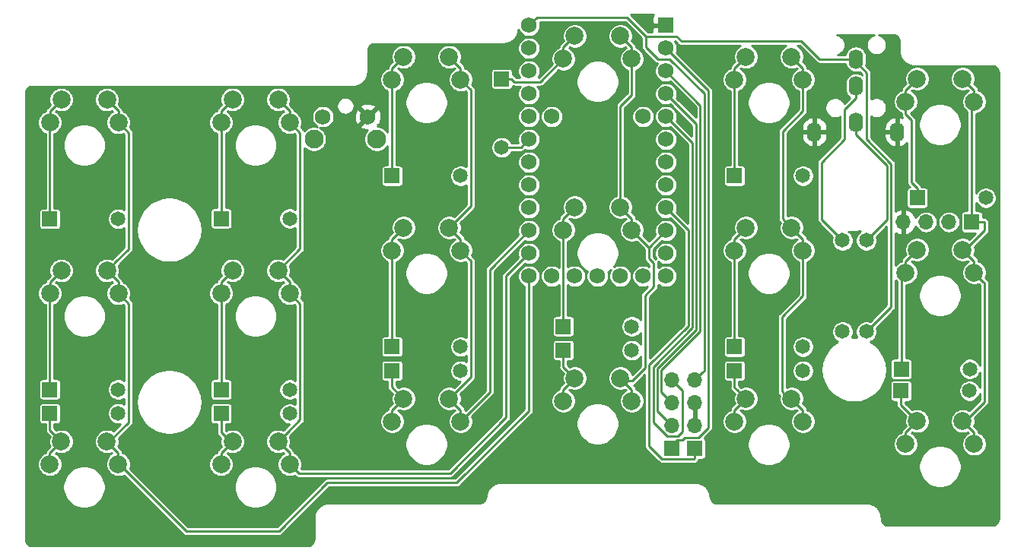
<source format=gbr>
G04 #@! TF.GenerationSoftware,KiCad,Pcbnew,(5.1.0)-1*
G04 #@! TF.CreationDate,2020-09-20T22:55:29+10:00*
G04 #@! TF.ProjectId,oddball,6f646462-616c-46c2-9e6b-696361645f70,rev?*
G04 #@! TF.SameCoordinates,Original*
G04 #@! TF.FileFunction,Copper,L2,Bot*
G04 #@! TF.FilePolarity,Positive*
%FSLAX46Y46*%
G04 Gerber Fmt 4.6, Leading zero omitted, Abs format (unit mm)*
G04 Created by KiCad (PCBNEW (5.1.0)-1) date 2020-09-20 22:55:29*
%MOMM*%
%LPD*%
G04 APERTURE LIST*
%ADD10R,1.651000X1.651000*%
%ADD11C,1.651000*%
%ADD12O,1.600000X2.200000*%
%ADD13C,2.000000*%
%ADD14O,1.700000X1.700000*%
%ADD15R,1.700000X1.700000*%
%ADD16C,1.752600*%
%ADD17R,1.752600X1.752600*%
%ADD18C,2.100000*%
%ADD19C,1.750000*%
%ADD20C,0.250000*%
%ADD21C,0.254000*%
G04 APERTURE END LIST*
D10*
X127000000Y-64000000D03*
D11*
X127000000Y-71620000D03*
D10*
X76710000Y-79590000D03*
D11*
X84330000Y-79590000D03*
D10*
X95780000Y-79550000D03*
D11*
X103400000Y-79550000D03*
D10*
X114800000Y-74800000D03*
D11*
X122420000Y-74800000D03*
D10*
X152910000Y-74790000D03*
D11*
X160530000Y-74790000D03*
D10*
X173250000Y-77250000D03*
D11*
X180870000Y-77250000D03*
D10*
X76710000Y-98600000D03*
D11*
X84330000Y-98600000D03*
D10*
X95780000Y-98610000D03*
D11*
X103400000Y-98610000D03*
D10*
X114800000Y-93830000D03*
D11*
X122420000Y-93830000D03*
D10*
X133860000Y-91570000D03*
D11*
X141480000Y-91570000D03*
D10*
X152910000Y-93840000D03*
D11*
X160530000Y-93840000D03*
D10*
X171460000Y-96320000D03*
D11*
X179080000Y-96320000D03*
D10*
X76710000Y-101270000D03*
D11*
X84330000Y-101270000D03*
D10*
X95780000Y-101280000D03*
D11*
X103400000Y-101280000D03*
D10*
X114800000Y-96510000D03*
D11*
X122420000Y-96510000D03*
D10*
X133860000Y-94230000D03*
D11*
X141480000Y-94230000D03*
D10*
X152910000Y-96520000D03*
D11*
X160530000Y-96520000D03*
D10*
X171440000Y-98750000D03*
D11*
X179060000Y-98750000D03*
D12*
X171000000Y-69900000D03*
X161800000Y-69900000D03*
X166400000Y-68800000D03*
X166400000Y-61800000D03*
X166400000Y-64800000D03*
D13*
X77990000Y-85350000D03*
X84340000Y-87890000D03*
X76720000Y-87890000D03*
X83070000Y-85350000D03*
X135130000Y-97340000D03*
X141480000Y-99880000D03*
X133860000Y-99880000D03*
X140210000Y-97340000D03*
X173230000Y-102120000D03*
X179580000Y-104660000D03*
X171960000Y-104660000D03*
X178310000Y-102120000D03*
X154180000Y-99630000D03*
X160530000Y-102170000D03*
X152910000Y-102170000D03*
X159260000Y-99630000D03*
X116080000Y-99620000D03*
X122430000Y-102160000D03*
X114810000Y-102160000D03*
X121160000Y-99620000D03*
X97050000Y-104390000D03*
X103400000Y-106930000D03*
X95780000Y-106930000D03*
X102130000Y-104390000D03*
X77980000Y-104390000D03*
X84330000Y-106930000D03*
X76710000Y-106930000D03*
X83060000Y-104390000D03*
X173230000Y-83040000D03*
X179580000Y-85580000D03*
X171960000Y-85580000D03*
X178310000Y-83040000D03*
X154180000Y-80570000D03*
X160530000Y-83110000D03*
X152910000Y-83110000D03*
X159260000Y-80570000D03*
X135130000Y-78300000D03*
X141480000Y-80840000D03*
X133860000Y-80840000D03*
X140210000Y-78300000D03*
X116080000Y-80570000D03*
X122430000Y-83110000D03*
X114810000Y-83110000D03*
X121160000Y-80570000D03*
X97050000Y-85340000D03*
X103400000Y-87880000D03*
X95780000Y-87880000D03*
X102130000Y-85340000D03*
X173230000Y-63990000D03*
X179580000Y-66530000D03*
X171960000Y-66530000D03*
X178310000Y-63990000D03*
X154180000Y-61540000D03*
X160530000Y-64080000D03*
X152910000Y-64080000D03*
X159260000Y-61540000D03*
X135130000Y-59220000D03*
X141480000Y-61760000D03*
X133860000Y-61760000D03*
X140210000Y-59220000D03*
X116080000Y-61540000D03*
X122430000Y-64080000D03*
X114810000Y-64080000D03*
X121160000Y-61540000D03*
X97050000Y-66290000D03*
X103400000Y-68830000D03*
X95780000Y-68830000D03*
X102130000Y-66290000D03*
X77990000Y-66300000D03*
X84340000Y-68840000D03*
X76720000Y-68840000D03*
X83070000Y-66300000D03*
D14*
X171680000Y-79930000D03*
X174220000Y-79930000D03*
X176760000Y-79930000D03*
D15*
X179300000Y-79930000D03*
D14*
X148480000Y-97550000D03*
X148480000Y-100090000D03*
X148480000Y-102630000D03*
D15*
X148480000Y-105170000D03*
D14*
X145940000Y-97550000D03*
X145940000Y-100090000D03*
X145940000Y-102630000D03*
D15*
X145940000Y-105170000D03*
D16*
X142730000Y-68190000D03*
X132570000Y-68190000D03*
X130030000Y-58030000D03*
X130030000Y-60570000D03*
X130030000Y-63110000D03*
X130030000Y-65650000D03*
X130030000Y-68190000D03*
X130030000Y-70730000D03*
X130030000Y-73270000D03*
X130030000Y-75810000D03*
X130030000Y-78350000D03*
X130030000Y-80890000D03*
X130030000Y-83430000D03*
X130030000Y-85970000D03*
X132570000Y-85970000D03*
X135110000Y-85970000D03*
X137650000Y-85970000D03*
X140190000Y-85970000D03*
X142730000Y-85970000D03*
X145270000Y-85970000D03*
X145270000Y-83430000D03*
X145270000Y-80890000D03*
X145270000Y-78350000D03*
X145270000Y-75810000D03*
X145270000Y-73270000D03*
X145270000Y-70730000D03*
X145270000Y-68190000D03*
X145270000Y-65650000D03*
X145270000Y-63110000D03*
X145270000Y-60570000D03*
D17*
X145270000Y-58030000D03*
D18*
X113100000Y-70700000D03*
D19*
X112100000Y-68210000D03*
X107100000Y-68210000D03*
D18*
X106090000Y-70700000D03*
D11*
X164930000Y-82000000D03*
X164930000Y-92160000D03*
X167570000Y-82000000D03*
X167570000Y-92160000D03*
D20*
X129140000Y-71620000D02*
X130030000Y-70730000D01*
X127000000Y-71620000D02*
X129140000Y-71620000D01*
X76710000Y-68850000D02*
X76720000Y-68840000D01*
X76710000Y-79590000D02*
X76710000Y-68850000D01*
X76720000Y-67570000D02*
X76720000Y-68840000D01*
X77990000Y-66300000D02*
X76720000Y-67570000D01*
X95780000Y-79550000D02*
X95780000Y-68830000D01*
X95780000Y-67560000D02*
X95780000Y-68830000D01*
X97050000Y-66290000D02*
X95780000Y-67560000D01*
X114800000Y-64090000D02*
X114810000Y-64080000D01*
X114800000Y-74800000D02*
X114800000Y-64090000D01*
X114810000Y-62810000D02*
X114810000Y-64080000D01*
X116080000Y-61540000D02*
X114810000Y-62810000D01*
X131308699Y-64311301D02*
X133860000Y-61760000D01*
X128386801Y-64311301D02*
X131308699Y-64311301D01*
X127000000Y-64000000D02*
X128075500Y-64000000D01*
X128075500Y-64000000D02*
X128386801Y-64311301D01*
X133860000Y-60490000D02*
X133860000Y-61760000D01*
X135130000Y-59220000D02*
X133860000Y-60490000D01*
X152910000Y-74790000D02*
X152910000Y-64080000D01*
X152910000Y-62810000D02*
X152910000Y-64080000D01*
X154180000Y-61540000D02*
X152910000Y-62810000D01*
X172615000Y-76865000D02*
X173000000Y-77250000D01*
X171960000Y-67944213D02*
X171960000Y-66530000D01*
X172615000Y-68599213D02*
X171960000Y-67944213D01*
X172615000Y-75539500D02*
X172615000Y-68599213D01*
X173250000Y-76174500D02*
X172615000Y-75539500D01*
X173250000Y-77250000D02*
X173250000Y-76174500D01*
X171960000Y-65260000D02*
X171960000Y-66530000D01*
X173230000Y-63990000D02*
X171960000Y-65260000D01*
X76710000Y-87900000D02*
X76720000Y-87890000D01*
X76710000Y-98600000D02*
X76710000Y-87900000D01*
X76720000Y-86620000D02*
X76720000Y-87890000D01*
X77990000Y-85350000D02*
X76720000Y-86620000D01*
X95780000Y-87805000D02*
X96435000Y-87150000D01*
X95780000Y-98610000D02*
X95780000Y-87805000D01*
X95780000Y-86610000D02*
X95780000Y-87880000D01*
X97050000Y-85340000D02*
X95780000Y-86610000D01*
X114800000Y-83120000D02*
X114810000Y-83110000D01*
X114800000Y-93830000D02*
X114800000Y-83120000D01*
X114810000Y-81840000D02*
X114810000Y-83110000D01*
X116080000Y-80570000D02*
X114810000Y-81840000D01*
X133860000Y-91570000D02*
X133860000Y-80840000D01*
X133860000Y-79570000D02*
X133860000Y-80840000D01*
X135130000Y-78300000D02*
X133860000Y-79570000D01*
X152910000Y-93840000D02*
X152910000Y-83110000D01*
X152910000Y-81840000D02*
X152910000Y-83110000D01*
X154180000Y-80570000D02*
X152910000Y-81840000D01*
X171460000Y-86080000D02*
X171960000Y-85580000D01*
X171460000Y-96320000D02*
X171460000Y-86080000D01*
X171960000Y-84310000D02*
X171960000Y-85580000D01*
X173230000Y-83040000D02*
X171960000Y-84310000D01*
X76710000Y-103120000D02*
X76710000Y-101270000D01*
X77980000Y-104390000D02*
X76710000Y-103120000D01*
X76710000Y-105660000D02*
X76710000Y-106930000D01*
X77980000Y-104390000D02*
X76710000Y-105660000D01*
X95780000Y-103390000D02*
X95780000Y-101280000D01*
X97070000Y-104680000D02*
X95780000Y-103390000D01*
X95780000Y-105660000D02*
X95780000Y-106930000D01*
X97050000Y-104390000D02*
X95780000Y-105660000D01*
X114800000Y-98340000D02*
X114800000Y-96510000D01*
X116080000Y-99620000D02*
X114800000Y-98340000D01*
X114810000Y-100890000D02*
X114810000Y-102160000D01*
X116080000Y-99620000D02*
X114810000Y-100890000D01*
X133860000Y-96070000D02*
X135130000Y-97340000D01*
X133860000Y-94230000D02*
X133860000Y-96070000D01*
X133860000Y-98610000D02*
X133860000Y-99880000D01*
X135130000Y-97340000D02*
X133860000Y-98610000D01*
X153180001Y-98630001D02*
X154180000Y-99630000D01*
X152910000Y-98360000D02*
X153180001Y-98630001D01*
X152910000Y-96520000D02*
X152910000Y-98360000D01*
X152910000Y-100900000D02*
X152910000Y-102170000D01*
X154180000Y-99630000D02*
X152910000Y-100900000D01*
X171440000Y-100330000D02*
X173230000Y-102120000D01*
X171440000Y-98750000D02*
X171440000Y-100330000D01*
X171960000Y-103390000D02*
X171960000Y-104660000D01*
X173230000Y-102120000D02*
X171960000Y-103390000D01*
X178290000Y-83330000D02*
X180730501Y-80889499D01*
X180691002Y-79930000D02*
X180730501Y-79969499D01*
X179300000Y-79930000D02*
X180691002Y-79930000D01*
X180730501Y-80889499D02*
X180730501Y-79969499D01*
X180579999Y-86579999D02*
X179580000Y-85580000D01*
X180730501Y-86730501D02*
X180579999Y-86579999D01*
X180730501Y-99969499D02*
X180730501Y-86730501D01*
X178290000Y-102410000D02*
X180730501Y-99969499D01*
X179300000Y-66810000D02*
X179580000Y-66530000D01*
X179300000Y-79930000D02*
X179300000Y-66810000D01*
X179580000Y-103390000D02*
X179580000Y-104660000D01*
X178310000Y-102120000D02*
X179580000Y-103390000D01*
X179580000Y-84310000D02*
X179580000Y-85580000D01*
X178310000Y-83040000D02*
X179580000Y-84310000D01*
X179580000Y-65260000D02*
X179580000Y-66530000D01*
X178310000Y-63990000D02*
X179580000Y-65260000D01*
X158260001Y-79570001D02*
X158260001Y-69829999D01*
X159260000Y-80570000D02*
X158260001Y-79570001D01*
X160530000Y-67560000D02*
X160530000Y-64080000D01*
X158260001Y-69829999D02*
X160530000Y-67560000D01*
X158165272Y-98845272D02*
X158165272Y-90534728D01*
X159240000Y-99920000D02*
X158165272Y-98845272D01*
X160530000Y-84524213D02*
X160530000Y-83110000D01*
X160530000Y-88170000D02*
X160530000Y-84524213D01*
X158165272Y-90534728D02*
X160530000Y-88170000D01*
X160530000Y-62810000D02*
X160530000Y-64080000D01*
X159260000Y-61540000D02*
X160530000Y-62810000D01*
X160530000Y-81840000D02*
X160530000Y-83110000D01*
X159260000Y-80570000D02*
X160530000Y-81840000D01*
X160530000Y-100900000D02*
X160530000Y-102170000D01*
X159260000Y-99630000D02*
X160530000Y-100900000D01*
X166400000Y-66150000D02*
X166400000Y-64800000D01*
X164930000Y-82000000D02*
X162602687Y-79672687D01*
X165175001Y-67374999D02*
X165175001Y-70724999D01*
X166400000Y-66150000D02*
X165175001Y-67374999D01*
X162602687Y-73297313D02*
X162602687Y-79672687D01*
X165175001Y-70724999D02*
X162602687Y-73297313D01*
X149329999Y-96700001D02*
X148480000Y-97550000D01*
X149550010Y-96479990D02*
X149329999Y-96700001D01*
X145709227Y-61771301D02*
X144371301Y-61771301D01*
X149550010Y-65612084D02*
X145709227Y-61771301D01*
X149550010Y-66750010D02*
X149550010Y-65612084D01*
X149550010Y-66750010D02*
X149550010Y-96479990D01*
X143051037Y-60451037D02*
X143051037Y-59248963D01*
X144371301Y-61771301D02*
X143051037Y-60451037D01*
X140955775Y-57153701D02*
X143051037Y-59248963D01*
X130906299Y-57153701D02*
X140955775Y-57153701D01*
X130030000Y-58030000D02*
X130906299Y-57153701D01*
X166400000Y-61800000D02*
X166400000Y-62100000D01*
X166400000Y-62100000D02*
X167624999Y-63324999D01*
X170347325Y-89382675D02*
X167570000Y-92160000D01*
X167624999Y-63324999D02*
X167624999Y-70738589D01*
X167624999Y-70738589D02*
X170347325Y-73460915D01*
X170347325Y-73460915D02*
X170347325Y-89382675D01*
X162350000Y-61800000D02*
X160350000Y-59800000D01*
X147002074Y-59800000D02*
X146451037Y-59248963D01*
X146451037Y-59248963D02*
X143051037Y-59248963D01*
X160350000Y-59800000D02*
X147002074Y-59800000D01*
X166400000Y-61800000D02*
X162350000Y-61800000D01*
X166400000Y-70150000D02*
X169897315Y-73647315D01*
X166400000Y-68800000D02*
X166400000Y-70150000D01*
X169897315Y-79672685D02*
X167570000Y-82000000D01*
X169897315Y-73647315D02*
X169897315Y-79672685D01*
X148480000Y-106270000D02*
X148480000Y-105170000D01*
X148404999Y-106345001D02*
X148480000Y-106270000D01*
X143414969Y-104929971D02*
X144829999Y-106345001D01*
X144829999Y-106345001D02*
X148404999Y-106345001D01*
X143414969Y-95875801D02*
X143414969Y-104929971D01*
X147749970Y-91540800D02*
X143414969Y-95875801D01*
X147749970Y-80829970D02*
X147749970Y-82250030D01*
X145270000Y-78350000D02*
X147749970Y-80829970D01*
X147749970Y-82250030D02*
X147749970Y-91540800D01*
X148854003Y-103994999D02*
X150000020Y-102848982D01*
X147369999Y-103994999D02*
X148854003Y-103994999D01*
X147109987Y-104255011D02*
X147369999Y-103994999D01*
X146544989Y-104255011D02*
X147109987Y-104255011D01*
X145940000Y-104860000D02*
X146544989Y-104255011D01*
X145940000Y-105170000D02*
X145940000Y-104860000D01*
X150000020Y-65300020D02*
X145270000Y-60570000D01*
X150000020Y-67599980D02*
X150000020Y-65300020D01*
X150000020Y-102848982D02*
X150000020Y-67599980D01*
X145090001Y-101780001D02*
X145940000Y-102630000D01*
X144314989Y-101004989D02*
X145090001Y-101780001D01*
X144314989Y-96248601D02*
X144314989Y-101004989D01*
X148649990Y-91913600D02*
X144314989Y-96248601D01*
X148649990Y-69029990D02*
X148649990Y-70849990D01*
X145270000Y-65650000D02*
X148649990Y-69029990D01*
X148649990Y-70849990D02*
X148649990Y-91913600D01*
X144764999Y-98914999D02*
X144764999Y-96435001D01*
X145940000Y-100090000D02*
X144764999Y-98914999D01*
X144764999Y-96435001D02*
X149100000Y-92100000D01*
X149099999Y-68999999D02*
X149100000Y-69000000D01*
X149099999Y-66939999D02*
X149099999Y-68999999D01*
X145270000Y-63110000D02*
X149099999Y-66939999D01*
X149100000Y-92100000D02*
X149100000Y-69000000D01*
X146789999Y-98399999D02*
X145940000Y-97550000D01*
X147115001Y-98725001D02*
X146789999Y-98399999D01*
X147115001Y-103284999D02*
X147115001Y-98725001D01*
X145375999Y-103805001D02*
X146594999Y-103805001D01*
X143864979Y-102293981D02*
X145375999Y-103805001D01*
X146594999Y-103805001D02*
X147115001Y-103284999D01*
X143864979Y-96062201D02*
X143864979Y-102293981D01*
X148199980Y-91727200D02*
X143864979Y-96062201D01*
X148199980Y-71119980D02*
X148199980Y-72900020D01*
X145270000Y-68190000D02*
X148199980Y-71119980D01*
X148199980Y-72900020D02*
X148199980Y-91727200D01*
X84069999Y-84350001D02*
X83070000Y-85350000D01*
X85480501Y-82939499D02*
X84069999Y-84350001D01*
X85480501Y-69980501D02*
X85480501Y-82939499D01*
X84340000Y-68840000D02*
X85480501Y-69980501D01*
X85480501Y-89030501D02*
X84340000Y-87890000D01*
X85480501Y-102239499D02*
X85480501Y-89030501D01*
X83040000Y-104680000D02*
X85480501Y-102239499D01*
X91875000Y-114400000D02*
X83675000Y-106200000D01*
X102200000Y-114400000D02*
X91875000Y-114400000D01*
X107600000Y-109000000D02*
X102200000Y-114400000D01*
X122000000Y-109000000D02*
X107600000Y-109000000D01*
X130030000Y-85970000D02*
X130030000Y-100970000D01*
X130030000Y-100970000D02*
X122000000Y-109000000D01*
X84340000Y-67570000D02*
X84340000Y-68840000D01*
X83070000Y-66300000D02*
X84340000Y-67570000D01*
X84340000Y-86620000D02*
X84340000Y-87890000D01*
X83070000Y-85350000D02*
X84340000Y-86620000D01*
X84330000Y-105660000D02*
X84330000Y-106930000D01*
X83060000Y-104390000D02*
X84330000Y-105660000D01*
X104550501Y-69980501D02*
X103400000Y-68830000D01*
X102130000Y-85340000D02*
X104550501Y-82919499D01*
X104550501Y-82919499D02*
X104550501Y-69980501D01*
X103129999Y-103390001D02*
X102130000Y-104390000D01*
X104550501Y-101969499D02*
X103129999Y-103390001D01*
X104550501Y-89030501D02*
X104550501Y-101969499D01*
X103400000Y-87880000D02*
X104550501Y-89030501D01*
X104399999Y-107929999D02*
X103400000Y-106930000D01*
X121280001Y-107929999D02*
X104399999Y-107929999D01*
X127500000Y-101710000D02*
X121280001Y-107929999D01*
X127500000Y-85960000D02*
X127500000Y-101710000D01*
X130030000Y-83430000D02*
X127500000Y-85960000D01*
X103400000Y-105660000D02*
X103400000Y-106930000D01*
X102130000Y-104390000D02*
X103400000Y-105660000D01*
X103400000Y-86610000D02*
X103400000Y-87880000D01*
X102130000Y-85340000D02*
X103400000Y-86610000D01*
X103400000Y-67560000D02*
X103400000Y-68830000D01*
X102130000Y-66290000D02*
X103400000Y-67560000D01*
X123570501Y-84250501D02*
X122430000Y-83110000D01*
X123570501Y-97209499D02*
X123570501Y-84250501D01*
X121160000Y-99620000D02*
X123570501Y-97209499D01*
X123570501Y-65220501D02*
X122430000Y-64080000D01*
X123570501Y-78159499D02*
X123570501Y-65220501D01*
X121160000Y-80570000D02*
X123570501Y-78159499D01*
X125695000Y-85225000D02*
X125695000Y-98895000D01*
X130030000Y-80890000D02*
X125695000Y-85225000D01*
X125695000Y-98895000D02*
X122430000Y-102160000D01*
X122430000Y-62810000D02*
X122430000Y-64080000D01*
X121160000Y-61540000D02*
X122430000Y-62810000D01*
X122430000Y-81840000D02*
X122430000Y-83110000D01*
X121160000Y-80570000D02*
X122430000Y-81840000D01*
X122430000Y-100890000D02*
X122430000Y-102160000D01*
X121160000Y-99620000D02*
X122430000Y-100890000D01*
X141542968Y-97630000D02*
X142964959Y-96208009D01*
X140190000Y-97630000D02*
X141542968Y-97630000D01*
X143931301Y-84531301D02*
X143400000Y-84000000D01*
X143400000Y-84000000D02*
X143400000Y-82685000D01*
X143475000Y-82685000D02*
X145270000Y-80890000D01*
X143400000Y-82685000D02*
X143475000Y-82685000D01*
X142964959Y-88097643D02*
X143931301Y-87131301D01*
X142964959Y-89964959D02*
X142964959Y-88097643D01*
X143931301Y-87131301D02*
X143931301Y-84531301D01*
X142964959Y-96208009D02*
X142964959Y-89964959D01*
X141480000Y-60490000D02*
X141480000Y-61760000D01*
X140210000Y-59220000D02*
X141480000Y-60490000D01*
X140210000Y-78300000D02*
X140210000Y-67040000D01*
X141480000Y-65770000D02*
X141480000Y-61760000D01*
X140210000Y-67040000D02*
X141480000Y-65770000D01*
X141480000Y-79570000D02*
X141480000Y-80840000D01*
X140210000Y-78300000D02*
X141480000Y-79570000D01*
X143325000Y-82685000D02*
X141480000Y-80840000D01*
X143400000Y-82685000D02*
X143325000Y-82685000D01*
X141480000Y-98610000D02*
X141480000Y-99880000D01*
X140210000Y-97340000D02*
X141480000Y-98610000D01*
D21*
G36*
X142545038Y-59458556D02*
G01*
X142545037Y-60426190D01*
X142542590Y-60451037D01*
X142545037Y-60475883D01*
X142545037Y-60475890D01*
X142552359Y-60550229D01*
X142581292Y-60645611D01*
X142628278Y-60733516D01*
X142691510Y-60810564D01*
X142710822Y-60826413D01*
X143995929Y-62111521D01*
X144011774Y-62130828D01*
X144088822Y-62194060D01*
X144176726Y-62241046D01*
X144234853Y-62258678D01*
X144272107Y-62269979D01*
X144281995Y-62270953D01*
X144326566Y-62275343D01*
X144293391Y-62308518D01*
X144155795Y-62514445D01*
X144061017Y-62743259D01*
X144012700Y-62986167D01*
X144012700Y-63233833D01*
X144061017Y-63476741D01*
X144155795Y-63705555D01*
X144293391Y-63911482D01*
X144468518Y-64086609D01*
X144674445Y-64224205D01*
X144903259Y-64318983D01*
X145146167Y-64367300D01*
X145393833Y-64367300D01*
X145636741Y-64318983D01*
X145726297Y-64281888D01*
X148593999Y-67149591D01*
X148594000Y-68258408D01*
X146441888Y-66106297D01*
X146478983Y-66016741D01*
X146527300Y-65773833D01*
X146527300Y-65526167D01*
X146478983Y-65283259D01*
X146384205Y-65054445D01*
X146246609Y-64848518D01*
X146071482Y-64673391D01*
X145865555Y-64535795D01*
X145636741Y-64441017D01*
X145393833Y-64392700D01*
X145146167Y-64392700D01*
X144903259Y-64441017D01*
X144674445Y-64535795D01*
X144468518Y-64673391D01*
X144293391Y-64848518D01*
X144155795Y-65054445D01*
X144061017Y-65283259D01*
X144012700Y-65526167D01*
X144012700Y-65773833D01*
X144061017Y-66016741D01*
X144155795Y-66245555D01*
X144293391Y-66451482D01*
X144468518Y-66626609D01*
X144674445Y-66764205D01*
X144903259Y-66858983D01*
X145146167Y-66907300D01*
X145393833Y-66907300D01*
X145636741Y-66858983D01*
X145726297Y-66821888D01*
X148143990Y-69239582D01*
X148143991Y-70348399D01*
X146441888Y-68646297D01*
X146478983Y-68556741D01*
X146527300Y-68313833D01*
X146527300Y-68066167D01*
X146478983Y-67823259D01*
X146384205Y-67594445D01*
X146246609Y-67388518D01*
X146071482Y-67213391D01*
X145865555Y-67075795D01*
X145636741Y-66981017D01*
X145393833Y-66932700D01*
X145146167Y-66932700D01*
X144903259Y-66981017D01*
X144674445Y-67075795D01*
X144468518Y-67213391D01*
X144293391Y-67388518D01*
X144155795Y-67594445D01*
X144061017Y-67823259D01*
X144012700Y-68066167D01*
X144012700Y-68313833D01*
X144061017Y-68556741D01*
X144155795Y-68785555D01*
X144293391Y-68991482D01*
X144468518Y-69166609D01*
X144674445Y-69304205D01*
X144903259Y-69398983D01*
X145146167Y-69447300D01*
X145393833Y-69447300D01*
X145636741Y-69398983D01*
X145726297Y-69361888D01*
X147693980Y-71329572D01*
X147693981Y-72875157D01*
X147693980Y-72875167D01*
X147693980Y-80058389D01*
X146441888Y-78806297D01*
X146478983Y-78716741D01*
X146527300Y-78473833D01*
X146527300Y-78226167D01*
X146478983Y-77983259D01*
X146384205Y-77754445D01*
X146246609Y-77548518D01*
X146071482Y-77373391D01*
X145865555Y-77235795D01*
X145636741Y-77141017D01*
X145393833Y-77092700D01*
X145146167Y-77092700D01*
X144903259Y-77141017D01*
X144674445Y-77235795D01*
X144468518Y-77373391D01*
X144293391Y-77548518D01*
X144155795Y-77754445D01*
X144061017Y-77983259D01*
X144012700Y-78226167D01*
X144012700Y-78473833D01*
X144061017Y-78716741D01*
X144155795Y-78945555D01*
X144293391Y-79151482D01*
X144468518Y-79326609D01*
X144674445Y-79464205D01*
X144903259Y-79558983D01*
X145146167Y-79607300D01*
X145393833Y-79607300D01*
X145636741Y-79558983D01*
X145726297Y-79521888D01*
X147243970Y-81039562D01*
X147243971Y-82225167D01*
X147243970Y-82225177D01*
X147243971Y-91331207D01*
X143470959Y-95104220D01*
X143470959Y-88307234D01*
X144271521Y-87506673D01*
X144290828Y-87490828D01*
X144354060Y-87413780D01*
X144401046Y-87325876D01*
X144429979Y-87230494D01*
X144437301Y-87156155D01*
X144437301Y-87156147D01*
X144439748Y-87131301D01*
X144437301Y-87106455D01*
X144437301Y-86915392D01*
X144468518Y-86946609D01*
X144674445Y-87084205D01*
X144903259Y-87178983D01*
X145146167Y-87227300D01*
X145393833Y-87227300D01*
X145636741Y-87178983D01*
X145865555Y-87084205D01*
X146071482Y-86946609D01*
X146246609Y-86771482D01*
X146384205Y-86565555D01*
X146478983Y-86336741D01*
X146527300Y-86093833D01*
X146527300Y-85846167D01*
X146478983Y-85603259D01*
X146384205Y-85374445D01*
X146246609Y-85168518D01*
X146071482Y-84993391D01*
X145865555Y-84855795D01*
X145636741Y-84761017D01*
X145393833Y-84712700D01*
X145146167Y-84712700D01*
X144903259Y-84761017D01*
X144674445Y-84855795D01*
X144468518Y-84993391D01*
X144437301Y-85024608D01*
X144437301Y-84556146D01*
X144439748Y-84531300D01*
X144437301Y-84506454D01*
X144437301Y-84506447D01*
X144429979Y-84432108D01*
X144402096Y-84340187D01*
X144468518Y-84406609D01*
X144674445Y-84544205D01*
X144903259Y-84638983D01*
X145146167Y-84687300D01*
X145393833Y-84687300D01*
X145636741Y-84638983D01*
X145865555Y-84544205D01*
X146071482Y-84406609D01*
X146246609Y-84231482D01*
X146384205Y-84025555D01*
X146478983Y-83796741D01*
X146527300Y-83553833D01*
X146527300Y-83306167D01*
X146478983Y-83063259D01*
X146384205Y-82834445D01*
X146246609Y-82628518D01*
X146071482Y-82453391D01*
X145865555Y-82315795D01*
X145636741Y-82221017D01*
X145393833Y-82172700D01*
X145146167Y-82172700D01*
X144903259Y-82221017D01*
X144674445Y-82315795D01*
X144468518Y-82453391D01*
X144293391Y-82628518D01*
X144155795Y-82834445D01*
X144061017Y-83063259D01*
X144012700Y-83306167D01*
X144012700Y-83553833D01*
X144061017Y-83796741D01*
X144155795Y-84025555D01*
X144185292Y-84069700D01*
X143906000Y-83790409D01*
X143906000Y-82969591D01*
X144813704Y-82061888D01*
X144903259Y-82098983D01*
X145146167Y-82147300D01*
X145393833Y-82147300D01*
X145636741Y-82098983D01*
X145865555Y-82004205D01*
X146071482Y-81866609D01*
X146246609Y-81691482D01*
X146384205Y-81485555D01*
X146478983Y-81256741D01*
X146527300Y-81013833D01*
X146527300Y-80766167D01*
X146478983Y-80523259D01*
X146384205Y-80294445D01*
X146246609Y-80088518D01*
X146071482Y-79913391D01*
X145865555Y-79775795D01*
X145636741Y-79681017D01*
X145393833Y-79632700D01*
X145146167Y-79632700D01*
X144903259Y-79681017D01*
X144674445Y-79775795D01*
X144468518Y-79913391D01*
X144293391Y-80088518D01*
X144155795Y-80294445D01*
X144061017Y-80523259D01*
X144012700Y-80766167D01*
X144012700Y-81013833D01*
X144061017Y-81256741D01*
X144098112Y-81346296D01*
X143400000Y-82044408D01*
X142746563Y-81390972D01*
X142807929Y-81242823D01*
X142861000Y-80976017D01*
X142861000Y-80703983D01*
X142807929Y-80437177D01*
X142703826Y-80185851D01*
X142552693Y-79959664D01*
X142360336Y-79767307D01*
X142134149Y-79616174D01*
X141986991Y-79555219D01*
X141986000Y-79545153D01*
X141986000Y-79545146D01*
X141978678Y-79470807D01*
X141976676Y-79464205D01*
X141949745Y-79375425D01*
X141916463Y-79313160D01*
X141902759Y-79287521D01*
X141839527Y-79210473D01*
X141820220Y-79194628D01*
X141476564Y-78850972D01*
X141537929Y-78702823D01*
X141591000Y-78436017D01*
X141591000Y-78163983D01*
X141537929Y-77897177D01*
X141433826Y-77645851D01*
X141282693Y-77419664D01*
X141090336Y-77227307D01*
X140864149Y-77076174D01*
X140716000Y-77014808D01*
X140716000Y-75686167D01*
X144012700Y-75686167D01*
X144012700Y-75933833D01*
X144061017Y-76176741D01*
X144155795Y-76405555D01*
X144293391Y-76611482D01*
X144468518Y-76786609D01*
X144674445Y-76924205D01*
X144903259Y-77018983D01*
X145146167Y-77067300D01*
X145393833Y-77067300D01*
X145636741Y-77018983D01*
X145865555Y-76924205D01*
X146071482Y-76786609D01*
X146246609Y-76611482D01*
X146384205Y-76405555D01*
X146478983Y-76176741D01*
X146527300Y-75933833D01*
X146527300Y-75686167D01*
X146478983Y-75443259D01*
X146384205Y-75214445D01*
X146246609Y-75008518D01*
X146071482Y-74833391D01*
X145865555Y-74695795D01*
X145636741Y-74601017D01*
X145393833Y-74552700D01*
X145146167Y-74552700D01*
X144903259Y-74601017D01*
X144674445Y-74695795D01*
X144468518Y-74833391D01*
X144293391Y-75008518D01*
X144155795Y-75214445D01*
X144061017Y-75443259D01*
X144012700Y-75686167D01*
X140716000Y-75686167D01*
X140716000Y-73146167D01*
X144012700Y-73146167D01*
X144012700Y-73393833D01*
X144061017Y-73636741D01*
X144155795Y-73865555D01*
X144293391Y-74071482D01*
X144468518Y-74246609D01*
X144674445Y-74384205D01*
X144903259Y-74478983D01*
X145146167Y-74527300D01*
X145393833Y-74527300D01*
X145636741Y-74478983D01*
X145865555Y-74384205D01*
X146071482Y-74246609D01*
X146246609Y-74071482D01*
X146384205Y-73865555D01*
X146478983Y-73636741D01*
X146527300Y-73393833D01*
X146527300Y-73146167D01*
X146478983Y-72903259D01*
X146384205Y-72674445D01*
X146246609Y-72468518D01*
X146071482Y-72293391D01*
X145865555Y-72155795D01*
X145636741Y-72061017D01*
X145393833Y-72012700D01*
X145146167Y-72012700D01*
X144903259Y-72061017D01*
X144674445Y-72155795D01*
X144468518Y-72293391D01*
X144293391Y-72468518D01*
X144155795Y-72674445D01*
X144061017Y-72903259D01*
X144012700Y-73146167D01*
X140716000Y-73146167D01*
X140716000Y-70606167D01*
X144012700Y-70606167D01*
X144012700Y-70853833D01*
X144061017Y-71096741D01*
X144155795Y-71325555D01*
X144293391Y-71531482D01*
X144468518Y-71706609D01*
X144674445Y-71844205D01*
X144903259Y-71938983D01*
X145146167Y-71987300D01*
X145393833Y-71987300D01*
X145636741Y-71938983D01*
X145865555Y-71844205D01*
X146071482Y-71706609D01*
X146246609Y-71531482D01*
X146384205Y-71325555D01*
X146478983Y-71096741D01*
X146527300Y-70853833D01*
X146527300Y-70606167D01*
X146478983Y-70363259D01*
X146384205Y-70134445D01*
X146246609Y-69928518D01*
X146071482Y-69753391D01*
X145865555Y-69615795D01*
X145636741Y-69521017D01*
X145393833Y-69472700D01*
X145146167Y-69472700D01*
X144903259Y-69521017D01*
X144674445Y-69615795D01*
X144468518Y-69753391D01*
X144293391Y-69928518D01*
X144155795Y-70134445D01*
X144061017Y-70363259D01*
X144012700Y-70606167D01*
X140716000Y-70606167D01*
X140716000Y-68066167D01*
X141472700Y-68066167D01*
X141472700Y-68313833D01*
X141521017Y-68556741D01*
X141615795Y-68785555D01*
X141753391Y-68991482D01*
X141928518Y-69166609D01*
X142134445Y-69304205D01*
X142363259Y-69398983D01*
X142606167Y-69447300D01*
X142853833Y-69447300D01*
X143096741Y-69398983D01*
X143325555Y-69304205D01*
X143531482Y-69166609D01*
X143706609Y-68991482D01*
X143844205Y-68785555D01*
X143938983Y-68556741D01*
X143987300Y-68313833D01*
X143987300Y-68066167D01*
X143938983Y-67823259D01*
X143844205Y-67594445D01*
X143706609Y-67388518D01*
X143531482Y-67213391D01*
X143325555Y-67075795D01*
X143096741Y-66981017D01*
X142853833Y-66932700D01*
X142606167Y-66932700D01*
X142363259Y-66981017D01*
X142134445Y-67075795D01*
X141928518Y-67213391D01*
X141753391Y-67388518D01*
X141615795Y-67594445D01*
X141521017Y-67823259D01*
X141472700Y-68066167D01*
X140716000Y-68066167D01*
X140716000Y-67249591D01*
X141820220Y-66145372D01*
X141839527Y-66129527D01*
X141902759Y-66052479D01*
X141949745Y-65964575D01*
X141960089Y-65930474D01*
X141978678Y-65869194D01*
X141982914Y-65826182D01*
X141986000Y-65794854D01*
X141986000Y-65794847D01*
X141988447Y-65770001D01*
X141986000Y-65745155D01*
X141986000Y-63045192D01*
X142134149Y-62983826D01*
X142360336Y-62832693D01*
X142552693Y-62640336D01*
X142703826Y-62414149D01*
X142807929Y-62162823D01*
X142861000Y-61896017D01*
X142861000Y-61623983D01*
X142807929Y-61357177D01*
X142703826Y-61105851D01*
X142552693Y-60879664D01*
X142360336Y-60687307D01*
X142134149Y-60536174D01*
X141986991Y-60475219D01*
X141986000Y-60465153D01*
X141986000Y-60465146D01*
X141978678Y-60390807D01*
X141975097Y-60379000D01*
X141949745Y-60295425D01*
X141941516Y-60280030D01*
X141902759Y-60207521D01*
X141839527Y-60130473D01*
X141820220Y-60114628D01*
X141476564Y-59770972D01*
X141537929Y-59622823D01*
X141591000Y-59356017D01*
X141591000Y-59083983D01*
X141537929Y-58817177D01*
X141433826Y-58565851D01*
X141282693Y-58339664D01*
X141090336Y-58147307D01*
X140864149Y-57996174D01*
X140612823Y-57892071D01*
X140346017Y-57839000D01*
X140073983Y-57839000D01*
X139807177Y-57892071D01*
X139555851Y-57996174D01*
X139329664Y-58147307D01*
X139137307Y-58339664D01*
X138986174Y-58565851D01*
X138882071Y-58817177D01*
X138829000Y-59083983D01*
X138829000Y-59356017D01*
X138882071Y-59622823D01*
X138986174Y-59874149D01*
X139137307Y-60100336D01*
X139329664Y-60292693D01*
X139555851Y-60443826D01*
X139807177Y-60547929D01*
X140073983Y-60601000D01*
X140346017Y-60601000D01*
X140612823Y-60547929D01*
X140760972Y-60486564D01*
X140816698Y-60542290D01*
X140599664Y-60687307D01*
X140407307Y-60879664D01*
X140256174Y-61105851D01*
X140152071Y-61357177D01*
X140099000Y-61623983D01*
X140099000Y-61896017D01*
X140152071Y-62162823D01*
X140256174Y-62414149D01*
X140407307Y-62640336D01*
X140599664Y-62832693D01*
X140825851Y-62983826D01*
X140974001Y-63045192D01*
X140974000Y-65560408D01*
X139869780Y-66664629D01*
X139850474Y-66680473D01*
X139787242Y-66757521D01*
X139772476Y-66785146D01*
X139740255Y-66845426D01*
X139711322Y-66940808D01*
X139701553Y-67040000D01*
X139704001Y-67064856D01*
X139704000Y-77014808D01*
X139555851Y-77076174D01*
X139329664Y-77227307D01*
X139137307Y-77419664D01*
X138986174Y-77645851D01*
X138882071Y-77897177D01*
X138829000Y-78163983D01*
X138829000Y-78436017D01*
X138882071Y-78702823D01*
X138986174Y-78954149D01*
X139137307Y-79180336D01*
X139329664Y-79372693D01*
X139555851Y-79523826D01*
X139807177Y-79627929D01*
X140073983Y-79681000D01*
X140346017Y-79681000D01*
X140612823Y-79627929D01*
X140760972Y-79566564D01*
X140816698Y-79622290D01*
X140599664Y-79767307D01*
X140407307Y-79959664D01*
X140256174Y-80185851D01*
X140152071Y-80437177D01*
X140099000Y-80703983D01*
X140099000Y-80976017D01*
X140152071Y-81242823D01*
X140256174Y-81494149D01*
X140407307Y-81720336D01*
X140599664Y-81912693D01*
X140825851Y-82063826D01*
X141077177Y-82167929D01*
X141343983Y-82221000D01*
X141616017Y-82221000D01*
X141882823Y-82167929D01*
X142030972Y-82106563D01*
X142894001Y-82969593D01*
X142894000Y-83975153D01*
X142891553Y-84000000D01*
X142894000Y-84024846D01*
X142894000Y-84024853D01*
X142901322Y-84099192D01*
X142930255Y-84194574D01*
X142977241Y-84282479D01*
X143040473Y-84359527D01*
X143059785Y-84375376D01*
X143425302Y-84740894D01*
X143425302Y-84922444D01*
X143325555Y-84855795D01*
X143096741Y-84761017D01*
X142853833Y-84712700D01*
X142606167Y-84712700D01*
X142363259Y-84761017D01*
X142134445Y-84855795D01*
X141928518Y-84993391D01*
X141753391Y-85168518D01*
X141615795Y-85374445D01*
X141521017Y-85603259D01*
X141472700Y-85846167D01*
X141472700Y-86093833D01*
X141521017Y-86336741D01*
X141615795Y-86565555D01*
X141753391Y-86771482D01*
X141928518Y-86946609D01*
X142134445Y-87084205D01*
X142363259Y-87178983D01*
X142606167Y-87227300D01*
X142853833Y-87227300D01*
X143096741Y-87178983D01*
X143218435Y-87128576D01*
X142624739Y-87722272D01*
X142605433Y-87738116D01*
X142542201Y-87815164D01*
X142517086Y-87862151D01*
X142495214Y-87903069D01*
X142466281Y-87998451D01*
X142456512Y-88097643D01*
X142458960Y-88122499D01*
X142458959Y-89989812D01*
X142458960Y-89989822D01*
X142458960Y-90863474D01*
X142417150Y-90800901D01*
X142249099Y-90632850D01*
X142051492Y-90500813D01*
X141831923Y-90409865D01*
X141598830Y-90363500D01*
X141361170Y-90363500D01*
X141128077Y-90409865D01*
X140908508Y-90500813D01*
X140710901Y-90632850D01*
X140542850Y-90800901D01*
X140410813Y-90998508D01*
X140319865Y-91218077D01*
X140273500Y-91451170D01*
X140273500Y-91688830D01*
X140319865Y-91921923D01*
X140410813Y-92141492D01*
X140542850Y-92339099D01*
X140710901Y-92507150D01*
X140908508Y-92639187D01*
X141128077Y-92730135D01*
X141361170Y-92776500D01*
X141598830Y-92776500D01*
X141831923Y-92730135D01*
X142051492Y-92639187D01*
X142249099Y-92507150D01*
X142417150Y-92339099D01*
X142458960Y-92276527D01*
X142458959Y-93523473D01*
X142417150Y-93460901D01*
X142249099Y-93292850D01*
X142051492Y-93160813D01*
X141831923Y-93069865D01*
X141598830Y-93023500D01*
X141361170Y-93023500D01*
X141128077Y-93069865D01*
X140908508Y-93160813D01*
X140710901Y-93292850D01*
X140542850Y-93460901D01*
X140410813Y-93658508D01*
X140319865Y-93878077D01*
X140273500Y-94111170D01*
X140273500Y-94348830D01*
X140319865Y-94581923D01*
X140410813Y-94801492D01*
X140542850Y-94999099D01*
X140710901Y-95167150D01*
X140908508Y-95299187D01*
X141128077Y-95390135D01*
X141361170Y-95436500D01*
X141598830Y-95436500D01*
X141831923Y-95390135D01*
X142051492Y-95299187D01*
X142249099Y-95167150D01*
X142417150Y-94999099D01*
X142458959Y-94936527D01*
X142458959Y-95998417D01*
X141532736Y-96924641D01*
X141433826Y-96685851D01*
X141282693Y-96459664D01*
X141090336Y-96267307D01*
X140864149Y-96116174D01*
X140612823Y-96012071D01*
X140346017Y-95959000D01*
X140073983Y-95959000D01*
X139807177Y-96012071D01*
X139555851Y-96116174D01*
X139329664Y-96267307D01*
X139137307Y-96459664D01*
X138986174Y-96685851D01*
X138882071Y-96937177D01*
X138829000Y-97203983D01*
X138829000Y-97476017D01*
X138882071Y-97742823D01*
X138986174Y-97994149D01*
X139137307Y-98220336D01*
X139329664Y-98412693D01*
X139555851Y-98563826D01*
X139807177Y-98667929D01*
X140073983Y-98721000D01*
X140346017Y-98721000D01*
X140612823Y-98667929D01*
X140760972Y-98606564D01*
X140816698Y-98662290D01*
X140599664Y-98807307D01*
X140407307Y-98999664D01*
X140256174Y-99225851D01*
X140152071Y-99477177D01*
X140099000Y-99743983D01*
X140099000Y-100016017D01*
X140152071Y-100282823D01*
X140256174Y-100534149D01*
X140407307Y-100760336D01*
X140599664Y-100952693D01*
X140825851Y-101103826D01*
X141077177Y-101207929D01*
X141343983Y-101261000D01*
X141616017Y-101261000D01*
X141882823Y-101207929D01*
X142134149Y-101103826D01*
X142360336Y-100952693D01*
X142552693Y-100760336D01*
X142703826Y-100534149D01*
X142807929Y-100282823D01*
X142861000Y-100016017D01*
X142861000Y-99743983D01*
X142807929Y-99477177D01*
X142703826Y-99225851D01*
X142552693Y-98999664D01*
X142360336Y-98807307D01*
X142134149Y-98656174D01*
X141986991Y-98595219D01*
X141986000Y-98585153D01*
X141986000Y-98585146D01*
X141978678Y-98510807D01*
X141975155Y-98499191D01*
X141949745Y-98415425D01*
X141944800Y-98406174D01*
X141902759Y-98327521D01*
X141839527Y-98250473D01*
X141820220Y-98234628D01*
X141697487Y-98111895D01*
X141737543Y-98099745D01*
X141825447Y-98052759D01*
X141902495Y-97989527D01*
X141918344Y-97970215D01*
X142908969Y-96979591D01*
X142908970Y-104905115D01*
X142906522Y-104929971D01*
X142916291Y-105029163D01*
X142945224Y-105124545D01*
X142945225Y-105124546D01*
X142992211Y-105212450D01*
X143055443Y-105289498D01*
X143074749Y-105305343D01*
X144454627Y-106685221D01*
X144470472Y-106704528D01*
X144547520Y-106767760D01*
X144635168Y-106814609D01*
X144635424Y-106814746D01*
X144730806Y-106843679D01*
X144829999Y-106853449D01*
X144854853Y-106851001D01*
X148380153Y-106851001D01*
X148404999Y-106853448D01*
X148429845Y-106851001D01*
X148429853Y-106851001D01*
X148504192Y-106843679D01*
X148599574Y-106814746D01*
X148687478Y-106767760D01*
X148764526Y-106704528D01*
X148780375Y-106685216D01*
X148820215Y-106645376D01*
X148839527Y-106629527D01*
X148902759Y-106552479D01*
X148949745Y-106464575D01*
X148968471Y-106402843D01*
X149330000Y-106402843D01*
X149404689Y-106395487D01*
X149476508Y-106373701D01*
X149542696Y-106338322D01*
X149600711Y-106290711D01*
X149648322Y-106232696D01*
X149683701Y-106166508D01*
X149705487Y-106094689D01*
X149712843Y-106020000D01*
X149712843Y-104476093D01*
X154345100Y-104476093D01*
X154345100Y-104943907D01*
X154436366Y-105402733D01*
X154615391Y-105834937D01*
X154875295Y-106223910D01*
X155206090Y-106554705D01*
X155595063Y-106814609D01*
X156027267Y-106993634D01*
X156486093Y-107084900D01*
X156953907Y-107084900D01*
X157412733Y-106993634D01*
X157479222Y-106966093D01*
X173395100Y-106966093D01*
X173395100Y-107433907D01*
X173486366Y-107892733D01*
X173665391Y-108324937D01*
X173925295Y-108713910D01*
X174256090Y-109044705D01*
X174645063Y-109304609D01*
X175077267Y-109483634D01*
X175536093Y-109574900D01*
X176003907Y-109574900D01*
X176462733Y-109483634D01*
X176894937Y-109304609D01*
X177283910Y-109044705D01*
X177614705Y-108713910D01*
X177874609Y-108324937D01*
X178053634Y-107892733D01*
X178144900Y-107433907D01*
X178144900Y-106966093D01*
X178053634Y-106507267D01*
X177874609Y-106075063D01*
X177614705Y-105686090D01*
X177283910Y-105355295D01*
X176894937Y-105095391D01*
X176462733Y-104916366D01*
X176003907Y-104825100D01*
X175536093Y-104825100D01*
X175077267Y-104916366D01*
X174645063Y-105095391D01*
X174256090Y-105355295D01*
X173925295Y-105686090D01*
X173665391Y-106075063D01*
X173486366Y-106507267D01*
X173395100Y-106966093D01*
X157479222Y-106966093D01*
X157844937Y-106814609D01*
X158233910Y-106554705D01*
X158564705Y-106223910D01*
X158824609Y-105834937D01*
X159003634Y-105402733D01*
X159094900Y-104943907D01*
X159094900Y-104476093D01*
X159003634Y-104017267D01*
X158824609Y-103585063D01*
X158564705Y-103196090D01*
X158233910Y-102865295D01*
X157844937Y-102605391D01*
X157412733Y-102426366D01*
X156953907Y-102335100D01*
X156486093Y-102335100D01*
X156027267Y-102426366D01*
X155595063Y-102605391D01*
X155206090Y-102865295D01*
X154875295Y-103196090D01*
X154615391Y-103585063D01*
X154436366Y-104017267D01*
X154345100Y-104476093D01*
X149712843Y-104476093D01*
X149712843Y-104320000D01*
X149705487Y-104245311D01*
X149683701Y-104173492D01*
X149648322Y-104107304D01*
X149600711Y-104049289D01*
X149553801Y-104010792D01*
X150340240Y-103224354D01*
X150359547Y-103208509D01*
X150422779Y-103131461D01*
X150469765Y-103043557D01*
X150498698Y-102948175D01*
X150506020Y-102873836D01*
X150506020Y-102873835D01*
X150508468Y-102848982D01*
X150506020Y-102824128D01*
X150506020Y-102033983D01*
X151529000Y-102033983D01*
X151529000Y-102306017D01*
X151582071Y-102572823D01*
X151686174Y-102824149D01*
X151837307Y-103050336D01*
X152029664Y-103242693D01*
X152255851Y-103393826D01*
X152507177Y-103497929D01*
X152773983Y-103551000D01*
X153046017Y-103551000D01*
X153312823Y-103497929D01*
X153564149Y-103393826D01*
X153790336Y-103242693D01*
X153982693Y-103050336D01*
X154133826Y-102824149D01*
X154237929Y-102572823D01*
X154291000Y-102306017D01*
X154291000Y-102033983D01*
X154237929Y-101767177D01*
X154133826Y-101515851D01*
X153982693Y-101289664D01*
X153790336Y-101097307D01*
X153573302Y-100952290D01*
X153629028Y-100896563D01*
X153777177Y-100957929D01*
X154043983Y-101011000D01*
X154316017Y-101011000D01*
X154582823Y-100957929D01*
X154834149Y-100853826D01*
X155060336Y-100702693D01*
X155252693Y-100510336D01*
X155403826Y-100284149D01*
X155507929Y-100032823D01*
X155561000Y-99766017D01*
X155561000Y-99493983D01*
X155507929Y-99227177D01*
X155403826Y-98975851D01*
X155252693Y-98749664D01*
X155060336Y-98557307D01*
X154834149Y-98406174D01*
X154582823Y-98302071D01*
X154316017Y-98249000D01*
X154043983Y-98249000D01*
X153777177Y-98302071D01*
X153629028Y-98363437D01*
X153416000Y-98150409D01*
X153416000Y-97728343D01*
X153735500Y-97728343D01*
X153810189Y-97720987D01*
X153882008Y-97699201D01*
X153948196Y-97663822D01*
X154006211Y-97616211D01*
X154053822Y-97558196D01*
X154089201Y-97492008D01*
X154110987Y-97420189D01*
X154118343Y-97345500D01*
X154118343Y-95694500D01*
X154110987Y-95619811D01*
X154089201Y-95547992D01*
X154053822Y-95481804D01*
X154006211Y-95423789D01*
X153948196Y-95376178D01*
X153882008Y-95340799D01*
X153810189Y-95319013D01*
X153735500Y-95311657D01*
X152084500Y-95311657D01*
X152009811Y-95319013D01*
X151937992Y-95340799D01*
X151871804Y-95376178D01*
X151813789Y-95423789D01*
X151766178Y-95481804D01*
X151730799Y-95547992D01*
X151709013Y-95619811D01*
X151701657Y-95694500D01*
X151701657Y-97345500D01*
X151709013Y-97420189D01*
X151730799Y-97492008D01*
X151766178Y-97558196D01*
X151813789Y-97616211D01*
X151871804Y-97663822D01*
X151937992Y-97699201D01*
X152009811Y-97720987D01*
X152084500Y-97728343D01*
X152404001Y-97728343D01*
X152404001Y-98335144D01*
X152401553Y-98360000D01*
X152411322Y-98459192D01*
X152440255Y-98554574D01*
X152453039Y-98578491D01*
X152487242Y-98642479D01*
X152550474Y-98719527D01*
X152569781Y-98735372D01*
X152913437Y-99079028D01*
X152852071Y-99227177D01*
X152799000Y-99493983D01*
X152799000Y-99766017D01*
X152852071Y-100032823D01*
X152913437Y-100180972D01*
X152569785Y-100524624D01*
X152550473Y-100540473D01*
X152487241Y-100617521D01*
X152440255Y-100705426D01*
X152411322Y-100800808D01*
X152404000Y-100875147D01*
X152404000Y-100875154D01*
X152403009Y-100885219D01*
X152255851Y-100946174D01*
X152029664Y-101097307D01*
X151837307Y-101289664D01*
X151686174Y-101515851D01*
X151582071Y-101767177D01*
X151529000Y-102033983D01*
X150506020Y-102033983D01*
X150506020Y-82973983D01*
X151529000Y-82973983D01*
X151529000Y-83246017D01*
X151582071Y-83512823D01*
X151686174Y-83764149D01*
X151837307Y-83990336D01*
X152029664Y-84182693D01*
X152255851Y-84333826D01*
X152404001Y-84395192D01*
X152404000Y-92631657D01*
X152084500Y-92631657D01*
X152009811Y-92639013D01*
X151937992Y-92660799D01*
X151871804Y-92696178D01*
X151813789Y-92743789D01*
X151766178Y-92801804D01*
X151730799Y-92867992D01*
X151709013Y-92939811D01*
X151701657Y-93014500D01*
X151701657Y-94665500D01*
X151709013Y-94740189D01*
X151730799Y-94812008D01*
X151766178Y-94878196D01*
X151813789Y-94936211D01*
X151871804Y-94983822D01*
X151937992Y-95019201D01*
X152009811Y-95040987D01*
X152084500Y-95048343D01*
X153735500Y-95048343D01*
X153810189Y-95040987D01*
X153882008Y-95019201D01*
X153948196Y-94983822D01*
X154006211Y-94936211D01*
X154053822Y-94878196D01*
X154089201Y-94812008D01*
X154110987Y-94740189D01*
X154118343Y-94665500D01*
X154118343Y-93014500D01*
X154110987Y-92939811D01*
X154089201Y-92867992D01*
X154053822Y-92801804D01*
X154006211Y-92743789D01*
X153948196Y-92696178D01*
X153882008Y-92660799D01*
X153810189Y-92639013D01*
X153735500Y-92631657D01*
X153416000Y-92631657D01*
X153416000Y-85416093D01*
X154345100Y-85416093D01*
X154345100Y-85883907D01*
X154436366Y-86342733D01*
X154615391Y-86774937D01*
X154875295Y-87163910D01*
X155206090Y-87494705D01*
X155595063Y-87754609D01*
X156027267Y-87933634D01*
X156486093Y-88024900D01*
X156953907Y-88024900D01*
X157412733Y-87933634D01*
X157844937Y-87754609D01*
X158233910Y-87494705D01*
X158564705Y-87163910D01*
X158824609Y-86774937D01*
X159003634Y-86342733D01*
X159094900Y-85883907D01*
X159094900Y-85416093D01*
X159003634Y-84957267D01*
X158824609Y-84525063D01*
X158564705Y-84136090D01*
X158233910Y-83805295D01*
X157844937Y-83545391D01*
X157412733Y-83366366D01*
X156953907Y-83275100D01*
X156486093Y-83275100D01*
X156027267Y-83366366D01*
X155595063Y-83545391D01*
X155206090Y-83805295D01*
X154875295Y-84136090D01*
X154615391Y-84525063D01*
X154436366Y-84957267D01*
X154345100Y-85416093D01*
X153416000Y-85416093D01*
X153416000Y-84395192D01*
X153564149Y-84333826D01*
X153790336Y-84182693D01*
X153982693Y-83990336D01*
X154133826Y-83764149D01*
X154237929Y-83512823D01*
X154291000Y-83246017D01*
X154291000Y-82973983D01*
X154237929Y-82707177D01*
X154133826Y-82455851D01*
X153982693Y-82229664D01*
X153790336Y-82037307D01*
X153573302Y-81892290D01*
X153629028Y-81836563D01*
X153777177Y-81897929D01*
X154043983Y-81951000D01*
X154316017Y-81951000D01*
X154582823Y-81897929D01*
X154834149Y-81793826D01*
X155060336Y-81642693D01*
X155252693Y-81450336D01*
X155403826Y-81224149D01*
X155507929Y-80972823D01*
X155561000Y-80706017D01*
X155561000Y-80433983D01*
X155507929Y-80167177D01*
X155403826Y-79915851D01*
X155252693Y-79689664D01*
X155060336Y-79497307D01*
X154834149Y-79346174D01*
X154582823Y-79242071D01*
X154316017Y-79189000D01*
X154043983Y-79189000D01*
X153777177Y-79242071D01*
X153525851Y-79346174D01*
X153299664Y-79497307D01*
X153107307Y-79689664D01*
X152956174Y-79915851D01*
X152852071Y-80167177D01*
X152799000Y-80433983D01*
X152799000Y-80706017D01*
X152852071Y-80972823D01*
X152913437Y-81120972D01*
X152569785Y-81464624D01*
X152550473Y-81480473D01*
X152487241Y-81557521D01*
X152440255Y-81645426D01*
X152411322Y-81740808D01*
X152404000Y-81815147D01*
X152404000Y-81815154D01*
X152403009Y-81825219D01*
X152255851Y-81886174D01*
X152029664Y-82037307D01*
X151837307Y-82229664D01*
X151686174Y-82455851D01*
X151582071Y-82707177D01*
X151529000Y-82973983D01*
X150506020Y-82973983D01*
X150506020Y-65324865D01*
X150508467Y-65300019D01*
X150506020Y-65275173D01*
X150506020Y-65275166D01*
X150498698Y-65200827D01*
X150495936Y-65191720D01*
X150486765Y-65161488D01*
X150469765Y-65105445D01*
X150422779Y-65017541D01*
X150359547Y-64940493D01*
X150340240Y-64924648D01*
X146441888Y-61026297D01*
X146478983Y-60936741D01*
X146527300Y-60693833D01*
X146527300Y-60446167D01*
X146478983Y-60203259D01*
X146384205Y-59974445D01*
X146246609Y-59768518D01*
X146233054Y-59754963D01*
X146241446Y-59754963D01*
X146626702Y-60140220D01*
X146642547Y-60159527D01*
X146719595Y-60222759D01*
X146807499Y-60269745D01*
X146902881Y-60298678D01*
X146977220Y-60306000D01*
X146977228Y-60306000D01*
X147002074Y-60308447D01*
X147026920Y-60306000D01*
X153550413Y-60306000D01*
X153525851Y-60316174D01*
X153299664Y-60467307D01*
X153107307Y-60659664D01*
X152956174Y-60885851D01*
X152852071Y-61137177D01*
X152799000Y-61403983D01*
X152799000Y-61676017D01*
X152852071Y-61942823D01*
X152913437Y-62090972D01*
X152569785Y-62434624D01*
X152550473Y-62450473D01*
X152487241Y-62527521D01*
X152440255Y-62615426D01*
X152411322Y-62710808D01*
X152404000Y-62785147D01*
X152404000Y-62785154D01*
X152403009Y-62795219D01*
X152255851Y-62856174D01*
X152029664Y-63007307D01*
X151837307Y-63199664D01*
X151686174Y-63425851D01*
X151582071Y-63677177D01*
X151529000Y-63943983D01*
X151529000Y-64216017D01*
X151582071Y-64482823D01*
X151686174Y-64734149D01*
X151837307Y-64960336D01*
X152029664Y-65152693D01*
X152255851Y-65303826D01*
X152404001Y-65365192D01*
X152404000Y-73581657D01*
X152084500Y-73581657D01*
X152009811Y-73589013D01*
X151937992Y-73610799D01*
X151871804Y-73646178D01*
X151813789Y-73693789D01*
X151766178Y-73751804D01*
X151730799Y-73817992D01*
X151709013Y-73889811D01*
X151701657Y-73964500D01*
X151701657Y-75615500D01*
X151709013Y-75690189D01*
X151730799Y-75762008D01*
X151766178Y-75828196D01*
X151813789Y-75886211D01*
X151871804Y-75933822D01*
X151937992Y-75969201D01*
X152009811Y-75990987D01*
X152084500Y-75998343D01*
X153735500Y-75998343D01*
X153810189Y-75990987D01*
X153882008Y-75969201D01*
X153948196Y-75933822D01*
X154006211Y-75886211D01*
X154053822Y-75828196D01*
X154089201Y-75762008D01*
X154110987Y-75690189D01*
X154118343Y-75615500D01*
X154118343Y-73964500D01*
X154110987Y-73889811D01*
X154089201Y-73817992D01*
X154053822Y-73751804D01*
X154006211Y-73693789D01*
X153948196Y-73646178D01*
X153882008Y-73610799D01*
X153810189Y-73589013D01*
X153735500Y-73581657D01*
X153416000Y-73581657D01*
X153416000Y-66386093D01*
X154345100Y-66386093D01*
X154345100Y-66853907D01*
X154436366Y-67312733D01*
X154615391Y-67744937D01*
X154875295Y-68133910D01*
X155206090Y-68464705D01*
X155595063Y-68724609D01*
X156027267Y-68903634D01*
X156486093Y-68994900D01*
X156953907Y-68994900D01*
X157412733Y-68903634D01*
X157844937Y-68724609D01*
X158233910Y-68464705D01*
X158564705Y-68133910D01*
X158824609Y-67744937D01*
X159003634Y-67312733D01*
X159094900Y-66853907D01*
X159094900Y-66386093D01*
X159003634Y-65927267D01*
X158824609Y-65495063D01*
X158564705Y-65106090D01*
X158233910Y-64775295D01*
X157844937Y-64515391D01*
X157412733Y-64336366D01*
X156953907Y-64245100D01*
X156486093Y-64245100D01*
X156027267Y-64336366D01*
X155595063Y-64515391D01*
X155206090Y-64775295D01*
X154875295Y-65106090D01*
X154615391Y-65495063D01*
X154436366Y-65927267D01*
X154345100Y-66386093D01*
X153416000Y-66386093D01*
X153416000Y-65365192D01*
X153564149Y-65303826D01*
X153790336Y-65152693D01*
X153982693Y-64960336D01*
X154133826Y-64734149D01*
X154237929Y-64482823D01*
X154291000Y-64216017D01*
X154291000Y-63943983D01*
X154237929Y-63677177D01*
X154133826Y-63425851D01*
X153982693Y-63199664D01*
X153790336Y-63007307D01*
X153573302Y-62862290D01*
X153629028Y-62806563D01*
X153777177Y-62867929D01*
X154043983Y-62921000D01*
X154316017Y-62921000D01*
X154582823Y-62867929D01*
X154834149Y-62763826D01*
X155060336Y-62612693D01*
X155252693Y-62420336D01*
X155403826Y-62194149D01*
X155507929Y-61942823D01*
X155561000Y-61676017D01*
X155561000Y-61403983D01*
X155507929Y-61137177D01*
X155403826Y-60885851D01*
X155252693Y-60659664D01*
X155060336Y-60467307D01*
X154834149Y-60316174D01*
X154809587Y-60306000D01*
X158630413Y-60306000D01*
X158605851Y-60316174D01*
X158379664Y-60467307D01*
X158187307Y-60659664D01*
X158036174Y-60885851D01*
X157932071Y-61137177D01*
X157879000Y-61403983D01*
X157879000Y-61676017D01*
X157932071Y-61942823D01*
X158036174Y-62194149D01*
X158187307Y-62420336D01*
X158379664Y-62612693D01*
X158605851Y-62763826D01*
X158857177Y-62867929D01*
X159123983Y-62921000D01*
X159396017Y-62921000D01*
X159662823Y-62867929D01*
X159810972Y-62806564D01*
X159866698Y-62862290D01*
X159649664Y-63007307D01*
X159457307Y-63199664D01*
X159306174Y-63425851D01*
X159202071Y-63677177D01*
X159149000Y-63943983D01*
X159149000Y-64216017D01*
X159202071Y-64482823D01*
X159306174Y-64734149D01*
X159457307Y-64960336D01*
X159649664Y-65152693D01*
X159875851Y-65303826D01*
X160024001Y-65365192D01*
X160024000Y-67350408D01*
X157919782Y-69454627D01*
X157900475Y-69470472D01*
X157837243Y-69547520D01*
X157817438Y-69584572D01*
X157790256Y-69635425D01*
X157761323Y-69730807D01*
X157751554Y-69829999D01*
X157754002Y-69854855D01*
X157754001Y-79545155D01*
X157751554Y-79570001D01*
X157754001Y-79594847D01*
X157754001Y-79594854D01*
X157761323Y-79669193D01*
X157790256Y-79764575D01*
X157837242Y-79852480D01*
X157900474Y-79929528D01*
X157919786Y-79945377D01*
X157993437Y-80019028D01*
X157932071Y-80167177D01*
X157879000Y-80433983D01*
X157879000Y-80706017D01*
X157932071Y-80972823D01*
X158036174Y-81224149D01*
X158187307Y-81450336D01*
X158379664Y-81642693D01*
X158605851Y-81793826D01*
X158857177Y-81897929D01*
X159123983Y-81951000D01*
X159396017Y-81951000D01*
X159662823Y-81897929D01*
X159810972Y-81836564D01*
X159866698Y-81892290D01*
X159649664Y-82037307D01*
X159457307Y-82229664D01*
X159306174Y-82455851D01*
X159202071Y-82707177D01*
X159149000Y-82973983D01*
X159149000Y-83246017D01*
X159202071Y-83512823D01*
X159306174Y-83764149D01*
X159457307Y-83990336D01*
X159649664Y-84182693D01*
X159875851Y-84333826D01*
X160024000Y-84395192D01*
X160024000Y-84549066D01*
X160024001Y-84549076D01*
X160024000Y-87960408D01*
X157825053Y-90159356D01*
X157805746Y-90175201D01*
X157742514Y-90252249D01*
X157717399Y-90299236D01*
X157695527Y-90340154D01*
X157666594Y-90435536D01*
X157656825Y-90534728D01*
X157659273Y-90559584D01*
X157659272Y-98820426D01*
X157656825Y-98845272D01*
X157659272Y-98870118D01*
X157659272Y-98870125D01*
X157666594Y-98944464D01*
X157695527Y-99039846D01*
X157742513Y-99127751D01*
X157805745Y-99204799D01*
X157825057Y-99220648D01*
X157915399Y-99310991D01*
X157879000Y-99493983D01*
X157879000Y-99766017D01*
X157932071Y-100032823D01*
X158036174Y-100284149D01*
X158187307Y-100510336D01*
X158379664Y-100702693D01*
X158605851Y-100853826D01*
X158857177Y-100957929D01*
X159123983Y-101011000D01*
X159396017Y-101011000D01*
X159662823Y-100957929D01*
X159810972Y-100896564D01*
X159866698Y-100952290D01*
X159649664Y-101097307D01*
X159457307Y-101289664D01*
X159306174Y-101515851D01*
X159202071Y-101767177D01*
X159149000Y-102033983D01*
X159149000Y-102306017D01*
X159202071Y-102572823D01*
X159306174Y-102824149D01*
X159457307Y-103050336D01*
X159649664Y-103242693D01*
X159875851Y-103393826D01*
X160127177Y-103497929D01*
X160393983Y-103551000D01*
X160666017Y-103551000D01*
X160932823Y-103497929D01*
X161184149Y-103393826D01*
X161410336Y-103242693D01*
X161602693Y-103050336D01*
X161753826Y-102824149D01*
X161857929Y-102572823D01*
X161911000Y-102306017D01*
X161911000Y-102033983D01*
X161857929Y-101767177D01*
X161753826Y-101515851D01*
X161602693Y-101289664D01*
X161410336Y-101097307D01*
X161184149Y-100946174D01*
X161036991Y-100885219D01*
X161036000Y-100875153D01*
X161036000Y-100875146D01*
X161028678Y-100800807D01*
X161025645Y-100790806D01*
X160999745Y-100705425D01*
X160994400Y-100695425D01*
X160952759Y-100617521D01*
X160889527Y-100540473D01*
X160870220Y-100524628D01*
X160526564Y-100180972D01*
X160587929Y-100032823D01*
X160641000Y-99766017D01*
X160641000Y-99493983D01*
X160587929Y-99227177D01*
X160483826Y-98975851D01*
X160332693Y-98749664D01*
X160140336Y-98557307D01*
X159914149Y-98406174D01*
X159662823Y-98302071D01*
X159396017Y-98249000D01*
X159123983Y-98249000D01*
X158857177Y-98302071D01*
X158671272Y-98379076D01*
X158671272Y-96401170D01*
X159323500Y-96401170D01*
X159323500Y-96638830D01*
X159369865Y-96871923D01*
X159460813Y-97091492D01*
X159592850Y-97289099D01*
X159760901Y-97457150D01*
X159958508Y-97589187D01*
X160178077Y-97680135D01*
X160411170Y-97726500D01*
X160648830Y-97726500D01*
X160881923Y-97680135D01*
X161101492Y-97589187D01*
X161299099Y-97457150D01*
X161467150Y-97289099D01*
X161599187Y-97091492D01*
X161690135Y-96871923D01*
X161736500Y-96638830D01*
X161736500Y-96401170D01*
X161690135Y-96168077D01*
X161599187Y-95948508D01*
X161467150Y-95750901D01*
X161299099Y-95582850D01*
X161101492Y-95450813D01*
X160881923Y-95359865D01*
X160648830Y-95313500D01*
X160411170Y-95313500D01*
X160178077Y-95359865D01*
X159958508Y-95450813D01*
X159760901Y-95582850D01*
X159592850Y-95750901D01*
X159460813Y-95948508D01*
X159369865Y-96168077D01*
X159323500Y-96401170D01*
X158671272Y-96401170D01*
X158671272Y-93721170D01*
X159323500Y-93721170D01*
X159323500Y-93958830D01*
X159369865Y-94191923D01*
X159460813Y-94411492D01*
X159592850Y-94609099D01*
X159760901Y-94777150D01*
X159958508Y-94909187D01*
X160178077Y-95000135D01*
X160411170Y-95046500D01*
X160648830Y-95046500D01*
X160881923Y-95000135D01*
X161101492Y-94909187D01*
X161299099Y-94777150D01*
X161467150Y-94609099D01*
X161599187Y-94411492D01*
X161690135Y-94191923D01*
X161736500Y-93958830D01*
X161736500Y-93721170D01*
X161690135Y-93488077D01*
X161599187Y-93268508D01*
X161467150Y-93070901D01*
X161299099Y-92902850D01*
X161101492Y-92770813D01*
X160881923Y-92679865D01*
X160648830Y-92633500D01*
X160411170Y-92633500D01*
X160178077Y-92679865D01*
X159958508Y-92770813D01*
X159760901Y-92902850D01*
X159592850Y-93070901D01*
X159460813Y-93268508D01*
X159369865Y-93488077D01*
X159323500Y-93721170D01*
X158671272Y-93721170D01*
X158671272Y-90744319D01*
X160870220Y-88545372D01*
X160889527Y-88529527D01*
X160952759Y-88452479D01*
X160999745Y-88364575D01*
X161028678Y-88269193D01*
X161036000Y-88194854D01*
X161036000Y-88194847D01*
X161038447Y-88170001D01*
X161036000Y-88145155D01*
X161036000Y-84395192D01*
X161184149Y-84333826D01*
X161410336Y-84182693D01*
X161602693Y-83990336D01*
X161753826Y-83764149D01*
X161857929Y-83512823D01*
X161911000Y-83246017D01*
X161911000Y-82973983D01*
X161857929Y-82707177D01*
X161753826Y-82455851D01*
X161602693Y-82229664D01*
X161410336Y-82037307D01*
X161184149Y-81886174D01*
X161036991Y-81825219D01*
X161036000Y-81815153D01*
X161036000Y-81815146D01*
X161028678Y-81740807D01*
X161025097Y-81729000D01*
X160999745Y-81645425D01*
X160998285Y-81642693D01*
X160952759Y-81557521D01*
X160889527Y-81480473D01*
X160870220Y-81464628D01*
X160526564Y-81120972D01*
X160587929Y-80972823D01*
X160641000Y-80706017D01*
X160641000Y-80433983D01*
X160587929Y-80167177D01*
X160483826Y-79915851D01*
X160332693Y-79689664D01*
X160140336Y-79497307D01*
X159914149Y-79346174D01*
X159662823Y-79242071D01*
X159396017Y-79189000D01*
X159123983Y-79189000D01*
X158857177Y-79242071D01*
X158766001Y-79279837D01*
X158766001Y-74671170D01*
X159323500Y-74671170D01*
X159323500Y-74908830D01*
X159369865Y-75141923D01*
X159460813Y-75361492D01*
X159592850Y-75559099D01*
X159760901Y-75727150D01*
X159958508Y-75859187D01*
X160178077Y-75950135D01*
X160411170Y-75996500D01*
X160648830Y-75996500D01*
X160881923Y-75950135D01*
X161101492Y-75859187D01*
X161299099Y-75727150D01*
X161467150Y-75559099D01*
X161599187Y-75361492D01*
X161690135Y-75141923D01*
X161736500Y-74908830D01*
X161736500Y-74671170D01*
X161690135Y-74438077D01*
X161599187Y-74218508D01*
X161467150Y-74020901D01*
X161299099Y-73852850D01*
X161101492Y-73720813D01*
X160881923Y-73629865D01*
X160648830Y-73583500D01*
X160411170Y-73583500D01*
X160178077Y-73629865D01*
X159958508Y-73720813D01*
X159760901Y-73852850D01*
X159592850Y-74020901D01*
X159460813Y-74218508D01*
X159369865Y-74438077D01*
X159323500Y-74671170D01*
X158766001Y-74671170D01*
X158766001Y-70039590D01*
X158778591Y-70027000D01*
X160365000Y-70027000D01*
X160365000Y-70327000D01*
X160417350Y-70604514D01*
X160522834Y-70866483D01*
X160677399Y-71102839D01*
X160875105Y-71304500D01*
X161108354Y-71463715D01*
X161368182Y-71574367D01*
X161450961Y-71591904D01*
X161673000Y-71469915D01*
X161673000Y-70027000D01*
X161927000Y-70027000D01*
X161927000Y-71469915D01*
X162149039Y-71591904D01*
X162231818Y-71574367D01*
X162491646Y-71463715D01*
X162724895Y-71304500D01*
X162922601Y-71102839D01*
X163077166Y-70866483D01*
X163182650Y-70604514D01*
X163235000Y-70327000D01*
X163235000Y-70027000D01*
X161927000Y-70027000D01*
X161673000Y-70027000D01*
X160365000Y-70027000D01*
X158778591Y-70027000D01*
X159332591Y-69473000D01*
X160365000Y-69473000D01*
X160365000Y-69773000D01*
X161673000Y-69773000D01*
X161673000Y-68330085D01*
X161927000Y-68330085D01*
X161927000Y-69773000D01*
X163235000Y-69773000D01*
X163235000Y-69473000D01*
X163182650Y-69195486D01*
X163077166Y-68933517D01*
X162922601Y-68697161D01*
X162724895Y-68495500D01*
X162491646Y-68336285D01*
X162231818Y-68225633D01*
X162149039Y-68208096D01*
X161927000Y-68330085D01*
X161673000Y-68330085D01*
X161450961Y-68208096D01*
X161368182Y-68225633D01*
X161108354Y-68336285D01*
X160875105Y-68495500D01*
X160677399Y-68697161D01*
X160522834Y-68933517D01*
X160417350Y-69195486D01*
X160365000Y-69473000D01*
X159332591Y-69473000D01*
X160870222Y-67935370D01*
X160889527Y-67919527D01*
X160952759Y-67842479D01*
X160999745Y-67754575D01*
X161022063Y-67681000D01*
X161028678Y-67659194D01*
X161032915Y-67616174D01*
X161036000Y-67584854D01*
X161036000Y-67584847D01*
X161038447Y-67560001D01*
X161036000Y-67535155D01*
X161036000Y-65365192D01*
X161184149Y-65303826D01*
X161410336Y-65152693D01*
X161602693Y-64960336D01*
X161753826Y-64734149D01*
X161857929Y-64482823D01*
X161911000Y-64216017D01*
X161911000Y-63943983D01*
X161857929Y-63677177D01*
X161753826Y-63425851D01*
X161602693Y-63199664D01*
X161410336Y-63007307D01*
X161184149Y-62856174D01*
X161036991Y-62795219D01*
X161036000Y-62785153D01*
X161036000Y-62785146D01*
X161028678Y-62710807D01*
X161028293Y-62709536D01*
X160999745Y-62615425D01*
X160994492Y-62605598D01*
X160952759Y-62527521D01*
X160889527Y-62450473D01*
X160870220Y-62434628D01*
X160526564Y-62090972D01*
X160587929Y-61942823D01*
X160641000Y-61676017D01*
X160641000Y-61403983D01*
X160587929Y-61137177D01*
X160483826Y-60885851D01*
X160332693Y-60659664D01*
X160140336Y-60467307D01*
X159914149Y-60316174D01*
X159889587Y-60306000D01*
X160140409Y-60306000D01*
X161974628Y-62140220D01*
X161990473Y-62159527D01*
X162067521Y-62222759D01*
X162135622Y-62259160D01*
X162155425Y-62269745D01*
X162250806Y-62298678D01*
X162260694Y-62299652D01*
X162325146Y-62306000D01*
X162325153Y-62306000D01*
X162349999Y-62308447D01*
X162374845Y-62306000D01*
X165233575Y-62306000D01*
X165236088Y-62331516D01*
X165303619Y-62554136D01*
X165413284Y-62759303D01*
X165560867Y-62939134D01*
X165740698Y-63086717D01*
X165945865Y-63196381D01*
X166168485Y-63263912D01*
X166400000Y-63286714D01*
X166631516Y-63263912D01*
X166797860Y-63213452D01*
X167118999Y-63534591D01*
X167118999Y-63562275D01*
X167059302Y-63513283D01*
X166854135Y-63403619D01*
X166631515Y-63336088D01*
X166400000Y-63313286D01*
X166168484Y-63336088D01*
X165945864Y-63403619D01*
X165740697Y-63513283D01*
X165560866Y-63660866D01*
X165413283Y-63840698D01*
X165303619Y-64045865D01*
X165236088Y-64268485D01*
X165219000Y-64441985D01*
X165219000Y-65158016D01*
X165236088Y-65331516D01*
X165303619Y-65554136D01*
X165413284Y-65759303D01*
X165560867Y-65939134D01*
X165740698Y-66086717D01*
X165745255Y-66089153D01*
X165122154Y-66712254D01*
X165102279Y-66664271D01*
X164978505Y-66479030D01*
X164820970Y-66321495D01*
X164635729Y-66197721D01*
X164429900Y-66112464D01*
X164211394Y-66069000D01*
X163988606Y-66069000D01*
X163770100Y-66112464D01*
X163564271Y-66197721D01*
X163379030Y-66321495D01*
X163221495Y-66479030D01*
X163097721Y-66664271D01*
X163012464Y-66870100D01*
X162969000Y-67088606D01*
X162969000Y-67311394D01*
X163012464Y-67529900D01*
X163097721Y-67735729D01*
X163221495Y-67920970D01*
X163379030Y-68078505D01*
X163564271Y-68202279D01*
X163770100Y-68287536D01*
X163988606Y-68331000D01*
X164211394Y-68331000D01*
X164429900Y-68287536D01*
X164635729Y-68202279D01*
X164669001Y-68180047D01*
X164669002Y-70515406D01*
X162262472Y-72921937D01*
X162243160Y-72937786D01*
X162179928Y-73014834D01*
X162132942Y-73102739D01*
X162104009Y-73198121D01*
X162096687Y-73272460D01*
X162096687Y-73272467D01*
X162094240Y-73297313D01*
X162096687Y-73322159D01*
X162096688Y-79647831D01*
X162094240Y-79672687D01*
X162104009Y-79771879D01*
X162132942Y-79867261D01*
X162151470Y-79901923D01*
X162179929Y-79955166D01*
X162243161Y-80032214D01*
X162262468Y-80048059D01*
X163796993Y-81582584D01*
X163769865Y-81648077D01*
X163723500Y-81881170D01*
X163723500Y-82118830D01*
X163769865Y-82351923D01*
X163860813Y-82571492D01*
X163992850Y-82769099D01*
X164160901Y-82937150D01*
X164358508Y-83069187D01*
X164578077Y-83160135D01*
X164811170Y-83206500D01*
X165048830Y-83206500D01*
X165281923Y-83160135D01*
X165501492Y-83069187D01*
X165699099Y-82937150D01*
X165867150Y-82769099D01*
X165999187Y-82571492D01*
X166090135Y-82351923D01*
X166136500Y-82118830D01*
X166136500Y-81881170D01*
X166090135Y-81648077D01*
X165999187Y-81428508D01*
X165867150Y-81230901D01*
X165699099Y-81062850D01*
X165587430Y-80988235D01*
X166021629Y-81031000D01*
X166378371Y-81031000D01*
X166911800Y-80978462D01*
X166939998Y-80969908D01*
X166800901Y-81062850D01*
X166632850Y-81230901D01*
X166500813Y-81428508D01*
X166409865Y-81648077D01*
X166363500Y-81881170D01*
X166363500Y-82118830D01*
X166409865Y-82351923D01*
X166500813Y-82571492D01*
X166632850Y-82769099D01*
X166800901Y-82937150D01*
X166998508Y-83069187D01*
X167218077Y-83160135D01*
X167451170Y-83206500D01*
X167688830Y-83206500D01*
X167921923Y-83160135D01*
X168141492Y-83069187D01*
X168339099Y-82937150D01*
X168507150Y-82769099D01*
X168639187Y-82571492D01*
X168730135Y-82351923D01*
X168776500Y-82118830D01*
X168776500Y-81881170D01*
X168730135Y-81648077D01*
X168703007Y-81582584D01*
X169841325Y-80444266D01*
X169841326Y-89173082D01*
X167987416Y-91026993D01*
X167921923Y-90999865D01*
X167688830Y-90953500D01*
X167451170Y-90953500D01*
X167218077Y-90999865D01*
X166998508Y-91090813D01*
X166800901Y-91222850D01*
X166632850Y-91390901D01*
X166500813Y-91588508D01*
X166409865Y-91808077D01*
X166363500Y-92041170D01*
X166363500Y-92278830D01*
X166409865Y-92511923D01*
X166500813Y-92731492D01*
X166536266Y-92784551D01*
X166378371Y-92769000D01*
X166021629Y-92769000D01*
X165970778Y-92774008D01*
X165999187Y-92731492D01*
X166090135Y-92511923D01*
X166136500Y-92278830D01*
X166136500Y-92041170D01*
X166090135Y-91808077D01*
X165999187Y-91588508D01*
X165867150Y-91390901D01*
X165699099Y-91222850D01*
X165501492Y-91090813D01*
X165281923Y-90999865D01*
X165048830Y-90953500D01*
X164811170Y-90953500D01*
X164578077Y-90999865D01*
X164358508Y-91090813D01*
X164160901Y-91222850D01*
X163992850Y-91390901D01*
X163860813Y-91588508D01*
X163769865Y-91808077D01*
X163723500Y-92041170D01*
X163723500Y-92278830D01*
X163769865Y-92511923D01*
X163860813Y-92731492D01*
X163992850Y-92929099D01*
X164160901Y-93097150D01*
X164358508Y-93229187D01*
X164398525Y-93245762D01*
X164172964Y-93366327D01*
X163620073Y-93820073D01*
X163166327Y-94372964D01*
X162829163Y-95003753D01*
X162621538Y-95688200D01*
X162551432Y-96400000D01*
X162621538Y-97111800D01*
X162829163Y-97796247D01*
X163166327Y-98427036D01*
X163620073Y-98979927D01*
X164172964Y-99433673D01*
X164803753Y-99770837D01*
X165488200Y-99978462D01*
X166021629Y-100031000D01*
X166378371Y-100031000D01*
X166911800Y-99978462D01*
X167596247Y-99770837D01*
X168227036Y-99433673D01*
X168779927Y-98979927D01*
X169233673Y-98427036D01*
X169502284Y-97924500D01*
X170231657Y-97924500D01*
X170231657Y-99575500D01*
X170239013Y-99650189D01*
X170260799Y-99722008D01*
X170296178Y-99788196D01*
X170343789Y-99846211D01*
X170401804Y-99893822D01*
X170467992Y-99929201D01*
X170539811Y-99950987D01*
X170614500Y-99958343D01*
X170934001Y-99958343D01*
X170934001Y-100305144D01*
X170931553Y-100330000D01*
X170941322Y-100429192D01*
X170970255Y-100524574D01*
X170989073Y-100559779D01*
X171017242Y-100612479D01*
X171080474Y-100689527D01*
X171099781Y-100705372D01*
X171963437Y-101569028D01*
X171902071Y-101717177D01*
X171849000Y-101983983D01*
X171849000Y-102256017D01*
X171902071Y-102522823D01*
X171963437Y-102670972D01*
X171619785Y-103014624D01*
X171600473Y-103030473D01*
X171537241Y-103107521D01*
X171490255Y-103195426D01*
X171461322Y-103290808D01*
X171454000Y-103365147D01*
X171454000Y-103365154D01*
X171453009Y-103375219D01*
X171305851Y-103436174D01*
X171079664Y-103587307D01*
X170887307Y-103779664D01*
X170736174Y-104005851D01*
X170632071Y-104257177D01*
X170579000Y-104523983D01*
X170579000Y-104796017D01*
X170632071Y-105062823D01*
X170736174Y-105314149D01*
X170887307Y-105540336D01*
X171079664Y-105732693D01*
X171305851Y-105883826D01*
X171557177Y-105987929D01*
X171823983Y-106041000D01*
X172096017Y-106041000D01*
X172362823Y-105987929D01*
X172614149Y-105883826D01*
X172840336Y-105732693D01*
X173032693Y-105540336D01*
X173183826Y-105314149D01*
X173287929Y-105062823D01*
X173341000Y-104796017D01*
X173341000Y-104523983D01*
X173287929Y-104257177D01*
X173183826Y-104005851D01*
X173032693Y-103779664D01*
X172840336Y-103587307D01*
X172623302Y-103442290D01*
X172679028Y-103386563D01*
X172827177Y-103447929D01*
X173093983Y-103501000D01*
X173366017Y-103501000D01*
X173632823Y-103447929D01*
X173884149Y-103343826D01*
X174110336Y-103192693D01*
X174302693Y-103000336D01*
X174453826Y-102774149D01*
X174557929Y-102522823D01*
X174611000Y-102256017D01*
X174611000Y-101983983D01*
X174557929Y-101717177D01*
X174453826Y-101465851D01*
X174302693Y-101239664D01*
X174110336Y-101047307D01*
X173884149Y-100896174D01*
X173632823Y-100792071D01*
X173366017Y-100739000D01*
X173093983Y-100739000D01*
X172827177Y-100792071D01*
X172679028Y-100853437D01*
X171946000Y-100120409D01*
X171946000Y-99958343D01*
X172265500Y-99958343D01*
X172340189Y-99950987D01*
X172412008Y-99929201D01*
X172478196Y-99893822D01*
X172536211Y-99846211D01*
X172583822Y-99788196D01*
X172619201Y-99722008D01*
X172640987Y-99650189D01*
X172648343Y-99575500D01*
X172648343Y-97924500D01*
X172640987Y-97849811D01*
X172619201Y-97777992D01*
X172583822Y-97711804D01*
X172536211Y-97653789D01*
X172478196Y-97606178D01*
X172412008Y-97570799D01*
X172340189Y-97549013D01*
X172265500Y-97541657D01*
X170614500Y-97541657D01*
X170539811Y-97549013D01*
X170467992Y-97570799D01*
X170401804Y-97606178D01*
X170343789Y-97653789D01*
X170296178Y-97711804D01*
X170260799Y-97777992D01*
X170239013Y-97849811D01*
X170231657Y-97924500D01*
X169502284Y-97924500D01*
X169570837Y-97796247D01*
X169778462Y-97111800D01*
X169848568Y-96400000D01*
X169778462Y-95688200D01*
X169570837Y-95003753D01*
X169233673Y-94372964D01*
X168779927Y-93820073D01*
X168227036Y-93366327D01*
X168045135Y-93269099D01*
X168141492Y-93229187D01*
X168339099Y-93097150D01*
X168507150Y-92929099D01*
X168639187Y-92731492D01*
X168730135Y-92511923D01*
X168776500Y-92278830D01*
X168776500Y-92041170D01*
X168730135Y-91808077D01*
X168703007Y-91742584D01*
X170687545Y-89758047D01*
X170706852Y-89742202D01*
X170770084Y-89665154D01*
X170817070Y-89577250D01*
X170846003Y-89481868D01*
X170853325Y-89407529D01*
X170855773Y-89382675D01*
X170853325Y-89357821D01*
X170853325Y-86409478D01*
X170887307Y-86460336D01*
X170954001Y-86527030D01*
X170954000Y-95111657D01*
X170634500Y-95111657D01*
X170559811Y-95119013D01*
X170487992Y-95140799D01*
X170421804Y-95176178D01*
X170363789Y-95223789D01*
X170316178Y-95281804D01*
X170280799Y-95347992D01*
X170259013Y-95419811D01*
X170251657Y-95494500D01*
X170251657Y-97145500D01*
X170259013Y-97220189D01*
X170280799Y-97292008D01*
X170316178Y-97358196D01*
X170363789Y-97416211D01*
X170421804Y-97463822D01*
X170487992Y-97499201D01*
X170559811Y-97520987D01*
X170634500Y-97528343D01*
X172285500Y-97528343D01*
X172360189Y-97520987D01*
X172432008Y-97499201D01*
X172498196Y-97463822D01*
X172556211Y-97416211D01*
X172603822Y-97358196D01*
X172639201Y-97292008D01*
X172660987Y-97220189D01*
X172668343Y-97145500D01*
X172668343Y-95494500D01*
X172660987Y-95419811D01*
X172639201Y-95347992D01*
X172603822Y-95281804D01*
X172556211Y-95223789D01*
X172498196Y-95176178D01*
X172432008Y-95140799D01*
X172360189Y-95119013D01*
X172285500Y-95111657D01*
X171966000Y-95111657D01*
X171966000Y-87886093D01*
X173395100Y-87886093D01*
X173395100Y-88353907D01*
X173486366Y-88812733D01*
X173665391Y-89244937D01*
X173925295Y-89633910D01*
X174256090Y-89964705D01*
X174645063Y-90224609D01*
X175077267Y-90403634D01*
X175536093Y-90494900D01*
X176003907Y-90494900D01*
X176462733Y-90403634D01*
X176894937Y-90224609D01*
X177283910Y-89964705D01*
X177614705Y-89633910D01*
X177874609Y-89244937D01*
X178053634Y-88812733D01*
X178144900Y-88353907D01*
X178144900Y-87886093D01*
X178053634Y-87427267D01*
X177874609Y-86995063D01*
X177614705Y-86606090D01*
X177283910Y-86275295D01*
X176894937Y-86015391D01*
X176462733Y-85836366D01*
X176003907Y-85745100D01*
X175536093Y-85745100D01*
X175077267Y-85836366D01*
X174645063Y-86015391D01*
X174256090Y-86275295D01*
X173925295Y-86606090D01*
X173665391Y-86995063D01*
X173486366Y-87427267D01*
X173395100Y-87886093D01*
X171966000Y-87886093D01*
X171966000Y-86961000D01*
X172096017Y-86961000D01*
X172362823Y-86907929D01*
X172614149Y-86803826D01*
X172840336Y-86652693D01*
X173032693Y-86460336D01*
X173183826Y-86234149D01*
X173287929Y-85982823D01*
X173341000Y-85716017D01*
X173341000Y-85443983D01*
X173287929Y-85177177D01*
X173183826Y-84925851D01*
X173032693Y-84699664D01*
X172840336Y-84507307D01*
X172623302Y-84362290D01*
X172679028Y-84306563D01*
X172827177Y-84367929D01*
X173093983Y-84421000D01*
X173366017Y-84421000D01*
X173632823Y-84367929D01*
X173884149Y-84263826D01*
X174110336Y-84112693D01*
X174302693Y-83920336D01*
X174453826Y-83694149D01*
X174557929Y-83442823D01*
X174611000Y-83176017D01*
X174611000Y-82903983D01*
X174557929Y-82637177D01*
X174453826Y-82385851D01*
X174302693Y-82159664D01*
X174110336Y-81967307D01*
X173884149Y-81816174D01*
X173632823Y-81712071D01*
X173366017Y-81659000D01*
X173093983Y-81659000D01*
X172827177Y-81712071D01*
X172575851Y-81816174D01*
X172349664Y-81967307D01*
X172157307Y-82159664D01*
X172006174Y-82385851D01*
X171902071Y-82637177D01*
X171849000Y-82903983D01*
X171849000Y-83176017D01*
X171902071Y-83442823D01*
X171963437Y-83590972D01*
X171619785Y-83934624D01*
X171600473Y-83950473D01*
X171537241Y-84027521D01*
X171490255Y-84115426D01*
X171461322Y-84210808D01*
X171454000Y-84285147D01*
X171454000Y-84285154D01*
X171453009Y-84295219D01*
X171305851Y-84356174D01*
X171079664Y-84507307D01*
X170887307Y-84699664D01*
X170853325Y-84750522D01*
X170853325Y-81157070D01*
X170913080Y-81201641D01*
X171175901Y-81326825D01*
X171323110Y-81371476D01*
X171553000Y-81250155D01*
X171553000Y-80057000D01*
X171533000Y-80057000D01*
X171533000Y-79803000D01*
X171553000Y-79803000D01*
X171553000Y-78609845D01*
X171807000Y-78609845D01*
X171807000Y-79803000D01*
X171827000Y-79803000D01*
X171827000Y-80057000D01*
X171807000Y-80057000D01*
X171807000Y-81250155D01*
X172036890Y-81371476D01*
X172184099Y-81326825D01*
X172446920Y-81201641D01*
X172680269Y-81027588D01*
X172875178Y-80811355D01*
X173024157Y-80561252D01*
X173078983Y-80406695D01*
X173191509Y-80617216D01*
X173345340Y-80804660D01*
X173532784Y-80958491D01*
X173746637Y-81072798D01*
X173978682Y-81143188D01*
X174159528Y-81161000D01*
X174280472Y-81161000D01*
X174461318Y-81143188D01*
X174693363Y-81072798D01*
X174907216Y-80958491D01*
X175094660Y-80804660D01*
X175248491Y-80617216D01*
X175362798Y-80403363D01*
X175433188Y-80171318D01*
X175456956Y-79930000D01*
X175523044Y-79930000D01*
X175546812Y-80171318D01*
X175617202Y-80403363D01*
X175731509Y-80617216D01*
X175885340Y-80804660D01*
X176072784Y-80958491D01*
X176286637Y-81072798D01*
X176518682Y-81143188D01*
X176699528Y-81161000D01*
X176820472Y-81161000D01*
X177001318Y-81143188D01*
X177233363Y-81072798D01*
X177447216Y-80958491D01*
X177634660Y-80804660D01*
X177788491Y-80617216D01*
X177902798Y-80403363D01*
X177973188Y-80171318D01*
X177996956Y-79930000D01*
X177973188Y-79688682D01*
X177902798Y-79456637D01*
X177788491Y-79242784D01*
X177634660Y-79055340D01*
X177447216Y-78901509D01*
X177233363Y-78787202D01*
X177001318Y-78716812D01*
X176820472Y-78699000D01*
X176699528Y-78699000D01*
X176518682Y-78716812D01*
X176286637Y-78787202D01*
X176072784Y-78901509D01*
X175885340Y-79055340D01*
X175731509Y-79242784D01*
X175617202Y-79456637D01*
X175546812Y-79688682D01*
X175523044Y-79930000D01*
X175456956Y-79930000D01*
X175433188Y-79688682D01*
X175362798Y-79456637D01*
X175248491Y-79242784D01*
X175094660Y-79055340D01*
X174907216Y-78901509D01*
X174693363Y-78787202D01*
X174461318Y-78716812D01*
X174280472Y-78699000D01*
X174159528Y-78699000D01*
X173978682Y-78716812D01*
X173746637Y-78787202D01*
X173532784Y-78901509D01*
X173345340Y-79055340D01*
X173191509Y-79242784D01*
X173078983Y-79453305D01*
X173024157Y-79298748D01*
X172875178Y-79048645D01*
X172680269Y-78832412D01*
X172446920Y-78658359D01*
X172184099Y-78533175D01*
X172036890Y-78488524D01*
X171807000Y-78609845D01*
X171553000Y-78609845D01*
X171323110Y-78488524D01*
X171175901Y-78533175D01*
X170913080Y-78658359D01*
X170853325Y-78702930D01*
X170853325Y-73485760D01*
X170855772Y-73460914D01*
X170853325Y-73436068D01*
X170853325Y-73436061D01*
X170846003Y-73361722D01*
X170817070Y-73266340D01*
X170770084Y-73178436D01*
X170706852Y-73101388D01*
X170687545Y-73085543D01*
X168130999Y-70528998D01*
X168130999Y-70027000D01*
X169565000Y-70027000D01*
X169565000Y-70327000D01*
X169617350Y-70604514D01*
X169722834Y-70866483D01*
X169877399Y-71102839D01*
X170075105Y-71304500D01*
X170308354Y-71463715D01*
X170568182Y-71574367D01*
X170650961Y-71591904D01*
X170873000Y-71469915D01*
X170873000Y-70027000D01*
X169565000Y-70027000D01*
X168130999Y-70027000D01*
X168130999Y-69473000D01*
X169565000Y-69473000D01*
X169565000Y-69773000D01*
X170873000Y-69773000D01*
X170873000Y-68330085D01*
X170650961Y-68208096D01*
X170568182Y-68225633D01*
X170308354Y-68336285D01*
X170075105Y-68495500D01*
X169877399Y-68697161D01*
X169722834Y-68933517D01*
X169617350Y-69195486D01*
X169565000Y-69473000D01*
X168130999Y-69473000D01*
X168130999Y-68180047D01*
X168164271Y-68202279D01*
X168370100Y-68287536D01*
X168588606Y-68331000D01*
X168811394Y-68331000D01*
X169029900Y-68287536D01*
X169235729Y-68202279D01*
X169420970Y-68078505D01*
X169578505Y-67920970D01*
X169702279Y-67735729D01*
X169787536Y-67529900D01*
X169831000Y-67311394D01*
X169831000Y-67088606D01*
X169787536Y-66870100D01*
X169702279Y-66664271D01*
X169578505Y-66479030D01*
X169493458Y-66393983D01*
X170579000Y-66393983D01*
X170579000Y-66666017D01*
X170632071Y-66932823D01*
X170736174Y-67184149D01*
X170887307Y-67410336D01*
X171079664Y-67602693D01*
X171305851Y-67753826D01*
X171454000Y-67815192D01*
X171454000Y-67919366D01*
X171451553Y-67944213D01*
X171454000Y-67969059D01*
X171454000Y-67969066D01*
X171461322Y-68043405D01*
X171490255Y-68138787D01*
X171537241Y-68226692D01*
X171592547Y-68294082D01*
X171431818Y-68225633D01*
X171349039Y-68208096D01*
X171127000Y-68330085D01*
X171127000Y-69773000D01*
X171147000Y-69773000D01*
X171147000Y-70027000D01*
X171127000Y-70027000D01*
X171127000Y-71469915D01*
X171349039Y-71591904D01*
X171431818Y-71574367D01*
X171691646Y-71463715D01*
X171924895Y-71304500D01*
X172109001Y-71116711D01*
X172109000Y-75514654D01*
X172106553Y-75539500D01*
X172109000Y-75564346D01*
X172109000Y-75564353D01*
X172116322Y-75638692D01*
X172145255Y-75734074D01*
X172192241Y-75821979D01*
X172255473Y-75899027D01*
X172274785Y-75914876D01*
X172403622Y-76043713D01*
X172349811Y-76049013D01*
X172277992Y-76070799D01*
X172211804Y-76106178D01*
X172153789Y-76153789D01*
X172106178Y-76211804D01*
X172070799Y-76277992D01*
X172049013Y-76349811D01*
X172041657Y-76424500D01*
X172041657Y-78075500D01*
X172049013Y-78150189D01*
X172070799Y-78222008D01*
X172106178Y-78288196D01*
X172153789Y-78346211D01*
X172211804Y-78393822D01*
X172277992Y-78429201D01*
X172349811Y-78450987D01*
X172424500Y-78458343D01*
X174075500Y-78458343D01*
X174150189Y-78450987D01*
X174222008Y-78429201D01*
X174288196Y-78393822D01*
X174346211Y-78346211D01*
X174393822Y-78288196D01*
X174429201Y-78222008D01*
X174450987Y-78150189D01*
X174458343Y-78075500D01*
X174458343Y-76424500D01*
X174450987Y-76349811D01*
X174429201Y-76277992D01*
X174393822Y-76211804D01*
X174346211Y-76153789D01*
X174288196Y-76106178D01*
X174222008Y-76070799D01*
X174150189Y-76049013D01*
X174075500Y-76041657D01*
X173738471Y-76041657D01*
X173719745Y-75979925D01*
X173709167Y-75960135D01*
X173672759Y-75892021D01*
X173609527Y-75814973D01*
X173590220Y-75799128D01*
X173121000Y-75329909D01*
X173121000Y-68836093D01*
X173395100Y-68836093D01*
X173395100Y-69303907D01*
X173486366Y-69762733D01*
X173665391Y-70194937D01*
X173925295Y-70583910D01*
X174256090Y-70914705D01*
X174645063Y-71174609D01*
X175077267Y-71353634D01*
X175536093Y-71444900D01*
X176003907Y-71444900D01*
X176462733Y-71353634D01*
X176894937Y-71174609D01*
X177283910Y-70914705D01*
X177614705Y-70583910D01*
X177874609Y-70194937D01*
X178053634Y-69762733D01*
X178144900Y-69303907D01*
X178144900Y-68836093D01*
X178053634Y-68377267D01*
X177874609Y-67945063D01*
X177614705Y-67556090D01*
X177283910Y-67225295D01*
X176894937Y-66965391D01*
X176462733Y-66786366D01*
X176003907Y-66695100D01*
X175536093Y-66695100D01*
X175077267Y-66786366D01*
X174645063Y-66965391D01*
X174256090Y-67225295D01*
X173925295Y-67556090D01*
X173665391Y-67945063D01*
X173486366Y-68377267D01*
X173395100Y-68836093D01*
X173121000Y-68836093D01*
X173121000Y-68624067D01*
X173123448Y-68599213D01*
X173113678Y-68500020D01*
X173084745Y-68404638D01*
X173037759Y-68316734D01*
X172974527Y-68239686D01*
X172955220Y-68223841D01*
X172522971Y-67791593D01*
X172614149Y-67753826D01*
X172840336Y-67602693D01*
X173032693Y-67410336D01*
X173183826Y-67184149D01*
X173287929Y-66932823D01*
X173341000Y-66666017D01*
X173341000Y-66393983D01*
X173287929Y-66127177D01*
X173183826Y-65875851D01*
X173032693Y-65649664D01*
X172840336Y-65457307D01*
X172623302Y-65312290D01*
X172679028Y-65256563D01*
X172827177Y-65317929D01*
X173093983Y-65371000D01*
X173366017Y-65371000D01*
X173632823Y-65317929D01*
X173884149Y-65213826D01*
X174110336Y-65062693D01*
X174302693Y-64870336D01*
X174453826Y-64644149D01*
X174557929Y-64392823D01*
X174611000Y-64126017D01*
X174611000Y-63853983D01*
X176929000Y-63853983D01*
X176929000Y-64126017D01*
X176982071Y-64392823D01*
X177086174Y-64644149D01*
X177237307Y-64870336D01*
X177429664Y-65062693D01*
X177655851Y-65213826D01*
X177907177Y-65317929D01*
X178173983Y-65371000D01*
X178446017Y-65371000D01*
X178712823Y-65317929D01*
X178860972Y-65256564D01*
X178916698Y-65312290D01*
X178699664Y-65457307D01*
X178507307Y-65649664D01*
X178356174Y-65875851D01*
X178252071Y-66127177D01*
X178199000Y-66393983D01*
X178199000Y-66666017D01*
X178252071Y-66932823D01*
X178356174Y-67184149D01*
X178507307Y-67410336D01*
X178699664Y-67602693D01*
X178794001Y-67665727D01*
X178794000Y-78697157D01*
X178450000Y-78697157D01*
X178375311Y-78704513D01*
X178303492Y-78726299D01*
X178237304Y-78761678D01*
X178179289Y-78809289D01*
X178131678Y-78867304D01*
X178096299Y-78933492D01*
X178074513Y-79005311D01*
X178067157Y-79080000D01*
X178067157Y-80780000D01*
X178074513Y-80854689D01*
X178096299Y-80926508D01*
X178131678Y-80992696D01*
X178179289Y-81050711D01*
X178237304Y-81098322D01*
X178303492Y-81133701D01*
X178375311Y-81155487D01*
X178450000Y-81162843D01*
X179741565Y-81162843D01*
X179038533Y-81865876D01*
X178964149Y-81816174D01*
X178712823Y-81712071D01*
X178446017Y-81659000D01*
X178173983Y-81659000D01*
X177907177Y-81712071D01*
X177655851Y-81816174D01*
X177429664Y-81967307D01*
X177237307Y-82159664D01*
X177086174Y-82385851D01*
X176982071Y-82637177D01*
X176929000Y-82903983D01*
X176929000Y-83176017D01*
X176982071Y-83442823D01*
X177086174Y-83694149D01*
X177237307Y-83920336D01*
X177429664Y-84112693D01*
X177655851Y-84263826D01*
X177907177Y-84367929D01*
X178173983Y-84421000D01*
X178446017Y-84421000D01*
X178712823Y-84367929D01*
X178860972Y-84306564D01*
X178916698Y-84362290D01*
X178699664Y-84507307D01*
X178507307Y-84699664D01*
X178356174Y-84925851D01*
X178252071Y-85177177D01*
X178199000Y-85443983D01*
X178199000Y-85716017D01*
X178252071Y-85982823D01*
X178356174Y-86234149D01*
X178507307Y-86460336D01*
X178699664Y-86652693D01*
X178925851Y-86803826D01*
X179177177Y-86907929D01*
X179443983Y-86961000D01*
X179716017Y-86961000D01*
X179982823Y-86907929D01*
X180130972Y-86846564D01*
X180224502Y-86940094D01*
X180224501Y-95930334D01*
X180149187Y-95748508D01*
X180017150Y-95550901D01*
X179849099Y-95382850D01*
X179651492Y-95250813D01*
X179431923Y-95159865D01*
X179198830Y-95113500D01*
X178961170Y-95113500D01*
X178728077Y-95159865D01*
X178508508Y-95250813D01*
X178310901Y-95382850D01*
X178142850Y-95550901D01*
X178010813Y-95748508D01*
X177919865Y-95968077D01*
X177873500Y-96201170D01*
X177873500Y-96438830D01*
X177919865Y-96671923D01*
X178010813Y-96891492D01*
X178142850Y-97089099D01*
X178310901Y-97257150D01*
X178508508Y-97389187D01*
X178728077Y-97480135D01*
X178961170Y-97526500D01*
X179198830Y-97526500D01*
X179431923Y-97480135D01*
X179651492Y-97389187D01*
X179849099Y-97257150D01*
X180017150Y-97089099D01*
X180149187Y-96891492D01*
X180224501Y-96709666D01*
X180224501Y-98420027D01*
X180220135Y-98398077D01*
X180129187Y-98178508D01*
X179997150Y-97980901D01*
X179829099Y-97812850D01*
X179631492Y-97680813D01*
X179411923Y-97589865D01*
X179178830Y-97543500D01*
X178941170Y-97543500D01*
X178708077Y-97589865D01*
X178488508Y-97680813D01*
X178290901Y-97812850D01*
X178122850Y-97980901D01*
X177990813Y-98178508D01*
X177899865Y-98398077D01*
X177853500Y-98631170D01*
X177853500Y-98868830D01*
X177899865Y-99101923D01*
X177990813Y-99321492D01*
X178122850Y-99519099D01*
X178290901Y-99687150D01*
X178488508Y-99819187D01*
X178708077Y-99910135D01*
X178941170Y-99956500D01*
X179178830Y-99956500D01*
X179411923Y-99910135D01*
X179631492Y-99819187D01*
X179829099Y-99687150D01*
X179997150Y-99519099D01*
X180129187Y-99321492D01*
X180220135Y-99101923D01*
X180224501Y-99079973D01*
X180224501Y-99759907D01*
X179038533Y-100945876D01*
X178964149Y-100896174D01*
X178712823Y-100792071D01*
X178446017Y-100739000D01*
X178173983Y-100739000D01*
X177907177Y-100792071D01*
X177655851Y-100896174D01*
X177429664Y-101047307D01*
X177237307Y-101239664D01*
X177086174Y-101465851D01*
X176982071Y-101717177D01*
X176929000Y-101983983D01*
X176929000Y-102256017D01*
X176982071Y-102522823D01*
X177086174Y-102774149D01*
X177237307Y-103000336D01*
X177429664Y-103192693D01*
X177655851Y-103343826D01*
X177907177Y-103447929D01*
X178173983Y-103501000D01*
X178446017Y-103501000D01*
X178712823Y-103447929D01*
X178860972Y-103386564D01*
X178916698Y-103442290D01*
X178699664Y-103587307D01*
X178507307Y-103779664D01*
X178356174Y-104005851D01*
X178252071Y-104257177D01*
X178199000Y-104523983D01*
X178199000Y-104796017D01*
X178252071Y-105062823D01*
X178356174Y-105314149D01*
X178507307Y-105540336D01*
X178699664Y-105732693D01*
X178925851Y-105883826D01*
X179177177Y-105987929D01*
X179443983Y-106041000D01*
X179716017Y-106041000D01*
X179982823Y-105987929D01*
X180234149Y-105883826D01*
X180460336Y-105732693D01*
X180652693Y-105540336D01*
X180803826Y-105314149D01*
X180907929Y-105062823D01*
X180961000Y-104796017D01*
X180961000Y-104523983D01*
X180907929Y-104257177D01*
X180803826Y-104005851D01*
X180652693Y-103779664D01*
X180460336Y-103587307D01*
X180234149Y-103436174D01*
X180086991Y-103375219D01*
X180086000Y-103365153D01*
X180086000Y-103365146D01*
X180078678Y-103290807D01*
X180075097Y-103279000D01*
X180049745Y-103195425D01*
X180044755Y-103186090D01*
X180002759Y-103107521D01*
X179939527Y-103030473D01*
X179920220Y-103014628D01*
X179576564Y-102670972D01*
X179637929Y-102522823D01*
X179691000Y-102256017D01*
X179691000Y-101983983D01*
X179647964Y-101767627D01*
X181070721Y-100344871D01*
X181090028Y-100329026D01*
X181153260Y-100251978D01*
X181200246Y-100164074D01*
X181229179Y-100068692D01*
X181236501Y-99994353D01*
X181236501Y-99994352D01*
X181238949Y-99969499D01*
X181236501Y-99944645D01*
X181236501Y-86755347D01*
X181238948Y-86730501D01*
X181236501Y-86705655D01*
X181236501Y-86705647D01*
X181229179Y-86631308D01*
X181200246Y-86535926D01*
X181153260Y-86448022D01*
X181090028Y-86370974D01*
X181070716Y-86355125D01*
X180955374Y-86239783D01*
X180955369Y-86239777D01*
X180846564Y-86130972D01*
X180907929Y-85982823D01*
X180961000Y-85716017D01*
X180961000Y-85443983D01*
X180907929Y-85177177D01*
X180803826Y-84925851D01*
X180652693Y-84699664D01*
X180460336Y-84507307D01*
X180234149Y-84356174D01*
X180086991Y-84295219D01*
X180086000Y-84285153D01*
X180086000Y-84285146D01*
X180078678Y-84210807D01*
X180075097Y-84199000D01*
X180049745Y-84115425D01*
X180026925Y-84072733D01*
X180002759Y-84027521D01*
X179939527Y-83950473D01*
X179920220Y-83934628D01*
X179576564Y-83590972D01*
X179637929Y-83442823D01*
X179691000Y-83176017D01*
X179691000Y-82903983D01*
X179647964Y-82687627D01*
X181070721Y-81264871D01*
X181090028Y-81249026D01*
X181153260Y-81171978D01*
X181200246Y-81084074D01*
X181229179Y-80988692D01*
X181236501Y-80914353D01*
X181236501Y-80914352D01*
X181238949Y-80889499D01*
X181236501Y-80864645D01*
X181236501Y-79994344D01*
X181238948Y-79969498D01*
X181236501Y-79944652D01*
X181236501Y-79944645D01*
X181229179Y-79870306D01*
X181200246Y-79774924D01*
X181153260Y-79687020D01*
X181090028Y-79609972D01*
X181070716Y-79594123D01*
X181066378Y-79589785D01*
X181050529Y-79570473D01*
X180973481Y-79507241D01*
X180885577Y-79460255D01*
X180790195Y-79431322D01*
X180715856Y-79424000D01*
X180715848Y-79424000D01*
X180691002Y-79421553D01*
X180666156Y-79424000D01*
X180532843Y-79424000D01*
X180532843Y-79080000D01*
X180525487Y-79005311D01*
X180503701Y-78933492D01*
X180468322Y-78867304D01*
X180420711Y-78809289D01*
X180362696Y-78761678D01*
X180296508Y-78726299D01*
X180224689Y-78704513D01*
X180150000Y-78697157D01*
X179806000Y-78697157D01*
X179806000Y-77829255D01*
X179932850Y-78019099D01*
X180100901Y-78187150D01*
X180298508Y-78319187D01*
X180518077Y-78410135D01*
X180751170Y-78456500D01*
X180988830Y-78456500D01*
X181221923Y-78410135D01*
X181441492Y-78319187D01*
X181639099Y-78187150D01*
X181807150Y-78019099D01*
X181939187Y-77821492D01*
X182030135Y-77601923D01*
X182076500Y-77368830D01*
X182076500Y-77131170D01*
X182030135Y-76898077D01*
X181939187Y-76678508D01*
X181807150Y-76480901D01*
X181639099Y-76312850D01*
X181441492Y-76180813D01*
X181221923Y-76089865D01*
X180988830Y-76043500D01*
X180751170Y-76043500D01*
X180518077Y-76089865D01*
X180298508Y-76180813D01*
X180100901Y-76312850D01*
X179932850Y-76480901D01*
X179806000Y-76670745D01*
X179806000Y-67893101D01*
X179982823Y-67857929D01*
X180234149Y-67753826D01*
X180460336Y-67602693D01*
X180652693Y-67410336D01*
X180803826Y-67184149D01*
X180907929Y-66932823D01*
X180961000Y-66666017D01*
X180961000Y-66393983D01*
X180907929Y-66127177D01*
X180803826Y-65875851D01*
X180652693Y-65649664D01*
X180460336Y-65457307D01*
X180234149Y-65306174D01*
X180086991Y-65245219D01*
X180086000Y-65235153D01*
X180086000Y-65235146D01*
X180078678Y-65160807D01*
X180077832Y-65158016D01*
X180049745Y-65065425D01*
X180037975Y-65043405D01*
X180002759Y-64977521D01*
X179939527Y-64900473D01*
X179920220Y-64884628D01*
X179576564Y-64540972D01*
X179637929Y-64392823D01*
X179691000Y-64126017D01*
X179691000Y-63853983D01*
X179637929Y-63587177D01*
X179533826Y-63335851D01*
X179382693Y-63109664D01*
X179190336Y-62917307D01*
X178964149Y-62766174D01*
X178712823Y-62662071D01*
X178446017Y-62609000D01*
X178173983Y-62609000D01*
X177907177Y-62662071D01*
X177655851Y-62766174D01*
X177429664Y-62917307D01*
X177237307Y-63109664D01*
X177086174Y-63335851D01*
X176982071Y-63587177D01*
X176929000Y-63853983D01*
X174611000Y-63853983D01*
X174557929Y-63587177D01*
X174453826Y-63335851D01*
X174302693Y-63109664D01*
X174110336Y-62917307D01*
X173884149Y-62766174D01*
X173632823Y-62662071D01*
X173366017Y-62609000D01*
X173093983Y-62609000D01*
X172827177Y-62662071D01*
X172575851Y-62766174D01*
X172349664Y-62917307D01*
X172157307Y-63109664D01*
X172006174Y-63335851D01*
X171902071Y-63587177D01*
X171849000Y-63853983D01*
X171849000Y-64126017D01*
X171902071Y-64392823D01*
X171963437Y-64540972D01*
X171619785Y-64884624D01*
X171600473Y-64900473D01*
X171537241Y-64977521D01*
X171490255Y-65065426D01*
X171461322Y-65160808D01*
X171454000Y-65235147D01*
X171454000Y-65235154D01*
X171453009Y-65245219D01*
X171305851Y-65306174D01*
X171079664Y-65457307D01*
X170887307Y-65649664D01*
X170736174Y-65875851D01*
X170632071Y-66127177D01*
X170579000Y-66393983D01*
X169493458Y-66393983D01*
X169420970Y-66321495D01*
X169235729Y-66197721D01*
X169029900Y-66112464D01*
X168811394Y-66069000D01*
X168588606Y-66069000D01*
X168370100Y-66112464D01*
X168164271Y-66197721D01*
X168130999Y-66219953D01*
X168130999Y-63349844D01*
X168133446Y-63324998D01*
X168130999Y-63300152D01*
X168130999Y-63300145D01*
X168123677Y-63225806D01*
X168118648Y-63209225D01*
X168094744Y-63130424D01*
X168088626Y-63118978D01*
X168047758Y-63042520D01*
X167984526Y-62965472D01*
X167965219Y-62949627D01*
X167513452Y-62497860D01*
X167563912Y-62331515D01*
X167581000Y-62158015D01*
X167581000Y-61441984D01*
X167563912Y-61268484D01*
X167496381Y-61045864D01*
X167386717Y-60840697D01*
X167239134Y-60660866D01*
X167059302Y-60513283D01*
X166854135Y-60403619D01*
X166631515Y-60336088D01*
X166400000Y-60313286D01*
X166168484Y-60336088D01*
X165945864Y-60403619D01*
X165740697Y-60513283D01*
X165560866Y-60660866D01*
X165413283Y-60840698D01*
X165303619Y-61045865D01*
X165236088Y-61268485D01*
X165233575Y-61294000D01*
X164397404Y-61294000D01*
X164429900Y-61287536D01*
X164635729Y-61202279D01*
X164820970Y-61078505D01*
X164978505Y-60920970D01*
X165102279Y-60735729D01*
X165187536Y-60529900D01*
X165231000Y-60311394D01*
X165231000Y-60088606D01*
X165187536Y-59870100D01*
X165102279Y-59664271D01*
X164978505Y-59479030D01*
X164820970Y-59321495D01*
X164635729Y-59197721D01*
X164429900Y-59112464D01*
X164339861Y-59094554D01*
X168455694Y-59095438D01*
X168370100Y-59112464D01*
X168164271Y-59197721D01*
X167979030Y-59321495D01*
X167821495Y-59479030D01*
X167697721Y-59664271D01*
X167612464Y-59870100D01*
X167569000Y-60088606D01*
X167569000Y-60311394D01*
X167612464Y-60529900D01*
X167697721Y-60735729D01*
X167821495Y-60920970D01*
X167979030Y-61078505D01*
X168164271Y-61202279D01*
X168370100Y-61287536D01*
X168588606Y-61331000D01*
X168811394Y-61331000D01*
X169029900Y-61287536D01*
X169235729Y-61202279D01*
X169420970Y-61078505D01*
X169578505Y-60920970D01*
X169702279Y-60735729D01*
X169787536Y-60529900D01*
X169831000Y-60311394D01*
X169831000Y-60088606D01*
X169787536Y-59870100D01*
X169702279Y-59664271D01*
X169578505Y-59479030D01*
X169420970Y-59321495D01*
X169235729Y-59197721D01*
X169029900Y-59112464D01*
X168944835Y-59095543D01*
X170574730Y-59095893D01*
X170663613Y-59107108D01*
X170750304Y-59129409D01*
X170833594Y-59162249D01*
X170911934Y-59205546D01*
X170984882Y-59258223D01*
X171049675Y-59319331D01*
X171106984Y-59388341D01*
X171154504Y-59463601D01*
X171192698Y-59544644D01*
X171220513Y-59630930D01*
X171237805Y-59718822D01*
X171244000Y-59821931D01*
X171244001Y-60884807D01*
X171243449Y-60899259D01*
X171244001Y-60908447D01*
X171244001Y-60917626D01*
X171245415Y-60931980D01*
X171251549Y-61034093D01*
X171250674Y-61042795D01*
X171254385Y-61081292D01*
X171255282Y-61096226D01*
X171256653Y-61104819D01*
X171257487Y-61113475D01*
X171260373Y-61128145D01*
X171266467Y-61166348D01*
X171269504Y-61174553D01*
X171282812Y-61242189D01*
X171282893Y-61246894D01*
X171291949Y-61288633D01*
X171295610Y-61307238D01*
X171296957Y-61311713D01*
X171297950Y-61316288D01*
X171303778Y-61334369D01*
X171316081Y-61375231D01*
X171318288Y-61379382D01*
X171338926Y-61443403D01*
X171339997Y-61450693D01*
X171353436Y-61488415D01*
X171358447Y-61503961D01*
X171361369Y-61510685D01*
X171363827Y-61517583D01*
X171370783Y-61532343D01*
X171386752Y-61569083D01*
X171390952Y-61575140D01*
X171420249Y-61637303D01*
X171421833Y-61643057D01*
X171440420Y-61680104D01*
X171447971Y-61696126D01*
X171451013Y-61701217D01*
X171453676Y-61706525D01*
X171463134Y-61721504D01*
X171484392Y-61757082D01*
X171488395Y-61761510D01*
X171525098Y-61819639D01*
X171528076Y-61826712D01*
X171550349Y-61859630D01*
X171558904Y-61873179D01*
X171563592Y-61879202D01*
X171567868Y-61885522D01*
X171578102Y-61897846D01*
X171602517Y-61929215D01*
X171608322Y-61934236D01*
X171652331Y-61987230D01*
X171655158Y-61992166D01*
X171682556Y-62023627D01*
X171694056Y-62037474D01*
X171698079Y-62041450D01*
X171701792Y-62045714D01*
X171714888Y-62058066D01*
X171744557Y-62087391D01*
X171749302Y-62090522D01*
X171799164Y-62137547D01*
X171803857Y-62143717D01*
X171833561Y-62169988D01*
X171845167Y-62180934D01*
X171851271Y-62185651D01*
X171857046Y-62190759D01*
X171869964Y-62200098D01*
X171901352Y-62224356D01*
X171908296Y-62227810D01*
X171964418Y-62268383D01*
X171968390Y-62272464D01*
X172002753Y-62296098D01*
X172017339Y-62306643D01*
X172022234Y-62309496D01*
X172026896Y-62312703D01*
X172042639Y-62321392D01*
X172078685Y-62342405D01*
X172084070Y-62344258D01*
X172143594Y-62377110D01*
X172149401Y-62381712D01*
X172184996Y-62399961D01*
X172199265Y-62407836D01*
X172206040Y-62410749D01*
X172212589Y-62414107D01*
X172227729Y-62420076D01*
X172264497Y-62435888D01*
X172271744Y-62437431D01*
X172336278Y-62462876D01*
X172341584Y-62466102D01*
X172380291Y-62480230D01*
X172396547Y-62486639D01*
X172402483Y-62488329D01*
X172408288Y-62490448D01*
X172425223Y-62494804D01*
X172464839Y-62506085D01*
X172471029Y-62506588D01*
X172536893Y-62523531D01*
X172543109Y-62526307D01*
X172582671Y-62535307D01*
X172599049Y-62539520D01*
X172605756Y-62540558D01*
X172612348Y-62542058D01*
X172629072Y-62544168D01*
X172669221Y-62550384D01*
X172676029Y-62550093D01*
X172744361Y-62558715D01*
X172750708Y-62560640D01*
X172791326Y-62564641D01*
X172808227Y-62566773D01*
X172814803Y-62566953D01*
X172821374Y-62567600D01*
X172838470Y-62567600D01*
X172879208Y-62568714D01*
X172880697Y-62568460D01*
X172896132Y-62569988D01*
X172896252Y-62569988D01*
X172920000Y-62572327D01*
X172943506Y-62570012D01*
X181624655Y-62574384D01*
X181713613Y-62585608D01*
X181800304Y-62607909D01*
X181883726Y-62640801D01*
X181961936Y-62683967D01*
X182034784Y-62736632D01*
X182099676Y-62797833D01*
X182156984Y-62866841D01*
X182204504Y-62942101D01*
X182242698Y-63023144D01*
X182270513Y-63109430D01*
X182287805Y-63197322D01*
X182294001Y-63300447D01*
X182294000Y-112977587D01*
X182287805Y-113080661D01*
X182270509Y-113168587D01*
X182242698Y-113254872D01*
X182204507Y-113335897D01*
X182156963Y-113411200D01*
X182099697Y-113480176D01*
X182034842Y-113541306D01*
X181961923Y-113594023D01*
X181883670Y-113637217D01*
X181800217Y-113670140D01*
X181713567Y-113692448D01*
X181624782Y-113703650D01*
X169925238Y-113703650D01*
X169836393Y-113692432D01*
X169749623Y-113670156D01*
X169666428Y-113637217D01*
X169587958Y-113594068D01*
X169515511Y-113541434D01*
X169450190Y-113480089D01*
X169393088Y-113411094D01*
X169345139Y-113335529D01*
X169306987Y-113254458D01*
X169279311Y-113169333D01*
X169262559Y-113081447D01*
X169256000Y-112976944D01*
X169256000Y-112915842D01*
X169256530Y-112900627D01*
X169256000Y-112892272D01*
X169256000Y-112883874D01*
X169254503Y-112868679D01*
X169248122Y-112768071D01*
X169248811Y-112761601D01*
X169245127Y-112720856D01*
X169244039Y-112703711D01*
X169242999Y-112697329D01*
X169242416Y-112690881D01*
X169239195Y-112673984D01*
X169232619Y-112633627D01*
X169230341Y-112627536D01*
X169217526Y-112560310D01*
X169217400Y-112553724D01*
X169208667Y-112513835D01*
X169205467Y-112497047D01*
X169203618Y-112490770D01*
X169202214Y-112484359D01*
X169196927Y-112468063D01*
X169185398Y-112428934D01*
X169182340Y-112423102D01*
X169161151Y-112357790D01*
X169160170Y-112351085D01*
X169146550Y-112312786D01*
X169141333Y-112296704D01*
X169138637Y-112290534D01*
X169136379Y-112284183D01*
X169129174Y-112268871D01*
X169112906Y-112231635D01*
X169109034Y-112226075D01*
X169079759Y-112163863D01*
X169077981Y-112157462D01*
X169059620Y-112121067D01*
X169052359Y-112105638D01*
X169048972Y-112099962D01*
X169045997Y-112094065D01*
X169036870Y-112079681D01*
X169015973Y-112044661D01*
X169011518Y-112039726D01*
X168974711Y-111981719D01*
X168972107Y-111975506D01*
X168949362Y-111941770D01*
X168940281Y-111927458D01*
X168936158Y-111922185D01*
X168932413Y-111916630D01*
X168921597Y-111903562D01*
X168896544Y-111871519D01*
X168891441Y-111867126D01*
X168847641Y-111814204D01*
X168844347Y-111808480D01*
X168817485Y-111777767D01*
X168806586Y-111764598D01*
X168801921Y-111759971D01*
X168797600Y-111755031D01*
X168785150Y-111743339D01*
X168756168Y-111714596D01*
X168750661Y-111710949D01*
X168700641Y-111663974D01*
X168696613Y-111658653D01*
X168666169Y-111631600D01*
X168653756Y-111619943D01*
X168648493Y-111615893D01*
X168643533Y-111611486D01*
X168629765Y-111601483D01*
X168597479Y-111576641D01*
X168591498Y-111573682D01*
X168535973Y-111533341D01*
X168531336Y-111528593D01*
X168497695Y-111505532D01*
X168483905Y-111495513D01*
X168478216Y-111492179D01*
X168472768Y-111488444D01*
X168457812Y-111480220D01*
X168422644Y-111459608D01*
X168416375Y-111457434D01*
X168356155Y-111424320D01*
X168350871Y-111420123D01*
X168314722Y-111401537D01*
X168299863Y-111393366D01*
X168293686Y-111390721D01*
X168287721Y-111387654D01*
X168271980Y-111381426D01*
X168234588Y-111365415D01*
X168227980Y-111364019D01*
X168164098Y-111338745D01*
X168158484Y-111335334D01*
X168120091Y-111321335D01*
X168104183Y-111315041D01*
X168097913Y-111313248D01*
X168091773Y-111311009D01*
X168075167Y-111306743D01*
X168035912Y-111295516D01*
X168029372Y-111294977D01*
X167962960Y-111277915D01*
X167956829Y-111275176D01*
X167917162Y-111266149D01*
X167900707Y-111261921D01*
X167894101Y-111260900D01*
X167887592Y-111259419D01*
X167870759Y-111257294D01*
X167830531Y-111251078D01*
X167823819Y-111251367D01*
X167755658Y-111242761D01*
X167749292Y-111240830D01*
X167708692Y-111236831D01*
X167691812Y-111234700D01*
X167685216Y-111234519D01*
X167678626Y-111233870D01*
X167661553Y-111233870D01*
X167620832Y-111232753D01*
X167619158Y-111233039D01*
X167603750Y-111231517D01*
X167603696Y-111231517D01*
X167579999Y-111229183D01*
X167556427Y-111231505D01*
X150875302Y-111227158D01*
X150786392Y-111215932D01*
X150699623Y-111193656D01*
X150616428Y-111160717D01*
X150537958Y-111117568D01*
X150465511Y-111064934D01*
X150400190Y-111003589D01*
X150343086Y-110934593D01*
X150295142Y-110859034D01*
X150256987Y-110777952D01*
X150229310Y-110692827D01*
X150211016Y-110596851D01*
X150194491Y-110426728D01*
X150192515Y-110404879D01*
X150192217Y-110403315D01*
X150192062Y-110401721D01*
X150187796Y-110380126D01*
X150167600Y-110274175D01*
X150167466Y-110267436D01*
X150158736Y-110227679D01*
X150155567Y-110211054D01*
X150153677Y-110204641D01*
X150152237Y-110198081D01*
X150146984Y-110181923D01*
X150135498Y-110142941D01*
X150132371Y-110136977D01*
X150111130Y-110071642D01*
X150110170Y-110065085D01*
X150096501Y-110026646D01*
X150091227Y-110010425D01*
X150088588Y-110004394D01*
X150086379Y-109998183D01*
X150079105Y-109982725D01*
X150062759Y-109945374D01*
X150058972Y-109939942D01*
X150029764Y-109877874D01*
X150027988Y-109871479D01*
X150009622Y-109835071D01*
X150002359Y-109819638D01*
X149998977Y-109813970D01*
X149996006Y-109808081D01*
X149986877Y-109793692D01*
X149965973Y-109758661D01*
X149961523Y-109753732D01*
X149924698Y-109695691D01*
X149922078Y-109689442D01*
X149899348Y-109655737D01*
X149890291Y-109641462D01*
X149886145Y-109636159D01*
X149882376Y-109630570D01*
X149871581Y-109617531D01*
X149846556Y-109585521D01*
X149841423Y-109581101D01*
X149797670Y-109528250D01*
X149794429Y-109522615D01*
X149767506Y-109491814D01*
X149756544Y-109478572D01*
X149751954Y-109474021D01*
X149747698Y-109469152D01*
X149735168Y-109457378D01*
X149706120Y-109428577D01*
X149700699Y-109424988D01*
X149650683Y-109377990D01*
X149646613Y-109372613D01*
X149616223Y-109345609D01*
X149603863Y-109333994D01*
X149598545Y-109329899D01*
X149593533Y-109325446D01*
X149579822Y-109315485D01*
X149547599Y-109290676D01*
X149541556Y-109287683D01*
X149485960Y-109247292D01*
X149481313Y-109242534D01*
X149447692Y-109219489D01*
X149433905Y-109209473D01*
X149428200Y-109206129D01*
X149422743Y-109202389D01*
X149407810Y-109194178D01*
X149372644Y-109173568D01*
X149366359Y-109171389D01*
X149306158Y-109138290D01*
X149300894Y-109134108D01*
X149264712Y-109115502D01*
X149249835Y-109107323D01*
X149243686Y-109104690D01*
X149237746Y-109101636D01*
X149221978Y-109095397D01*
X149184558Y-109079376D01*
X149177979Y-109077986D01*
X149114128Y-109052721D01*
X149108427Y-109049259D01*
X149070129Y-109035310D01*
X149054309Y-109029050D01*
X149047938Y-109027228D01*
X149041707Y-109024958D01*
X149025208Y-109020725D01*
X148986040Y-109009521D01*
X148979398Y-109008973D01*
X148912880Y-108991909D01*
X148906829Y-108989206D01*
X148867089Y-108980162D01*
X148850538Y-108975916D01*
X148844011Y-108974910D01*
X148837592Y-108973449D01*
X148820690Y-108971315D01*
X148780359Y-108965098D01*
X148773730Y-108965386D01*
X148705658Y-108956791D01*
X148699292Y-108954860D01*
X148658692Y-108950861D01*
X148641812Y-108948730D01*
X148635216Y-108948549D01*
X148628626Y-108947900D01*
X148611553Y-108947900D01*
X148570832Y-108946783D01*
X148564283Y-108947900D01*
X148525226Y-108947900D01*
X127229735Y-108946402D01*
X127226067Y-108946097D01*
X127206094Y-108946400D01*
X127186158Y-108946399D01*
X127182502Y-108946759D01*
X126918384Y-108950771D01*
X126906956Y-108950365D01*
X126894769Y-108951130D01*
X126882572Y-108951315D01*
X126871219Y-108952607D01*
X126774028Y-108958706D01*
X126767236Y-108957987D01*
X126726836Y-108961667D01*
X126709997Y-108962724D01*
X126703288Y-108963813D01*
X126696521Y-108964429D01*
X126679961Y-108967597D01*
X126639906Y-108974096D01*
X126633504Y-108976485D01*
X126566123Y-108989376D01*
X126559692Y-108989500D01*
X126519672Y-108998263D01*
X126502712Y-109001508D01*
X126496573Y-109003321D01*
X126490327Y-109004689D01*
X126473916Y-109010014D01*
X126434612Y-109021623D01*
X126428917Y-109024614D01*
X126363780Y-109045748D01*
X126357086Y-109046727D01*
X126318788Y-109060345D01*
X126302682Y-109065571D01*
X126296515Y-109068265D01*
X126290183Y-109070517D01*
X126274878Y-109077719D01*
X126237613Y-109094000D01*
X126232061Y-109097866D01*
X126169845Y-109127142D01*
X126163428Y-109128924D01*
X126127037Y-109147285D01*
X126111629Y-109154535D01*
X126105944Y-109157927D01*
X126100032Y-109160910D01*
X126085646Y-109170039D01*
X126050651Y-109190920D01*
X126045709Y-109195381D01*
X125987670Y-109232211D01*
X125981439Y-109234823D01*
X125947748Y-109257544D01*
X125933434Y-109266627D01*
X125928133Y-109270772D01*
X125922568Y-109274525D01*
X125909534Y-109285315D01*
X125877496Y-109310367D01*
X125873086Y-109315489D01*
X125820250Y-109359230D01*
X125814615Y-109362471D01*
X125783812Y-109389395D01*
X125770571Y-109400357D01*
X125766021Y-109404946D01*
X125761152Y-109409202D01*
X125749371Y-109421740D01*
X125720576Y-109450782D01*
X125716989Y-109456200D01*
X125669990Y-109506217D01*
X125664613Y-109510287D01*
X125637609Y-109540677D01*
X125625994Y-109553037D01*
X125621899Y-109558355D01*
X125617446Y-109563367D01*
X125607485Y-109577078D01*
X125582676Y-109609301D01*
X125579683Y-109615344D01*
X125539292Y-109670940D01*
X125534535Y-109675586D01*
X125511495Y-109709201D01*
X125501473Y-109722995D01*
X125498127Y-109728703D01*
X125494390Y-109734156D01*
X125486184Y-109749081D01*
X125465568Y-109784256D01*
X125463389Y-109790542D01*
X125430277Y-109850764D01*
X125426083Y-109856045D01*
X125407492Y-109892206D01*
X125399324Y-109907062D01*
X125396684Y-109913229D01*
X125393616Y-109919196D01*
X125387380Y-109934960D01*
X125371377Y-109972339D01*
X125369983Y-109978938D01*
X125344713Y-110042819D01*
X125341273Y-110048484D01*
X125327308Y-110086817D01*
X125321035Y-110102675D01*
X125319224Y-110109006D01*
X125316967Y-110115203D01*
X125312724Y-110131736D01*
X125301512Y-110170946D01*
X125300968Y-110177553D01*
X125283919Y-110243995D01*
X125281208Y-110250063D01*
X125272157Y-110289833D01*
X125267923Y-110306332D01*
X125266917Y-110312856D01*
X125265450Y-110319301D01*
X125263313Y-110336224D01*
X125257100Y-110376510D01*
X125257388Y-110383146D01*
X125245846Y-110474546D01*
X125244591Y-110480828D01*
X125242890Y-110497959D01*
X125240730Y-110515060D01*
X125240554Y-110521473D01*
X125232598Y-110601578D01*
X125214110Y-110698228D01*
X125186449Y-110783488D01*
X125148361Y-110864426D01*
X125100409Y-110939997D01*
X125043303Y-111008996D01*
X124977991Y-111070332D01*
X124905545Y-111122966D01*
X124827072Y-111166117D01*
X124765068Y-111190665D01*
X124619367Y-111213771D01*
X124229234Y-111213988D01*
X124229113Y-111213976D01*
X124205794Y-111214001D01*
X124182108Y-111214014D01*
X124181985Y-111214026D01*
X107778235Y-111231502D01*
X107763360Y-111230976D01*
X107754612Y-111231527D01*
X107745862Y-111231536D01*
X107731070Y-111233009D01*
X107630623Y-111239332D01*
X107624020Y-111238629D01*
X107583426Y-111242303D01*
X107566402Y-111243375D01*
X107559880Y-111244435D01*
X107553301Y-111245030D01*
X107536550Y-111248224D01*
X107496313Y-111254761D01*
X107490091Y-111257084D01*
X107422643Y-111269947D01*
X107415948Y-111270079D01*
X107376200Y-111278804D01*
X107359487Y-111281991D01*
X107353090Y-111283876D01*
X107346591Y-111285303D01*
X107330441Y-111290552D01*
X107291376Y-111302066D01*
X107285443Y-111305177D01*
X107220171Y-111326391D01*
X107213617Y-111327350D01*
X107175187Y-111341012D01*
X107158954Y-111346288D01*
X107152919Y-111348928D01*
X107146712Y-111351135D01*
X107131268Y-111358401D01*
X107093900Y-111374750D01*
X107088465Y-111378539D01*
X107026344Y-111407765D01*
X107019901Y-111409555D01*
X106983533Y-111427907D01*
X106968156Y-111435141D01*
X106962451Y-111438545D01*
X106956507Y-111441544D01*
X106942133Y-111450667D01*
X106907176Y-111471522D01*
X106902214Y-111476001D01*
X106844201Y-111512819D01*
X106838029Y-111515405D01*
X106804277Y-111538156D01*
X106789911Y-111547274D01*
X106784662Y-111551379D01*
X106779149Y-111555095D01*
X106766068Y-111565919D01*
X106733976Y-111591016D01*
X106729607Y-111596091D01*
X106676800Y-111639789D01*
X106671132Y-111643049D01*
X106640372Y-111669934D01*
X106627145Y-111680879D01*
X106622560Y-111685501D01*
X106617667Y-111689778D01*
X106605929Y-111702269D01*
X106577140Y-111731293D01*
X106573528Y-111736747D01*
X106526490Y-111786801D01*
X106521086Y-111790892D01*
X106494084Y-111821284D01*
X106482509Y-111833601D01*
X106478402Y-111838935D01*
X106473923Y-111843976D01*
X106463978Y-111857667D01*
X106439187Y-111889862D01*
X106436179Y-111895935D01*
X106395777Y-111951555D01*
X106391035Y-111956186D01*
X106367995Y-111989800D01*
X106357952Y-112003626D01*
X106354612Y-112009326D01*
X106350890Y-112014756D01*
X106342684Y-112029682D01*
X106322052Y-112064890D01*
X106319879Y-112071160D01*
X106286777Y-112131364D01*
X106282583Y-112136645D01*
X106263992Y-112172806D01*
X106255824Y-112187662D01*
X106253184Y-112193829D01*
X106250116Y-112199796D01*
X106243880Y-112215560D01*
X106227877Y-112252939D01*
X106226483Y-112259538D01*
X106201213Y-112323418D01*
X106197777Y-112329077D01*
X106183816Y-112367396D01*
X106177535Y-112383275D01*
X106175724Y-112389609D01*
X106173470Y-112395795D01*
X106169230Y-112412318D01*
X106158012Y-112451546D01*
X106157468Y-112458150D01*
X106140420Y-112524583D01*
X106137708Y-112530653D01*
X106128662Y-112570400D01*
X106124424Y-112586914D01*
X106123416Y-112593449D01*
X106121950Y-112599891D01*
X106119814Y-112616805D01*
X106113601Y-112657092D01*
X106113889Y-112663729D01*
X106105291Y-112731811D01*
X106103360Y-112738178D01*
X106099364Y-112778753D01*
X106097230Y-112795650D01*
X106097049Y-112802258D01*
X106096400Y-112808844D01*
X106096400Y-112825893D01*
X106095282Y-112866630D01*
X106095546Y-112868178D01*
X106091673Y-112907500D01*
X106094001Y-112931136D01*
X106094000Y-115262944D01*
X106087451Y-115367287D01*
X106070608Y-115455332D01*
X106042948Y-115540590D01*
X106004861Y-115621527D01*
X105956911Y-115697096D01*
X105899805Y-115766094D01*
X105834500Y-115827423D01*
X105762050Y-115880054D01*
X105683564Y-115923212D01*
X105600374Y-115956154D01*
X105513625Y-115978420D01*
X105424761Y-115989640D01*
X74675215Y-115989640D01*
X74586385Y-115978423D01*
X74499659Y-115956155D01*
X74416419Y-115923203D01*
X74337929Y-115880042D01*
X74265476Y-115827418D01*
X74200228Y-115766137D01*
X74143137Y-115697128D01*
X74095165Y-115621534D01*
X74057034Y-115540490D01*
X74029362Y-115455346D01*
X74012590Y-115367387D01*
X74006010Y-115262899D01*
X74006010Y-109236093D01*
X78145100Y-109236093D01*
X78145100Y-109703907D01*
X78236366Y-110162733D01*
X78415391Y-110594937D01*
X78675295Y-110983910D01*
X79006090Y-111314705D01*
X79395063Y-111574609D01*
X79827267Y-111753634D01*
X80286093Y-111844900D01*
X80753907Y-111844900D01*
X81212733Y-111753634D01*
X81644937Y-111574609D01*
X82033910Y-111314705D01*
X82364705Y-110983910D01*
X82624609Y-110594937D01*
X82803634Y-110162733D01*
X82894900Y-109703907D01*
X82894900Y-109236093D01*
X82803634Y-108777267D01*
X82624609Y-108345063D01*
X82364705Y-107956090D01*
X82033910Y-107625295D01*
X81644937Y-107365391D01*
X81212733Y-107186366D01*
X80753907Y-107095100D01*
X80286093Y-107095100D01*
X79827267Y-107186366D01*
X79395063Y-107365391D01*
X79006090Y-107625295D01*
X78675295Y-107956090D01*
X78415391Y-108345063D01*
X78236366Y-108777267D01*
X78145100Y-109236093D01*
X74006010Y-109236093D01*
X74006010Y-106793983D01*
X75329000Y-106793983D01*
X75329000Y-107066017D01*
X75382071Y-107332823D01*
X75486174Y-107584149D01*
X75637307Y-107810336D01*
X75829664Y-108002693D01*
X76055851Y-108153826D01*
X76307177Y-108257929D01*
X76573983Y-108311000D01*
X76846017Y-108311000D01*
X77112823Y-108257929D01*
X77364149Y-108153826D01*
X77590336Y-108002693D01*
X77782693Y-107810336D01*
X77933826Y-107584149D01*
X78037929Y-107332823D01*
X78091000Y-107066017D01*
X78091000Y-106793983D01*
X78037929Y-106527177D01*
X77933826Y-106275851D01*
X77782693Y-106049664D01*
X77590336Y-105857307D01*
X77373302Y-105712290D01*
X77429028Y-105656563D01*
X77577177Y-105717929D01*
X77843983Y-105771000D01*
X78116017Y-105771000D01*
X78382823Y-105717929D01*
X78634149Y-105613826D01*
X78860336Y-105462693D01*
X79052693Y-105270336D01*
X79203826Y-105044149D01*
X79307929Y-104792823D01*
X79361000Y-104526017D01*
X79361000Y-104253983D01*
X81679000Y-104253983D01*
X81679000Y-104526017D01*
X81732071Y-104792823D01*
X81836174Y-105044149D01*
X81987307Y-105270336D01*
X82179664Y-105462693D01*
X82405851Y-105613826D01*
X82657177Y-105717929D01*
X82923983Y-105771000D01*
X83196017Y-105771000D01*
X83462823Y-105717929D01*
X83610972Y-105656564D01*
X83648565Y-105694156D01*
X83575808Y-105701322D01*
X83480426Y-105730255D01*
X83392522Y-105777242D01*
X83315473Y-105840473D01*
X83252242Y-105917522D01*
X83205255Y-106005426D01*
X83176322Y-106100808D01*
X83168229Y-106182978D01*
X83106174Y-106275851D01*
X83002071Y-106527177D01*
X82949000Y-106793983D01*
X82949000Y-107066017D01*
X83002071Y-107332823D01*
X83106174Y-107584149D01*
X83257307Y-107810336D01*
X83449664Y-108002693D01*
X83675851Y-108153826D01*
X83927177Y-108257929D01*
X84193983Y-108311000D01*
X84466017Y-108311000D01*
X84732823Y-108257929D01*
X84934005Y-108174596D01*
X91499628Y-114740220D01*
X91515473Y-114759527D01*
X91592521Y-114822759D01*
X91662321Y-114860068D01*
X91680425Y-114869745D01*
X91775806Y-114898678D01*
X91785694Y-114899652D01*
X91850146Y-114906000D01*
X91850153Y-114906000D01*
X91874999Y-114908447D01*
X91899845Y-114906000D01*
X102175154Y-114906000D01*
X102200000Y-114908447D01*
X102224846Y-114906000D01*
X102224854Y-114906000D01*
X102299193Y-114898678D01*
X102394575Y-114869745D01*
X102482479Y-114822759D01*
X102559527Y-114759527D01*
X102575376Y-114740215D01*
X107809592Y-109506000D01*
X121975154Y-109506000D01*
X122000000Y-109508447D01*
X122024846Y-109506000D01*
X122024854Y-109506000D01*
X122099193Y-109498678D01*
X122194575Y-109469745D01*
X122282479Y-109422759D01*
X122359527Y-109359527D01*
X122375376Y-109340215D01*
X129529498Y-102186093D01*
X135295100Y-102186093D01*
X135295100Y-102653907D01*
X135386366Y-103112733D01*
X135565391Y-103544937D01*
X135825295Y-103933910D01*
X136156090Y-104264705D01*
X136545063Y-104524609D01*
X136977267Y-104703634D01*
X137436093Y-104794900D01*
X137903907Y-104794900D01*
X138362733Y-104703634D01*
X138794937Y-104524609D01*
X139183910Y-104264705D01*
X139514705Y-103933910D01*
X139774609Y-103544937D01*
X139953634Y-103112733D01*
X140044900Y-102653907D01*
X140044900Y-102186093D01*
X139953634Y-101727267D01*
X139774609Y-101295063D01*
X139514705Y-100906090D01*
X139183910Y-100575295D01*
X138794937Y-100315391D01*
X138362733Y-100136366D01*
X137903907Y-100045100D01*
X137436093Y-100045100D01*
X136977267Y-100136366D01*
X136545063Y-100315391D01*
X136156090Y-100575295D01*
X135825295Y-100906090D01*
X135565391Y-101295063D01*
X135386366Y-101727267D01*
X135295100Y-102186093D01*
X129529498Y-102186093D01*
X130370220Y-101345372D01*
X130389527Y-101329527D01*
X130452759Y-101252479D01*
X130499745Y-101164575D01*
X130528678Y-101069193D01*
X130536000Y-100994854D01*
X130538448Y-100970000D01*
X130536000Y-100945146D01*
X130536000Y-99743983D01*
X132479000Y-99743983D01*
X132479000Y-100016017D01*
X132532071Y-100282823D01*
X132636174Y-100534149D01*
X132787307Y-100760336D01*
X132979664Y-100952693D01*
X133205851Y-101103826D01*
X133457177Y-101207929D01*
X133723983Y-101261000D01*
X133996017Y-101261000D01*
X134262823Y-101207929D01*
X134514149Y-101103826D01*
X134740336Y-100952693D01*
X134932693Y-100760336D01*
X135083826Y-100534149D01*
X135187929Y-100282823D01*
X135241000Y-100016017D01*
X135241000Y-99743983D01*
X135187929Y-99477177D01*
X135083826Y-99225851D01*
X134932693Y-98999664D01*
X134740336Y-98807307D01*
X134523302Y-98662290D01*
X134579028Y-98606563D01*
X134727177Y-98667929D01*
X134993983Y-98721000D01*
X135266017Y-98721000D01*
X135532823Y-98667929D01*
X135784149Y-98563826D01*
X136010336Y-98412693D01*
X136202693Y-98220336D01*
X136353826Y-97994149D01*
X136457929Y-97742823D01*
X136511000Y-97476017D01*
X136511000Y-97203983D01*
X136457929Y-96937177D01*
X136353826Y-96685851D01*
X136202693Y-96459664D01*
X136010336Y-96267307D01*
X135784149Y-96116174D01*
X135532823Y-96012071D01*
X135266017Y-95959000D01*
X134993983Y-95959000D01*
X134727177Y-96012071D01*
X134579028Y-96073437D01*
X134366000Y-95860409D01*
X134366000Y-95438343D01*
X134685500Y-95438343D01*
X134760189Y-95430987D01*
X134832008Y-95409201D01*
X134898196Y-95373822D01*
X134956211Y-95326211D01*
X135003822Y-95268196D01*
X135039201Y-95202008D01*
X135060987Y-95130189D01*
X135068343Y-95055500D01*
X135068343Y-93404500D01*
X135060987Y-93329811D01*
X135039201Y-93257992D01*
X135003822Y-93191804D01*
X134956211Y-93133789D01*
X134898196Y-93086178D01*
X134832008Y-93050799D01*
X134760189Y-93029013D01*
X134685500Y-93021657D01*
X133034500Y-93021657D01*
X132959811Y-93029013D01*
X132887992Y-93050799D01*
X132821804Y-93086178D01*
X132763789Y-93133789D01*
X132716178Y-93191804D01*
X132680799Y-93257992D01*
X132659013Y-93329811D01*
X132651657Y-93404500D01*
X132651657Y-95055500D01*
X132659013Y-95130189D01*
X132680799Y-95202008D01*
X132716178Y-95268196D01*
X132763789Y-95326211D01*
X132821804Y-95373822D01*
X132887992Y-95409201D01*
X132959811Y-95430987D01*
X133034500Y-95438343D01*
X133354001Y-95438343D01*
X133354001Y-96045144D01*
X133351553Y-96070000D01*
X133361322Y-96169192D01*
X133390255Y-96264574D01*
X133390256Y-96264575D01*
X133437242Y-96352479D01*
X133500474Y-96429527D01*
X133519780Y-96445371D01*
X133863437Y-96789028D01*
X133802071Y-96937177D01*
X133749000Y-97203983D01*
X133749000Y-97476017D01*
X133802071Y-97742823D01*
X133863437Y-97890972D01*
X133519785Y-98234624D01*
X133500473Y-98250473D01*
X133437241Y-98327521D01*
X133390255Y-98415426D01*
X133361322Y-98510808D01*
X133354000Y-98585147D01*
X133354000Y-98585154D01*
X133353009Y-98595219D01*
X133205851Y-98656174D01*
X132979664Y-98807307D01*
X132787307Y-98999664D01*
X132636174Y-99225851D01*
X132532071Y-99477177D01*
X132479000Y-99743983D01*
X130536000Y-99743983D01*
X130536000Y-87121300D01*
X130625555Y-87084205D01*
X130831482Y-86946609D01*
X131006609Y-86771482D01*
X131144205Y-86565555D01*
X131238983Y-86336741D01*
X131287300Y-86093833D01*
X131287300Y-85846167D01*
X131312700Y-85846167D01*
X131312700Y-86093833D01*
X131361017Y-86336741D01*
X131455795Y-86565555D01*
X131593391Y-86771482D01*
X131768518Y-86946609D01*
X131974445Y-87084205D01*
X132203259Y-87178983D01*
X132446167Y-87227300D01*
X132693833Y-87227300D01*
X132936741Y-87178983D01*
X133165555Y-87084205D01*
X133354000Y-86958290D01*
X133354000Y-90361657D01*
X133034500Y-90361657D01*
X132959811Y-90369013D01*
X132887992Y-90390799D01*
X132821804Y-90426178D01*
X132763789Y-90473789D01*
X132716178Y-90531804D01*
X132680799Y-90597992D01*
X132659013Y-90669811D01*
X132651657Y-90744500D01*
X132651657Y-92395500D01*
X132659013Y-92470189D01*
X132680799Y-92542008D01*
X132716178Y-92608196D01*
X132763789Y-92666211D01*
X132821804Y-92713822D01*
X132887992Y-92749201D01*
X132959811Y-92770987D01*
X133034500Y-92778343D01*
X134685500Y-92778343D01*
X134760189Y-92770987D01*
X134832008Y-92749201D01*
X134898196Y-92713822D01*
X134956211Y-92666211D01*
X135003822Y-92608196D01*
X135039201Y-92542008D01*
X135060987Y-92470189D01*
X135068343Y-92395500D01*
X135068343Y-90744500D01*
X135060987Y-90669811D01*
X135039201Y-90597992D01*
X135003822Y-90531804D01*
X134956211Y-90473789D01*
X134898196Y-90426178D01*
X134832008Y-90390799D01*
X134760189Y-90369013D01*
X134685500Y-90361657D01*
X134366000Y-90361657D01*
X134366000Y-86985017D01*
X134514445Y-87084205D01*
X134743259Y-87178983D01*
X134986167Y-87227300D01*
X135233833Y-87227300D01*
X135476741Y-87178983D01*
X135705555Y-87084205D01*
X135911482Y-86946609D01*
X136086609Y-86771482D01*
X136224205Y-86565555D01*
X136318983Y-86336741D01*
X136367300Y-86093833D01*
X136367300Y-85846167D01*
X136318983Y-85603259D01*
X136224205Y-85374445D01*
X136086609Y-85168518D01*
X135911482Y-84993391D01*
X135705555Y-84855795D01*
X135476741Y-84761017D01*
X135233833Y-84712700D01*
X134986167Y-84712700D01*
X134743259Y-84761017D01*
X134514445Y-84855795D01*
X134366000Y-84954983D01*
X134366000Y-83146093D01*
X135295100Y-83146093D01*
X135295100Y-83613907D01*
X135386366Y-84072733D01*
X135565391Y-84504937D01*
X135825295Y-84893910D01*
X136156090Y-85224705D01*
X136502064Y-85455878D01*
X136441017Y-85603259D01*
X136392700Y-85846167D01*
X136392700Y-86093833D01*
X136441017Y-86336741D01*
X136535795Y-86565555D01*
X136673391Y-86771482D01*
X136848518Y-86946609D01*
X137054445Y-87084205D01*
X137283259Y-87178983D01*
X137526167Y-87227300D01*
X137773833Y-87227300D01*
X138016741Y-87178983D01*
X138245555Y-87084205D01*
X138451482Y-86946609D01*
X138626609Y-86771482D01*
X138764205Y-86565555D01*
X138858983Y-86336741D01*
X138907300Y-86093833D01*
X138907300Y-85846167D01*
X138858983Y-85603259D01*
X138806607Y-85476812D01*
X139169346Y-85234437D01*
X139075795Y-85374445D01*
X138981017Y-85603259D01*
X138932700Y-85846167D01*
X138932700Y-86093833D01*
X138981017Y-86336741D01*
X139075795Y-86565555D01*
X139213391Y-86771482D01*
X139388518Y-86946609D01*
X139594445Y-87084205D01*
X139823259Y-87178983D01*
X140066167Y-87227300D01*
X140313833Y-87227300D01*
X140556741Y-87178983D01*
X140785555Y-87084205D01*
X140991482Y-86946609D01*
X141166609Y-86771482D01*
X141304205Y-86565555D01*
X141398983Y-86336741D01*
X141447300Y-86093833D01*
X141447300Y-85846167D01*
X141398983Y-85603259D01*
X141304205Y-85374445D01*
X141166609Y-85168518D01*
X140991482Y-84993391D01*
X140785555Y-84855795D01*
X140556741Y-84761017D01*
X140313833Y-84712700D01*
X140066167Y-84712700D01*
X139823259Y-84761017D01*
X139594445Y-84855795D01*
X139469001Y-84939614D01*
X139514705Y-84893910D01*
X139774609Y-84504937D01*
X139953634Y-84072733D01*
X140044900Y-83613907D01*
X140044900Y-83146093D01*
X139953634Y-82687267D01*
X139774609Y-82255063D01*
X139514705Y-81866090D01*
X139183910Y-81535295D01*
X138794937Y-81275391D01*
X138362733Y-81096366D01*
X137903907Y-81005100D01*
X137436093Y-81005100D01*
X136977267Y-81096366D01*
X136545063Y-81275391D01*
X136156090Y-81535295D01*
X135825295Y-81866090D01*
X135565391Y-82255063D01*
X135386366Y-82687267D01*
X135295100Y-83146093D01*
X134366000Y-83146093D01*
X134366000Y-82125192D01*
X134514149Y-82063826D01*
X134740336Y-81912693D01*
X134932693Y-81720336D01*
X135083826Y-81494149D01*
X135187929Y-81242823D01*
X135241000Y-80976017D01*
X135241000Y-80703983D01*
X135187929Y-80437177D01*
X135083826Y-80185851D01*
X134932693Y-79959664D01*
X134740336Y-79767307D01*
X134523302Y-79622290D01*
X134579028Y-79566563D01*
X134727177Y-79627929D01*
X134993983Y-79681000D01*
X135266017Y-79681000D01*
X135532823Y-79627929D01*
X135784149Y-79523826D01*
X136010336Y-79372693D01*
X136202693Y-79180336D01*
X136353826Y-78954149D01*
X136457929Y-78702823D01*
X136511000Y-78436017D01*
X136511000Y-78163983D01*
X136457929Y-77897177D01*
X136353826Y-77645851D01*
X136202693Y-77419664D01*
X136010336Y-77227307D01*
X135784149Y-77076174D01*
X135532823Y-76972071D01*
X135266017Y-76919000D01*
X134993983Y-76919000D01*
X134727177Y-76972071D01*
X134475851Y-77076174D01*
X134249664Y-77227307D01*
X134057307Y-77419664D01*
X133906174Y-77645851D01*
X133802071Y-77897177D01*
X133749000Y-78163983D01*
X133749000Y-78436017D01*
X133802071Y-78702823D01*
X133863437Y-78850972D01*
X133519785Y-79194624D01*
X133500473Y-79210473D01*
X133437241Y-79287521D01*
X133390255Y-79375426D01*
X133361322Y-79470808D01*
X133354000Y-79545147D01*
X133354000Y-79545154D01*
X133353009Y-79555219D01*
X133205851Y-79616174D01*
X132979664Y-79767307D01*
X132787307Y-79959664D01*
X132636174Y-80185851D01*
X132532071Y-80437177D01*
X132479000Y-80703983D01*
X132479000Y-80976017D01*
X132532071Y-81242823D01*
X132636174Y-81494149D01*
X132787307Y-81720336D01*
X132979664Y-81912693D01*
X133205851Y-82063826D01*
X133354001Y-82125192D01*
X133354001Y-84981710D01*
X133165555Y-84855795D01*
X132936741Y-84761017D01*
X132693833Y-84712700D01*
X132446167Y-84712700D01*
X132203259Y-84761017D01*
X131974445Y-84855795D01*
X131768518Y-84993391D01*
X131593391Y-85168518D01*
X131455795Y-85374445D01*
X131361017Y-85603259D01*
X131312700Y-85846167D01*
X131287300Y-85846167D01*
X131238983Y-85603259D01*
X131144205Y-85374445D01*
X131006609Y-85168518D01*
X130831482Y-84993391D01*
X130625555Y-84855795D01*
X130396741Y-84761017D01*
X130153833Y-84712700D01*
X129906167Y-84712700D01*
X129663259Y-84761017D01*
X129434445Y-84855795D01*
X129228518Y-84993391D01*
X129053391Y-85168518D01*
X128915795Y-85374445D01*
X128821017Y-85603259D01*
X128772700Y-85846167D01*
X128772700Y-86093833D01*
X128821017Y-86336741D01*
X128915795Y-86565555D01*
X129053391Y-86771482D01*
X129228518Y-86946609D01*
X129434445Y-87084205D01*
X129524000Y-87121300D01*
X129524001Y-100760407D01*
X121790409Y-108494000D01*
X107624845Y-108494000D01*
X107599999Y-108491553D01*
X107575153Y-108494000D01*
X107575146Y-108494000D01*
X107510694Y-108500348D01*
X107500806Y-108501322D01*
X107405425Y-108530255D01*
X107317521Y-108577241D01*
X107240473Y-108640473D01*
X107224629Y-108659779D01*
X101990409Y-113894000D01*
X92084592Y-113894000D01*
X87426685Y-109236093D01*
X97215100Y-109236093D01*
X97215100Y-109703907D01*
X97306366Y-110162733D01*
X97485391Y-110594937D01*
X97745295Y-110983910D01*
X98076090Y-111314705D01*
X98465063Y-111574609D01*
X98897267Y-111753634D01*
X99356093Y-111844900D01*
X99823907Y-111844900D01*
X100282733Y-111753634D01*
X100714937Y-111574609D01*
X101103910Y-111314705D01*
X101434705Y-110983910D01*
X101694609Y-110594937D01*
X101873634Y-110162733D01*
X101964900Y-109703907D01*
X101964900Y-109236093D01*
X101873634Y-108777267D01*
X101694609Y-108345063D01*
X101434705Y-107956090D01*
X101103910Y-107625295D01*
X100714937Y-107365391D01*
X100282733Y-107186366D01*
X99823907Y-107095100D01*
X99356093Y-107095100D01*
X98897267Y-107186366D01*
X98465063Y-107365391D01*
X98076090Y-107625295D01*
X97745295Y-107956090D01*
X97485391Y-108345063D01*
X97306366Y-108777267D01*
X97215100Y-109236093D01*
X87426685Y-109236093D01*
X85618530Y-107427939D01*
X85657929Y-107332823D01*
X85711000Y-107066017D01*
X85711000Y-106793983D01*
X94399000Y-106793983D01*
X94399000Y-107066017D01*
X94452071Y-107332823D01*
X94556174Y-107584149D01*
X94707307Y-107810336D01*
X94899664Y-108002693D01*
X95125851Y-108153826D01*
X95377177Y-108257929D01*
X95643983Y-108311000D01*
X95916017Y-108311000D01*
X96182823Y-108257929D01*
X96434149Y-108153826D01*
X96660336Y-108002693D01*
X96852693Y-107810336D01*
X97003826Y-107584149D01*
X97107929Y-107332823D01*
X97161000Y-107066017D01*
X97161000Y-106793983D01*
X97107929Y-106527177D01*
X97003826Y-106275851D01*
X96852693Y-106049664D01*
X96660336Y-105857307D01*
X96443302Y-105712290D01*
X96499028Y-105656563D01*
X96647177Y-105717929D01*
X96913983Y-105771000D01*
X97186017Y-105771000D01*
X97452823Y-105717929D01*
X97704149Y-105613826D01*
X97930336Y-105462693D01*
X98122693Y-105270336D01*
X98273826Y-105044149D01*
X98377929Y-104792823D01*
X98431000Y-104526017D01*
X98431000Y-104253983D01*
X98377929Y-103987177D01*
X98273826Y-103735851D01*
X98122693Y-103509664D01*
X97930336Y-103317307D01*
X97704149Y-103166174D01*
X97452823Y-103062071D01*
X97186017Y-103009000D01*
X96913983Y-103009000D01*
X96647177Y-103062071D01*
X96395851Y-103166174D01*
X96321467Y-103215876D01*
X96286000Y-103180409D01*
X96286000Y-102488343D01*
X96605500Y-102488343D01*
X96680189Y-102480987D01*
X96752008Y-102459201D01*
X96818196Y-102423822D01*
X96876211Y-102376211D01*
X96923822Y-102318196D01*
X96959201Y-102252008D01*
X96980987Y-102180189D01*
X96988343Y-102105500D01*
X96988343Y-100454500D01*
X96980987Y-100379811D01*
X96959201Y-100307992D01*
X96923822Y-100241804D01*
X96876211Y-100183789D01*
X96818196Y-100136178D01*
X96752008Y-100100799D01*
X96680189Y-100079013D01*
X96605500Y-100071657D01*
X94954500Y-100071657D01*
X94879811Y-100079013D01*
X94807992Y-100100799D01*
X94741804Y-100136178D01*
X94683789Y-100183789D01*
X94636178Y-100241804D01*
X94600799Y-100307992D01*
X94579013Y-100379811D01*
X94571657Y-100454500D01*
X94571657Y-102105500D01*
X94579013Y-102180189D01*
X94600799Y-102252008D01*
X94636178Y-102318196D01*
X94683789Y-102376211D01*
X94741804Y-102423822D01*
X94807992Y-102459201D01*
X94879811Y-102480987D01*
X94954500Y-102488343D01*
X95274000Y-102488343D01*
X95274000Y-103365154D01*
X95271553Y-103390000D01*
X95274000Y-103414846D01*
X95274000Y-103414853D01*
X95281322Y-103489192D01*
X95310255Y-103584574D01*
X95357241Y-103672479D01*
X95420473Y-103749527D01*
X95439785Y-103765376D01*
X95712036Y-104037627D01*
X95669000Y-104253983D01*
X95669000Y-104526017D01*
X95722071Y-104792823D01*
X95783437Y-104940972D01*
X95439785Y-105284624D01*
X95420473Y-105300473D01*
X95357241Y-105377521D01*
X95310255Y-105465426D01*
X95281322Y-105560808D01*
X95274000Y-105635147D01*
X95274000Y-105635154D01*
X95273009Y-105645219D01*
X95125851Y-105706174D01*
X94899664Y-105857307D01*
X94707307Y-106049664D01*
X94556174Y-106275851D01*
X94452071Y-106527177D01*
X94399000Y-106793983D01*
X85711000Y-106793983D01*
X85657929Y-106527177D01*
X85553826Y-106275851D01*
X85402693Y-106049664D01*
X85210336Y-105857307D01*
X84984149Y-105706174D01*
X84836991Y-105645219D01*
X84836000Y-105635153D01*
X84836000Y-105635146D01*
X84828678Y-105560807D01*
X84825097Y-105549000D01*
X84799745Y-105465425D01*
X84785310Y-105438419D01*
X84752759Y-105377521D01*
X84689527Y-105300473D01*
X84670220Y-105284628D01*
X84326564Y-104940972D01*
X84387929Y-104792823D01*
X84441000Y-104526017D01*
X84441000Y-104253983D01*
X84397964Y-104037627D01*
X85820721Y-102614871D01*
X85840028Y-102599026D01*
X85903260Y-102521978D01*
X85950246Y-102434074D01*
X85979179Y-102338692D01*
X85986501Y-102264353D01*
X85986501Y-102264352D01*
X85988949Y-102239499D01*
X85986501Y-102214645D01*
X85986501Y-100000000D01*
X86351432Y-100000000D01*
X86421538Y-100711800D01*
X86629163Y-101396247D01*
X86966327Y-102027036D01*
X87420073Y-102579927D01*
X87972964Y-103033673D01*
X88603753Y-103370837D01*
X89288200Y-103578462D01*
X89821629Y-103631000D01*
X90178371Y-103631000D01*
X90711800Y-103578462D01*
X91396247Y-103370837D01*
X92027036Y-103033673D01*
X92579927Y-102579927D01*
X93033673Y-102027036D01*
X93370837Y-101396247D01*
X93578462Y-100711800D01*
X93648568Y-100000000D01*
X93578462Y-99288200D01*
X93370837Y-98603753D01*
X93033673Y-97972964D01*
X92579927Y-97420073D01*
X92027036Y-96966327D01*
X91396247Y-96629163D01*
X90711800Y-96421538D01*
X90178371Y-96369000D01*
X89821629Y-96369000D01*
X89288200Y-96421538D01*
X88603753Y-96629163D01*
X87972964Y-96966327D01*
X87420073Y-97420073D01*
X86966327Y-97972964D01*
X86629163Y-98603753D01*
X86421538Y-99288200D01*
X86351432Y-100000000D01*
X85986501Y-100000000D01*
X85986501Y-89055347D01*
X85988948Y-89030501D01*
X85986501Y-89005655D01*
X85986501Y-89005647D01*
X85979179Y-88931308D01*
X85950246Y-88835926D01*
X85903260Y-88748022D01*
X85840028Y-88670974D01*
X85820721Y-88655129D01*
X85606564Y-88440972D01*
X85667929Y-88292823D01*
X85721000Y-88026017D01*
X85721000Y-87753983D01*
X85719011Y-87743983D01*
X94399000Y-87743983D01*
X94399000Y-88016017D01*
X94452071Y-88282823D01*
X94556174Y-88534149D01*
X94707307Y-88760336D01*
X94899664Y-88952693D01*
X95125851Y-89103826D01*
X95274001Y-89165192D01*
X95274000Y-97401657D01*
X94954500Y-97401657D01*
X94879811Y-97409013D01*
X94807992Y-97430799D01*
X94741804Y-97466178D01*
X94683789Y-97513789D01*
X94636178Y-97571804D01*
X94600799Y-97637992D01*
X94579013Y-97709811D01*
X94571657Y-97784500D01*
X94571657Y-99435500D01*
X94579013Y-99510189D01*
X94600799Y-99582008D01*
X94636178Y-99648196D01*
X94683789Y-99706211D01*
X94741804Y-99753822D01*
X94807992Y-99789201D01*
X94879811Y-99810987D01*
X94954500Y-99818343D01*
X96605500Y-99818343D01*
X96680189Y-99810987D01*
X96752008Y-99789201D01*
X96818196Y-99753822D01*
X96876211Y-99706211D01*
X96923822Y-99648196D01*
X96959201Y-99582008D01*
X96980987Y-99510189D01*
X96988343Y-99435500D01*
X96988343Y-97784500D01*
X96980987Y-97709811D01*
X96959201Y-97637992D01*
X96923822Y-97571804D01*
X96876211Y-97513789D01*
X96818196Y-97466178D01*
X96752008Y-97430799D01*
X96680189Y-97409013D01*
X96605500Y-97401657D01*
X96286000Y-97401657D01*
X96286000Y-90186093D01*
X97215100Y-90186093D01*
X97215100Y-90653907D01*
X97306366Y-91112733D01*
X97485391Y-91544937D01*
X97745295Y-91933910D01*
X98076090Y-92264705D01*
X98465063Y-92524609D01*
X98897267Y-92703634D01*
X99356093Y-92794900D01*
X99823907Y-92794900D01*
X100282733Y-92703634D01*
X100714937Y-92524609D01*
X101103910Y-92264705D01*
X101434705Y-91933910D01*
X101694609Y-91544937D01*
X101873634Y-91112733D01*
X101964900Y-90653907D01*
X101964900Y-90186093D01*
X101873634Y-89727267D01*
X101694609Y-89295063D01*
X101434705Y-88906090D01*
X101103910Y-88575295D01*
X100714937Y-88315391D01*
X100282733Y-88136366D01*
X99823907Y-88045100D01*
X99356093Y-88045100D01*
X98897267Y-88136366D01*
X98465063Y-88315391D01*
X98076090Y-88575295D01*
X97745295Y-88906090D01*
X97485391Y-89295063D01*
X97306366Y-89727267D01*
X97215100Y-90186093D01*
X96286000Y-90186093D01*
X96286000Y-89165192D01*
X96434149Y-89103826D01*
X96660336Y-88952693D01*
X96852693Y-88760336D01*
X97003826Y-88534149D01*
X97107929Y-88282823D01*
X97161000Y-88016017D01*
X97161000Y-87743983D01*
X97107929Y-87477177D01*
X97003826Y-87225851D01*
X96941772Y-87132980D01*
X96933678Y-87050807D01*
X96904745Y-86955426D01*
X96857758Y-86867522D01*
X96794527Y-86790473D01*
X96717478Y-86727242D01*
X96629574Y-86680255D01*
X96534193Y-86651322D01*
X96461436Y-86644156D01*
X96499028Y-86606563D01*
X96647177Y-86667929D01*
X96913983Y-86721000D01*
X97186017Y-86721000D01*
X97452823Y-86667929D01*
X97704149Y-86563826D01*
X97930336Y-86412693D01*
X98122693Y-86220336D01*
X98273826Y-85994149D01*
X98377929Y-85742823D01*
X98431000Y-85476017D01*
X98431000Y-85203983D01*
X98377929Y-84937177D01*
X98273826Y-84685851D01*
X98122693Y-84459664D01*
X97930336Y-84267307D01*
X97704149Y-84116174D01*
X97452823Y-84012071D01*
X97186017Y-83959000D01*
X96913983Y-83959000D01*
X96647177Y-84012071D01*
X96395851Y-84116174D01*
X96169664Y-84267307D01*
X95977307Y-84459664D01*
X95826174Y-84685851D01*
X95722071Y-84937177D01*
X95669000Y-85203983D01*
X95669000Y-85476017D01*
X95722071Y-85742823D01*
X95783437Y-85890972D01*
X95439785Y-86234624D01*
X95420473Y-86250473D01*
X95357241Y-86327521D01*
X95310255Y-86415426D01*
X95281322Y-86510808D01*
X95274000Y-86585147D01*
X95274000Y-86585154D01*
X95273009Y-86595219D01*
X95125851Y-86656174D01*
X94899664Y-86807307D01*
X94707307Y-86999664D01*
X94556174Y-87225851D01*
X94452071Y-87477177D01*
X94399000Y-87743983D01*
X85719011Y-87743983D01*
X85667929Y-87487177D01*
X85563826Y-87235851D01*
X85412693Y-87009664D01*
X85220336Y-86817307D01*
X84994149Y-86666174D01*
X84846991Y-86605219D01*
X84846000Y-86595153D01*
X84846000Y-86595146D01*
X84838678Y-86520807D01*
X84835645Y-86510806D01*
X84809745Y-86425425D01*
X84804400Y-86415425D01*
X84762759Y-86337521D01*
X84699527Y-86260473D01*
X84680220Y-86244628D01*
X84336564Y-85900972D01*
X84397929Y-85752823D01*
X84451000Y-85486017D01*
X84451000Y-85213983D01*
X84397929Y-84947177D01*
X84336564Y-84799028D01*
X84445369Y-84690223D01*
X84445373Y-84690218D01*
X85820721Y-83314871D01*
X85840028Y-83299026D01*
X85903260Y-83221978D01*
X85950246Y-83134074D01*
X85979179Y-83038692D01*
X85986501Y-82964353D01*
X85986501Y-82964346D01*
X85988948Y-82939500D01*
X85986501Y-82914654D01*
X85986501Y-80800000D01*
X86351432Y-80800000D01*
X86421538Y-81511800D01*
X86629163Y-82196247D01*
X86966327Y-82827036D01*
X87420073Y-83379927D01*
X87972964Y-83833673D01*
X88603753Y-84170837D01*
X89288200Y-84378462D01*
X89821629Y-84431000D01*
X90178371Y-84431000D01*
X90711800Y-84378462D01*
X91396247Y-84170837D01*
X92027036Y-83833673D01*
X92579927Y-83379927D01*
X93033673Y-82827036D01*
X93370837Y-82196247D01*
X93578462Y-81511800D01*
X93648568Y-80800000D01*
X93578462Y-80088200D01*
X93370837Y-79403753D01*
X93033673Y-78772964D01*
X92579927Y-78220073D01*
X92027036Y-77766327D01*
X91396247Y-77429163D01*
X90711800Y-77221538D01*
X90178371Y-77169000D01*
X89821629Y-77169000D01*
X89288200Y-77221538D01*
X88603753Y-77429163D01*
X87972964Y-77766327D01*
X87420073Y-78220073D01*
X86966327Y-78772964D01*
X86629163Y-79403753D01*
X86421538Y-80088200D01*
X86351432Y-80800000D01*
X85986501Y-80800000D01*
X85986501Y-70005347D01*
X85988948Y-69980501D01*
X85986501Y-69955655D01*
X85986501Y-69955647D01*
X85979179Y-69881308D01*
X85950246Y-69785926D01*
X85903260Y-69698022D01*
X85840028Y-69620974D01*
X85820721Y-69605129D01*
X85606564Y-69390972D01*
X85667929Y-69242823D01*
X85721000Y-68976017D01*
X85721000Y-68703983D01*
X85719011Y-68693983D01*
X94399000Y-68693983D01*
X94399000Y-68966017D01*
X94452071Y-69232823D01*
X94556174Y-69484149D01*
X94707307Y-69710336D01*
X94899664Y-69902693D01*
X95125851Y-70053826D01*
X95274001Y-70115192D01*
X95274000Y-78341657D01*
X94954500Y-78341657D01*
X94879811Y-78349013D01*
X94807992Y-78370799D01*
X94741804Y-78406178D01*
X94683789Y-78453789D01*
X94636178Y-78511804D01*
X94600799Y-78577992D01*
X94579013Y-78649811D01*
X94571657Y-78724500D01*
X94571657Y-80375500D01*
X94579013Y-80450189D01*
X94600799Y-80522008D01*
X94636178Y-80588196D01*
X94683789Y-80646211D01*
X94741804Y-80693822D01*
X94807992Y-80729201D01*
X94879811Y-80750987D01*
X94954500Y-80758343D01*
X96605500Y-80758343D01*
X96680189Y-80750987D01*
X96752008Y-80729201D01*
X96818196Y-80693822D01*
X96876211Y-80646211D01*
X96923822Y-80588196D01*
X96959201Y-80522008D01*
X96980987Y-80450189D01*
X96988343Y-80375500D01*
X96988343Y-78724500D01*
X96980987Y-78649811D01*
X96959201Y-78577992D01*
X96923822Y-78511804D01*
X96876211Y-78453789D01*
X96818196Y-78406178D01*
X96752008Y-78370799D01*
X96680189Y-78349013D01*
X96605500Y-78341657D01*
X96286000Y-78341657D01*
X96286000Y-71136093D01*
X97215100Y-71136093D01*
X97215100Y-71603907D01*
X97306366Y-72062733D01*
X97485391Y-72494937D01*
X97745295Y-72883910D01*
X98076090Y-73214705D01*
X98465063Y-73474609D01*
X98897267Y-73653634D01*
X99356093Y-73744900D01*
X99823907Y-73744900D01*
X100282733Y-73653634D01*
X100714937Y-73474609D01*
X101103910Y-73214705D01*
X101434705Y-72883910D01*
X101694609Y-72494937D01*
X101873634Y-72062733D01*
X101964900Y-71603907D01*
X101964900Y-71136093D01*
X101873634Y-70677267D01*
X101694609Y-70245063D01*
X101434705Y-69856090D01*
X101103910Y-69525295D01*
X100714937Y-69265391D01*
X100282733Y-69086366D01*
X99823907Y-68995100D01*
X99356093Y-68995100D01*
X98897267Y-69086366D01*
X98465063Y-69265391D01*
X98076090Y-69525295D01*
X97745295Y-69856090D01*
X97485391Y-70245063D01*
X97306366Y-70677267D01*
X97215100Y-71136093D01*
X96286000Y-71136093D01*
X96286000Y-70115192D01*
X96434149Y-70053826D01*
X96660336Y-69902693D01*
X96852693Y-69710336D01*
X97003826Y-69484149D01*
X97107929Y-69232823D01*
X97161000Y-68966017D01*
X97161000Y-68693983D01*
X97107929Y-68427177D01*
X97003826Y-68175851D01*
X96852693Y-67949664D01*
X96660336Y-67757307D01*
X96443302Y-67612290D01*
X96499028Y-67556563D01*
X96647177Y-67617929D01*
X96913983Y-67671000D01*
X97186017Y-67671000D01*
X97452823Y-67617929D01*
X97704149Y-67513826D01*
X97930336Y-67362693D01*
X98122693Y-67170336D01*
X98273826Y-66944149D01*
X98377929Y-66692823D01*
X98431000Y-66426017D01*
X98431000Y-66153983D01*
X100749000Y-66153983D01*
X100749000Y-66426017D01*
X100802071Y-66692823D01*
X100906174Y-66944149D01*
X101057307Y-67170336D01*
X101249664Y-67362693D01*
X101475851Y-67513826D01*
X101727177Y-67617929D01*
X101993983Y-67671000D01*
X102266017Y-67671000D01*
X102532823Y-67617929D01*
X102680972Y-67556564D01*
X102736698Y-67612290D01*
X102519664Y-67757307D01*
X102327307Y-67949664D01*
X102176174Y-68175851D01*
X102072071Y-68427177D01*
X102019000Y-68693983D01*
X102019000Y-68966017D01*
X102072071Y-69232823D01*
X102176174Y-69484149D01*
X102327307Y-69710336D01*
X102519664Y-69902693D01*
X102745851Y-70053826D01*
X102997177Y-70157929D01*
X103263983Y-70211000D01*
X103536017Y-70211000D01*
X103802823Y-70157929D01*
X103950972Y-70096564D01*
X104044502Y-70190094D01*
X104044501Y-78529596D01*
X103971492Y-78480813D01*
X103751923Y-78389865D01*
X103518830Y-78343500D01*
X103281170Y-78343500D01*
X103048077Y-78389865D01*
X102828508Y-78480813D01*
X102630901Y-78612850D01*
X102462850Y-78780901D01*
X102330813Y-78978508D01*
X102239865Y-79198077D01*
X102193500Y-79431170D01*
X102193500Y-79668830D01*
X102239865Y-79901923D01*
X102330813Y-80121492D01*
X102462850Y-80319099D01*
X102630901Y-80487150D01*
X102828508Y-80619187D01*
X103048077Y-80710135D01*
X103281170Y-80756500D01*
X103518830Y-80756500D01*
X103751923Y-80710135D01*
X103971492Y-80619187D01*
X104044501Y-80570404D01*
X104044501Y-82709907D01*
X102680972Y-84073437D01*
X102532823Y-84012071D01*
X102266017Y-83959000D01*
X101993983Y-83959000D01*
X101727177Y-84012071D01*
X101475851Y-84116174D01*
X101249664Y-84267307D01*
X101057307Y-84459664D01*
X100906174Y-84685851D01*
X100802071Y-84937177D01*
X100749000Y-85203983D01*
X100749000Y-85476017D01*
X100802071Y-85742823D01*
X100906174Y-85994149D01*
X101057307Y-86220336D01*
X101249664Y-86412693D01*
X101475851Y-86563826D01*
X101727177Y-86667929D01*
X101993983Y-86721000D01*
X102266017Y-86721000D01*
X102532823Y-86667929D01*
X102680972Y-86606564D01*
X102736698Y-86662290D01*
X102519664Y-86807307D01*
X102327307Y-86999664D01*
X102176174Y-87225851D01*
X102072071Y-87477177D01*
X102019000Y-87743983D01*
X102019000Y-88016017D01*
X102072071Y-88282823D01*
X102176174Y-88534149D01*
X102327307Y-88760336D01*
X102519664Y-88952693D01*
X102745851Y-89103826D01*
X102997177Y-89207929D01*
X103263983Y-89261000D01*
X103536017Y-89261000D01*
X103802823Y-89207929D01*
X103950972Y-89146564D01*
X104044501Y-89240093D01*
X104044502Y-97589597D01*
X103971492Y-97540813D01*
X103751923Y-97449865D01*
X103518830Y-97403500D01*
X103281170Y-97403500D01*
X103048077Y-97449865D01*
X102828508Y-97540813D01*
X102630901Y-97672850D01*
X102462850Y-97840901D01*
X102330813Y-98038508D01*
X102239865Y-98258077D01*
X102193500Y-98491170D01*
X102193500Y-98728830D01*
X102239865Y-98961923D01*
X102330813Y-99181492D01*
X102462850Y-99379099D01*
X102630901Y-99547150D01*
X102828508Y-99679187D01*
X103048077Y-99770135D01*
X103281170Y-99816500D01*
X103518830Y-99816500D01*
X103751923Y-99770135D01*
X103971492Y-99679187D01*
X104044502Y-99630403D01*
X104044502Y-100259597D01*
X103971492Y-100210813D01*
X103751923Y-100119865D01*
X103518830Y-100073500D01*
X103281170Y-100073500D01*
X103048077Y-100119865D01*
X102828508Y-100210813D01*
X102630901Y-100342850D01*
X102462850Y-100510901D01*
X102330813Y-100708508D01*
X102239865Y-100928077D01*
X102193500Y-101161170D01*
X102193500Y-101398830D01*
X102239865Y-101631923D01*
X102330813Y-101851492D01*
X102462850Y-102049099D01*
X102630901Y-102217150D01*
X102828508Y-102349187D01*
X103048077Y-102440135D01*
X103281170Y-102486500D01*
X103317909Y-102486500D01*
X102789782Y-103014627D01*
X102789777Y-103014631D01*
X102680972Y-103123436D01*
X102532823Y-103062071D01*
X102266017Y-103009000D01*
X101993983Y-103009000D01*
X101727177Y-103062071D01*
X101475851Y-103166174D01*
X101249664Y-103317307D01*
X101057307Y-103509664D01*
X100906174Y-103735851D01*
X100802071Y-103987177D01*
X100749000Y-104253983D01*
X100749000Y-104526017D01*
X100802071Y-104792823D01*
X100906174Y-105044149D01*
X101057307Y-105270336D01*
X101249664Y-105462693D01*
X101475851Y-105613826D01*
X101727177Y-105717929D01*
X101993983Y-105771000D01*
X102266017Y-105771000D01*
X102532823Y-105717929D01*
X102680972Y-105656564D01*
X102736698Y-105712290D01*
X102519664Y-105857307D01*
X102327307Y-106049664D01*
X102176174Y-106275851D01*
X102072071Y-106527177D01*
X102019000Y-106793983D01*
X102019000Y-107066017D01*
X102072071Y-107332823D01*
X102176174Y-107584149D01*
X102327307Y-107810336D01*
X102519664Y-108002693D01*
X102745851Y-108153826D01*
X102997177Y-108257929D01*
X103263983Y-108311000D01*
X103536017Y-108311000D01*
X103802823Y-108257929D01*
X103950972Y-108196564D01*
X104024627Y-108270219D01*
X104040472Y-108289526D01*
X104117520Y-108352758D01*
X104205424Y-108399744D01*
X104300805Y-108428677D01*
X104310693Y-108429651D01*
X104375145Y-108435999D01*
X104375152Y-108435999D01*
X104399998Y-108438446D01*
X104424844Y-108435999D01*
X121255155Y-108435999D01*
X121280001Y-108438446D01*
X121304847Y-108435999D01*
X121304855Y-108435999D01*
X121379194Y-108428677D01*
X121474576Y-108399744D01*
X121562480Y-108352758D01*
X121639528Y-108289526D01*
X121655377Y-108270214D01*
X127840220Y-102085372D01*
X127859527Y-102069527D01*
X127922759Y-101992479D01*
X127969745Y-101904575D01*
X127998678Y-101809193D01*
X128006000Y-101734854D01*
X128006000Y-101734846D01*
X128008447Y-101710000D01*
X128006000Y-101685154D01*
X128006000Y-86169591D01*
X129573704Y-84601888D01*
X129663259Y-84638983D01*
X129906167Y-84687300D01*
X130153833Y-84687300D01*
X130396741Y-84638983D01*
X130625555Y-84544205D01*
X130831482Y-84406609D01*
X131006609Y-84231482D01*
X131144205Y-84025555D01*
X131238983Y-83796741D01*
X131287300Y-83553833D01*
X131287300Y-83306167D01*
X131238983Y-83063259D01*
X131144205Y-82834445D01*
X131006609Y-82628518D01*
X130831482Y-82453391D01*
X130625555Y-82315795D01*
X130396741Y-82221017D01*
X130153833Y-82172700D01*
X129906167Y-82172700D01*
X129663259Y-82221017D01*
X129434445Y-82315795D01*
X129228518Y-82453391D01*
X129053391Y-82628518D01*
X128915795Y-82834445D01*
X128821017Y-83063259D01*
X128772700Y-83306167D01*
X128772700Y-83553833D01*
X128821017Y-83796741D01*
X128858112Y-83886296D01*
X127159785Y-85584624D01*
X127140473Y-85600473D01*
X127077241Y-85677521D01*
X127030255Y-85765426D01*
X127001322Y-85860808D01*
X126994000Y-85935147D01*
X126994000Y-85935154D01*
X126991553Y-85960000D01*
X126994000Y-85984846D01*
X126994001Y-101500407D01*
X121070410Y-107423999D01*
X104690163Y-107423999D01*
X104727929Y-107332823D01*
X104781000Y-107066017D01*
X104781000Y-106793983D01*
X104727929Y-106527177D01*
X104623826Y-106275851D01*
X104472693Y-106049664D01*
X104280336Y-105857307D01*
X104054149Y-105706174D01*
X103906991Y-105645219D01*
X103906000Y-105635153D01*
X103906000Y-105635146D01*
X103898678Y-105560807D01*
X103895097Y-105549000D01*
X103869745Y-105465425D01*
X103855310Y-105438419D01*
X103822759Y-105377521D01*
X103759527Y-105300473D01*
X103740220Y-105284628D01*
X103396564Y-104940972D01*
X103457929Y-104792823D01*
X103511000Y-104526017D01*
X103511000Y-104466093D01*
X116245100Y-104466093D01*
X116245100Y-104933907D01*
X116336366Y-105392733D01*
X116515391Y-105824937D01*
X116775295Y-106213910D01*
X117106090Y-106544705D01*
X117495063Y-106804609D01*
X117927267Y-106983634D01*
X118386093Y-107074900D01*
X118853907Y-107074900D01*
X119312733Y-106983634D01*
X119744937Y-106804609D01*
X120133910Y-106544705D01*
X120464705Y-106213910D01*
X120724609Y-105824937D01*
X120903634Y-105392733D01*
X120994900Y-104933907D01*
X120994900Y-104466093D01*
X120903634Y-104007267D01*
X120724609Y-103575063D01*
X120464705Y-103186090D01*
X120133910Y-102855295D01*
X119744937Y-102595391D01*
X119312733Y-102416366D01*
X118853907Y-102325100D01*
X118386093Y-102325100D01*
X117927267Y-102416366D01*
X117495063Y-102595391D01*
X117106090Y-102855295D01*
X116775295Y-103186090D01*
X116515391Y-103575063D01*
X116336366Y-104007267D01*
X116245100Y-104466093D01*
X103511000Y-104466093D01*
X103511000Y-104253983D01*
X103457929Y-103987177D01*
X103396564Y-103839028D01*
X103505369Y-103730223D01*
X103505373Y-103730218D01*
X104890721Y-102344871D01*
X104910028Y-102329026D01*
X104973260Y-102251978D01*
X105020246Y-102164074D01*
X105041047Y-102095500D01*
X105049179Y-102068693D01*
X105052094Y-102039099D01*
X105053582Y-102023983D01*
X113429000Y-102023983D01*
X113429000Y-102296017D01*
X113482071Y-102562823D01*
X113586174Y-102814149D01*
X113737307Y-103040336D01*
X113929664Y-103232693D01*
X114155851Y-103383826D01*
X114407177Y-103487929D01*
X114673983Y-103541000D01*
X114946017Y-103541000D01*
X115212823Y-103487929D01*
X115464149Y-103383826D01*
X115690336Y-103232693D01*
X115882693Y-103040336D01*
X116033826Y-102814149D01*
X116137929Y-102562823D01*
X116191000Y-102296017D01*
X116191000Y-102023983D01*
X116137929Y-101757177D01*
X116033826Y-101505851D01*
X115882693Y-101279664D01*
X115690336Y-101087307D01*
X115473302Y-100942290D01*
X115529028Y-100886563D01*
X115677177Y-100947929D01*
X115943983Y-101001000D01*
X116216017Y-101001000D01*
X116482823Y-100947929D01*
X116734149Y-100843826D01*
X116960336Y-100692693D01*
X117152693Y-100500336D01*
X117303826Y-100274149D01*
X117407929Y-100022823D01*
X117461000Y-99756017D01*
X117461000Y-99483983D01*
X117407929Y-99217177D01*
X117303826Y-98965851D01*
X117152693Y-98739664D01*
X116960336Y-98547307D01*
X116734149Y-98396174D01*
X116482823Y-98292071D01*
X116216017Y-98239000D01*
X115943983Y-98239000D01*
X115677177Y-98292071D01*
X115529028Y-98353437D01*
X115306000Y-98130409D01*
X115306000Y-97718343D01*
X115625500Y-97718343D01*
X115700189Y-97710987D01*
X115772008Y-97689201D01*
X115838196Y-97653822D01*
X115896211Y-97606211D01*
X115943822Y-97548196D01*
X115979201Y-97482008D01*
X116000987Y-97410189D01*
X116008343Y-97335500D01*
X116008343Y-95684500D01*
X116000987Y-95609811D01*
X115979201Y-95537992D01*
X115943822Y-95471804D01*
X115896211Y-95413789D01*
X115838196Y-95366178D01*
X115772008Y-95330799D01*
X115700189Y-95309013D01*
X115625500Y-95301657D01*
X113974500Y-95301657D01*
X113899811Y-95309013D01*
X113827992Y-95330799D01*
X113761804Y-95366178D01*
X113703789Y-95413789D01*
X113656178Y-95471804D01*
X113620799Y-95537992D01*
X113599013Y-95609811D01*
X113591657Y-95684500D01*
X113591657Y-97335500D01*
X113599013Y-97410189D01*
X113620799Y-97482008D01*
X113656178Y-97548196D01*
X113703789Y-97606211D01*
X113761804Y-97653822D01*
X113827992Y-97689201D01*
X113899811Y-97710987D01*
X113974500Y-97718343D01*
X114294000Y-97718343D01*
X114294000Y-98315154D01*
X114291553Y-98340000D01*
X114294000Y-98364846D01*
X114294000Y-98364853D01*
X114301322Y-98439192D01*
X114330255Y-98534574D01*
X114377241Y-98622479D01*
X114440473Y-98699527D01*
X114459785Y-98715376D01*
X114813437Y-99069028D01*
X114752071Y-99217177D01*
X114699000Y-99483983D01*
X114699000Y-99756017D01*
X114752071Y-100022823D01*
X114813437Y-100170972D01*
X114469785Y-100514624D01*
X114450473Y-100530473D01*
X114387241Y-100607521D01*
X114340255Y-100695426D01*
X114311322Y-100790808D01*
X114304000Y-100865147D01*
X114304000Y-100865154D01*
X114303009Y-100875219D01*
X114155851Y-100936174D01*
X113929664Y-101087307D01*
X113737307Y-101279664D01*
X113586174Y-101505851D01*
X113482071Y-101757177D01*
X113429000Y-102023983D01*
X105053582Y-102023983D01*
X105056501Y-101994353D01*
X105056501Y-101994346D01*
X105058948Y-101969500D01*
X105056501Y-101944654D01*
X105056501Y-89055346D01*
X105058948Y-89030500D01*
X105056501Y-89005654D01*
X105056501Y-89005647D01*
X105049179Y-88931308D01*
X105041530Y-88906090D01*
X105020246Y-88835926D01*
X105007849Y-88812733D01*
X104973260Y-88748022D01*
X104910028Y-88670974D01*
X104890721Y-88655129D01*
X104666564Y-88430972D01*
X104727929Y-88282823D01*
X104781000Y-88016017D01*
X104781000Y-87743983D01*
X104727929Y-87477177D01*
X104623826Y-87225851D01*
X104472693Y-86999664D01*
X104280336Y-86807307D01*
X104054149Y-86656174D01*
X103906991Y-86595219D01*
X103906000Y-86585153D01*
X103906000Y-86585146D01*
X103898678Y-86510807D01*
X103896237Y-86502758D01*
X103869745Y-86415425D01*
X103868285Y-86412693D01*
X103822759Y-86327521D01*
X103759527Y-86250473D01*
X103740220Y-86234628D01*
X103396564Y-85890972D01*
X103457929Y-85742823D01*
X103511000Y-85476017D01*
X103511000Y-85203983D01*
X103457929Y-84937177D01*
X103396563Y-84789028D01*
X104890721Y-83294871D01*
X104910028Y-83279026D01*
X104973260Y-83201978D01*
X105020246Y-83114074D01*
X105048537Y-83020808D01*
X105049179Y-83018693D01*
X105052027Y-82989779D01*
X105053582Y-82973983D01*
X113429000Y-82973983D01*
X113429000Y-83246017D01*
X113482071Y-83512823D01*
X113586174Y-83764149D01*
X113737307Y-83990336D01*
X113929664Y-84182693D01*
X114155851Y-84333826D01*
X114294001Y-84391050D01*
X114294000Y-92621657D01*
X113974500Y-92621657D01*
X113899811Y-92629013D01*
X113827992Y-92650799D01*
X113761804Y-92686178D01*
X113703789Y-92733789D01*
X113656178Y-92791804D01*
X113620799Y-92857992D01*
X113599013Y-92929811D01*
X113591657Y-93004500D01*
X113591657Y-94655500D01*
X113599013Y-94730189D01*
X113620799Y-94802008D01*
X113656178Y-94868196D01*
X113703789Y-94926211D01*
X113761804Y-94973822D01*
X113827992Y-95009201D01*
X113899811Y-95030987D01*
X113974500Y-95038343D01*
X115625500Y-95038343D01*
X115700189Y-95030987D01*
X115772008Y-95009201D01*
X115838196Y-94973822D01*
X115896211Y-94926211D01*
X115943822Y-94868196D01*
X115979201Y-94802008D01*
X116000987Y-94730189D01*
X116008343Y-94655500D01*
X116008343Y-93004500D01*
X116000987Y-92929811D01*
X115979201Y-92857992D01*
X115943822Y-92791804D01*
X115896211Y-92733789D01*
X115838196Y-92686178D01*
X115772008Y-92650799D01*
X115700189Y-92629013D01*
X115625500Y-92621657D01*
X115306000Y-92621657D01*
X115306000Y-85416093D01*
X116245100Y-85416093D01*
X116245100Y-85883907D01*
X116336366Y-86342733D01*
X116515391Y-86774937D01*
X116775295Y-87163910D01*
X117106090Y-87494705D01*
X117495063Y-87754609D01*
X117927267Y-87933634D01*
X118386093Y-88024900D01*
X118853907Y-88024900D01*
X119312733Y-87933634D01*
X119744937Y-87754609D01*
X120133910Y-87494705D01*
X120464705Y-87163910D01*
X120724609Y-86774937D01*
X120903634Y-86342733D01*
X120994900Y-85883907D01*
X120994900Y-85416093D01*
X120903634Y-84957267D01*
X120724609Y-84525063D01*
X120464705Y-84136090D01*
X120133910Y-83805295D01*
X119744937Y-83545391D01*
X119312733Y-83366366D01*
X118853907Y-83275100D01*
X118386093Y-83275100D01*
X117927267Y-83366366D01*
X117495063Y-83545391D01*
X117106090Y-83805295D01*
X116775295Y-84136090D01*
X116515391Y-84525063D01*
X116336366Y-84957267D01*
X116245100Y-85416093D01*
X115306000Y-85416093D01*
X115306000Y-84399334D01*
X115464149Y-84333826D01*
X115690336Y-84182693D01*
X115882693Y-83990336D01*
X116033826Y-83764149D01*
X116137929Y-83512823D01*
X116191000Y-83246017D01*
X116191000Y-82973983D01*
X116137929Y-82707177D01*
X116033826Y-82455851D01*
X115882693Y-82229664D01*
X115690336Y-82037307D01*
X115473302Y-81892290D01*
X115529028Y-81836563D01*
X115677177Y-81897929D01*
X115943983Y-81951000D01*
X116216017Y-81951000D01*
X116482823Y-81897929D01*
X116734149Y-81793826D01*
X116960336Y-81642693D01*
X117152693Y-81450336D01*
X117303826Y-81224149D01*
X117407929Y-80972823D01*
X117461000Y-80706017D01*
X117461000Y-80433983D01*
X117407929Y-80167177D01*
X117303826Y-79915851D01*
X117152693Y-79689664D01*
X116960336Y-79497307D01*
X116734149Y-79346174D01*
X116482823Y-79242071D01*
X116216017Y-79189000D01*
X115943983Y-79189000D01*
X115677177Y-79242071D01*
X115425851Y-79346174D01*
X115199664Y-79497307D01*
X115007307Y-79689664D01*
X114856174Y-79915851D01*
X114752071Y-80167177D01*
X114699000Y-80433983D01*
X114699000Y-80706017D01*
X114752071Y-80972823D01*
X114813437Y-81120972D01*
X114469785Y-81464624D01*
X114450473Y-81480473D01*
X114387241Y-81557521D01*
X114340255Y-81645426D01*
X114311322Y-81740808D01*
X114304000Y-81815147D01*
X114304000Y-81815154D01*
X114303009Y-81825219D01*
X114155851Y-81886174D01*
X113929664Y-82037307D01*
X113737307Y-82229664D01*
X113586174Y-82455851D01*
X113482071Y-82707177D01*
X113429000Y-82973983D01*
X105053582Y-82973983D01*
X105056501Y-82944353D01*
X105056501Y-82944346D01*
X105058948Y-82919500D01*
X105056501Y-82894654D01*
X105056501Y-71690240D01*
X105177791Y-71811530D01*
X105412167Y-71968136D01*
X105672593Y-72076007D01*
X105949059Y-72131000D01*
X106230941Y-72131000D01*
X106507407Y-72076007D01*
X106767833Y-71968136D01*
X107002209Y-71811530D01*
X107201530Y-71612209D01*
X107358136Y-71377833D01*
X107466007Y-71117407D01*
X107521000Y-70840941D01*
X107521000Y-70559059D01*
X107466007Y-70282593D01*
X107358136Y-70022167D01*
X107201530Y-69787791D01*
X107002209Y-69588470D01*
X106767833Y-69431864D01*
X106733786Y-69417761D01*
X106976295Y-69466000D01*
X107223705Y-69466000D01*
X107466362Y-69417732D01*
X107694939Y-69323053D01*
X107794931Y-69256240D01*
X111233365Y-69256240D01*
X111314025Y-69507868D01*
X111582329Y-69636267D01*
X111870526Y-69709855D01*
X112056424Y-69719837D01*
X111988470Y-69787791D01*
X111831864Y-70022167D01*
X111723993Y-70282593D01*
X111669000Y-70559059D01*
X111669000Y-70840941D01*
X111723993Y-71117407D01*
X111831864Y-71377833D01*
X111988470Y-71612209D01*
X112187791Y-71811530D01*
X112422167Y-71968136D01*
X112682593Y-72076007D01*
X112959059Y-72131000D01*
X113240941Y-72131000D01*
X113517407Y-72076007D01*
X113777833Y-71968136D01*
X114012209Y-71811530D01*
X114211530Y-71612209D01*
X114294000Y-71488784D01*
X114294000Y-73591657D01*
X113974500Y-73591657D01*
X113899811Y-73599013D01*
X113827992Y-73620799D01*
X113761804Y-73656178D01*
X113703789Y-73703789D01*
X113656178Y-73761804D01*
X113620799Y-73827992D01*
X113599013Y-73899811D01*
X113591657Y-73974500D01*
X113591657Y-75625500D01*
X113599013Y-75700189D01*
X113620799Y-75772008D01*
X113656178Y-75838196D01*
X113703789Y-75896211D01*
X113761804Y-75943822D01*
X113827992Y-75979201D01*
X113899811Y-76000987D01*
X113974500Y-76008343D01*
X115625500Y-76008343D01*
X115700189Y-76000987D01*
X115772008Y-75979201D01*
X115838196Y-75943822D01*
X115896211Y-75896211D01*
X115943822Y-75838196D01*
X115979201Y-75772008D01*
X116000987Y-75700189D01*
X116008343Y-75625500D01*
X116008343Y-73974500D01*
X116000987Y-73899811D01*
X115979201Y-73827992D01*
X115943822Y-73761804D01*
X115896211Y-73703789D01*
X115838196Y-73656178D01*
X115772008Y-73620799D01*
X115700189Y-73599013D01*
X115625500Y-73591657D01*
X115306000Y-73591657D01*
X115306000Y-66386093D01*
X116245100Y-66386093D01*
X116245100Y-66853907D01*
X116336366Y-67312733D01*
X116515391Y-67744937D01*
X116775295Y-68133910D01*
X117106090Y-68464705D01*
X117495063Y-68724609D01*
X117927267Y-68903634D01*
X118386093Y-68994900D01*
X118853907Y-68994900D01*
X119312733Y-68903634D01*
X119744937Y-68724609D01*
X120133910Y-68464705D01*
X120464705Y-68133910D01*
X120724609Y-67744937D01*
X120903634Y-67312733D01*
X120994900Y-66853907D01*
X120994900Y-66386093D01*
X120903634Y-65927267D01*
X120724609Y-65495063D01*
X120464705Y-65106090D01*
X120133910Y-64775295D01*
X119744937Y-64515391D01*
X119312733Y-64336366D01*
X118853907Y-64245100D01*
X118386093Y-64245100D01*
X117927267Y-64336366D01*
X117495063Y-64515391D01*
X117106090Y-64775295D01*
X116775295Y-65106090D01*
X116515391Y-65495063D01*
X116336366Y-65927267D01*
X116245100Y-66386093D01*
X115306000Y-66386093D01*
X115306000Y-65369334D01*
X115464149Y-65303826D01*
X115690336Y-65152693D01*
X115882693Y-64960336D01*
X116033826Y-64734149D01*
X116137929Y-64482823D01*
X116191000Y-64216017D01*
X116191000Y-63943983D01*
X116137929Y-63677177D01*
X116033826Y-63425851D01*
X115882693Y-63199664D01*
X115690336Y-63007307D01*
X115473302Y-62862290D01*
X115529028Y-62806563D01*
X115677177Y-62867929D01*
X115943983Y-62921000D01*
X116216017Y-62921000D01*
X116482823Y-62867929D01*
X116734149Y-62763826D01*
X116960336Y-62612693D01*
X117152693Y-62420336D01*
X117303826Y-62194149D01*
X117407929Y-61942823D01*
X117461000Y-61676017D01*
X117461000Y-61403983D01*
X119779000Y-61403983D01*
X119779000Y-61676017D01*
X119832071Y-61942823D01*
X119936174Y-62194149D01*
X120087307Y-62420336D01*
X120279664Y-62612693D01*
X120505851Y-62763826D01*
X120757177Y-62867929D01*
X121023983Y-62921000D01*
X121296017Y-62921000D01*
X121562823Y-62867929D01*
X121710972Y-62806564D01*
X121766698Y-62862290D01*
X121549664Y-63007307D01*
X121357307Y-63199664D01*
X121206174Y-63425851D01*
X121102071Y-63677177D01*
X121049000Y-63943983D01*
X121049000Y-64216017D01*
X121102071Y-64482823D01*
X121206174Y-64734149D01*
X121357307Y-64960336D01*
X121549664Y-65152693D01*
X121775851Y-65303826D01*
X122027177Y-65407929D01*
X122293983Y-65461000D01*
X122566017Y-65461000D01*
X122832823Y-65407929D01*
X122980972Y-65346564D01*
X123064502Y-65430094D01*
X123064501Y-73779596D01*
X122991492Y-73730813D01*
X122771923Y-73639865D01*
X122538830Y-73593500D01*
X122301170Y-73593500D01*
X122068077Y-73639865D01*
X121848508Y-73730813D01*
X121650901Y-73862850D01*
X121482850Y-74030901D01*
X121350813Y-74228508D01*
X121259865Y-74448077D01*
X121213500Y-74681170D01*
X121213500Y-74918830D01*
X121259865Y-75151923D01*
X121350813Y-75371492D01*
X121482850Y-75569099D01*
X121650901Y-75737150D01*
X121848508Y-75869187D01*
X122068077Y-75960135D01*
X122301170Y-76006500D01*
X122538830Y-76006500D01*
X122771923Y-75960135D01*
X122991492Y-75869187D01*
X123064501Y-75820404D01*
X123064501Y-77949907D01*
X121710972Y-79303437D01*
X121562823Y-79242071D01*
X121296017Y-79189000D01*
X121023983Y-79189000D01*
X120757177Y-79242071D01*
X120505851Y-79346174D01*
X120279664Y-79497307D01*
X120087307Y-79689664D01*
X119936174Y-79915851D01*
X119832071Y-80167177D01*
X119779000Y-80433983D01*
X119779000Y-80706017D01*
X119832071Y-80972823D01*
X119936174Y-81224149D01*
X120087307Y-81450336D01*
X120279664Y-81642693D01*
X120505851Y-81793826D01*
X120757177Y-81897929D01*
X121023983Y-81951000D01*
X121296017Y-81951000D01*
X121562823Y-81897929D01*
X121710972Y-81836564D01*
X121766698Y-81892290D01*
X121549664Y-82037307D01*
X121357307Y-82229664D01*
X121206174Y-82455851D01*
X121102071Y-82707177D01*
X121049000Y-82973983D01*
X121049000Y-83246017D01*
X121102071Y-83512823D01*
X121206174Y-83764149D01*
X121357307Y-83990336D01*
X121549664Y-84182693D01*
X121775851Y-84333826D01*
X122027177Y-84437929D01*
X122293983Y-84491000D01*
X122566017Y-84491000D01*
X122832823Y-84437929D01*
X122980972Y-84376564D01*
X123064502Y-84460094D01*
X123064501Y-92809596D01*
X122991492Y-92760813D01*
X122771923Y-92669865D01*
X122538830Y-92623500D01*
X122301170Y-92623500D01*
X122068077Y-92669865D01*
X121848508Y-92760813D01*
X121650901Y-92892850D01*
X121482850Y-93060901D01*
X121350813Y-93258508D01*
X121259865Y-93478077D01*
X121213500Y-93711170D01*
X121213500Y-93948830D01*
X121259865Y-94181923D01*
X121350813Y-94401492D01*
X121482850Y-94599099D01*
X121650901Y-94767150D01*
X121848508Y-94899187D01*
X122068077Y-94990135D01*
X122301170Y-95036500D01*
X122538830Y-95036500D01*
X122771923Y-94990135D01*
X122991492Y-94899187D01*
X123064501Y-94850404D01*
X123064501Y-95489596D01*
X122991492Y-95440813D01*
X122771923Y-95349865D01*
X122538830Y-95303500D01*
X122301170Y-95303500D01*
X122068077Y-95349865D01*
X121848508Y-95440813D01*
X121650901Y-95572850D01*
X121482850Y-95740901D01*
X121350813Y-95938508D01*
X121259865Y-96158077D01*
X121213500Y-96391170D01*
X121213500Y-96628830D01*
X121259865Y-96861923D01*
X121350813Y-97081492D01*
X121482850Y-97279099D01*
X121650901Y-97447150D01*
X121848508Y-97579187D01*
X122068077Y-97670135D01*
X122301170Y-97716500D01*
X122347908Y-97716500D01*
X121710972Y-98353437D01*
X121562823Y-98292071D01*
X121296017Y-98239000D01*
X121023983Y-98239000D01*
X120757177Y-98292071D01*
X120505851Y-98396174D01*
X120279664Y-98547307D01*
X120087307Y-98739664D01*
X119936174Y-98965851D01*
X119832071Y-99217177D01*
X119779000Y-99483983D01*
X119779000Y-99756017D01*
X119832071Y-100022823D01*
X119936174Y-100274149D01*
X120087307Y-100500336D01*
X120279664Y-100692693D01*
X120505851Y-100843826D01*
X120757177Y-100947929D01*
X121023983Y-101001000D01*
X121296017Y-101001000D01*
X121562823Y-100947929D01*
X121710972Y-100886564D01*
X121766698Y-100942290D01*
X121549664Y-101087307D01*
X121357307Y-101279664D01*
X121206174Y-101505851D01*
X121102071Y-101757177D01*
X121049000Y-102023983D01*
X121049000Y-102296017D01*
X121102071Y-102562823D01*
X121206174Y-102814149D01*
X121357307Y-103040336D01*
X121549664Y-103232693D01*
X121775851Y-103383826D01*
X122027177Y-103487929D01*
X122293983Y-103541000D01*
X122566017Y-103541000D01*
X122832823Y-103487929D01*
X123084149Y-103383826D01*
X123310336Y-103232693D01*
X123502693Y-103040336D01*
X123653826Y-102814149D01*
X123757929Y-102562823D01*
X123811000Y-102296017D01*
X123811000Y-102023983D01*
X123757929Y-101757177D01*
X123696563Y-101609028D01*
X126035220Y-99270372D01*
X126054527Y-99254527D01*
X126117759Y-99177479D01*
X126164745Y-99089575D01*
X126190287Y-99005371D01*
X126193678Y-98994194D01*
X126196107Y-98969527D01*
X126201000Y-98919854D01*
X126201000Y-98919847D01*
X126203447Y-98895001D01*
X126201000Y-98870155D01*
X126201000Y-85434591D01*
X129573704Y-82061888D01*
X129663259Y-82098983D01*
X129906167Y-82147300D01*
X130153833Y-82147300D01*
X130396741Y-82098983D01*
X130625555Y-82004205D01*
X130831482Y-81866609D01*
X131006609Y-81691482D01*
X131144205Y-81485555D01*
X131238983Y-81256741D01*
X131287300Y-81013833D01*
X131287300Y-80766167D01*
X131238983Y-80523259D01*
X131144205Y-80294445D01*
X131006609Y-80088518D01*
X130831482Y-79913391D01*
X130625555Y-79775795D01*
X130396741Y-79681017D01*
X130153833Y-79632700D01*
X129906167Y-79632700D01*
X129663259Y-79681017D01*
X129434445Y-79775795D01*
X129228518Y-79913391D01*
X129053391Y-80088518D01*
X128915795Y-80294445D01*
X128821017Y-80523259D01*
X128772700Y-80766167D01*
X128772700Y-81013833D01*
X128821017Y-81256741D01*
X128858112Y-81346296D01*
X125354785Y-84849624D01*
X125335473Y-84865473D01*
X125272241Y-84942521D01*
X125225255Y-85030426D01*
X125196322Y-85125808D01*
X125189000Y-85200147D01*
X125189000Y-85200154D01*
X125186553Y-85225000D01*
X125189000Y-85249846D01*
X125189001Y-98685407D01*
X122980972Y-100893437D01*
X122936991Y-100875219D01*
X122936000Y-100865153D01*
X122936000Y-100865146D01*
X122929558Y-100799745D01*
X122928678Y-100790806D01*
X122899745Y-100695425D01*
X122886273Y-100670221D01*
X122852759Y-100607521D01*
X122789527Y-100530473D01*
X122770220Y-100514628D01*
X122426564Y-100170972D01*
X122487929Y-100022823D01*
X122541000Y-99756017D01*
X122541000Y-99483983D01*
X122487929Y-99217177D01*
X122426563Y-99069028D01*
X123910721Y-97584871D01*
X123930028Y-97569026D01*
X123993260Y-97491978D01*
X124040246Y-97404074D01*
X124041781Y-97399013D01*
X124069179Y-97308693D01*
X124073234Y-97267522D01*
X124076501Y-97234353D01*
X124076501Y-97234346D01*
X124078948Y-97209500D01*
X124076501Y-97184654D01*
X124076501Y-84275347D01*
X124078948Y-84250501D01*
X124076501Y-84225655D01*
X124076501Y-84225647D01*
X124069179Y-84151308D01*
X124040246Y-84055926D01*
X123993260Y-83968022D01*
X123930028Y-83890974D01*
X123910721Y-83875129D01*
X123696564Y-83660972D01*
X123757929Y-83512823D01*
X123811000Y-83246017D01*
X123811000Y-82973983D01*
X123757929Y-82707177D01*
X123653826Y-82455851D01*
X123502693Y-82229664D01*
X123310336Y-82037307D01*
X123084149Y-81886174D01*
X122936991Y-81825219D01*
X122936000Y-81815153D01*
X122936000Y-81815146D01*
X122928678Y-81740807D01*
X122925097Y-81729000D01*
X122899745Y-81645425D01*
X122898285Y-81642693D01*
X122852759Y-81557521D01*
X122789527Y-81480473D01*
X122770220Y-81464628D01*
X122426564Y-81120972D01*
X122487929Y-80972823D01*
X122541000Y-80706017D01*
X122541000Y-80433983D01*
X122487929Y-80167177D01*
X122426563Y-80019028D01*
X123910721Y-78534871D01*
X123930028Y-78519026D01*
X123993260Y-78441978D01*
X124040246Y-78354074D01*
X124042631Y-78346211D01*
X124069179Y-78258693D01*
X124070153Y-78248805D01*
X124072382Y-78226167D01*
X128772700Y-78226167D01*
X128772700Y-78473833D01*
X128821017Y-78716741D01*
X128915795Y-78945555D01*
X129053391Y-79151482D01*
X129228518Y-79326609D01*
X129434445Y-79464205D01*
X129663259Y-79558983D01*
X129906167Y-79607300D01*
X130153833Y-79607300D01*
X130396741Y-79558983D01*
X130625555Y-79464205D01*
X130831482Y-79326609D01*
X131006609Y-79151482D01*
X131144205Y-78945555D01*
X131238983Y-78716741D01*
X131287300Y-78473833D01*
X131287300Y-78226167D01*
X131238983Y-77983259D01*
X131144205Y-77754445D01*
X131006609Y-77548518D01*
X130831482Y-77373391D01*
X130625555Y-77235795D01*
X130396741Y-77141017D01*
X130153833Y-77092700D01*
X129906167Y-77092700D01*
X129663259Y-77141017D01*
X129434445Y-77235795D01*
X129228518Y-77373391D01*
X129053391Y-77548518D01*
X128915795Y-77754445D01*
X128821017Y-77983259D01*
X128772700Y-78226167D01*
X124072382Y-78226167D01*
X124076501Y-78184353D01*
X124076501Y-78184346D01*
X124078948Y-78159500D01*
X124076501Y-78134654D01*
X124076501Y-75686167D01*
X128772700Y-75686167D01*
X128772700Y-75933833D01*
X128821017Y-76176741D01*
X128915795Y-76405555D01*
X129053391Y-76611482D01*
X129228518Y-76786609D01*
X129434445Y-76924205D01*
X129663259Y-77018983D01*
X129906167Y-77067300D01*
X130153833Y-77067300D01*
X130396741Y-77018983D01*
X130625555Y-76924205D01*
X130831482Y-76786609D01*
X131006609Y-76611482D01*
X131144205Y-76405555D01*
X131238983Y-76176741D01*
X131287300Y-75933833D01*
X131287300Y-75686167D01*
X131238983Y-75443259D01*
X131144205Y-75214445D01*
X131006609Y-75008518D01*
X130831482Y-74833391D01*
X130625555Y-74695795D01*
X130396741Y-74601017D01*
X130153833Y-74552700D01*
X129906167Y-74552700D01*
X129663259Y-74601017D01*
X129434445Y-74695795D01*
X129228518Y-74833391D01*
X129053391Y-75008518D01*
X128915795Y-75214445D01*
X128821017Y-75443259D01*
X128772700Y-75686167D01*
X124076501Y-75686167D01*
X124076501Y-73146167D01*
X128772700Y-73146167D01*
X128772700Y-73393833D01*
X128821017Y-73636741D01*
X128915795Y-73865555D01*
X129053391Y-74071482D01*
X129228518Y-74246609D01*
X129434445Y-74384205D01*
X129663259Y-74478983D01*
X129906167Y-74527300D01*
X130153833Y-74527300D01*
X130396741Y-74478983D01*
X130625555Y-74384205D01*
X130831482Y-74246609D01*
X131006609Y-74071482D01*
X131144205Y-73865555D01*
X131238983Y-73636741D01*
X131287300Y-73393833D01*
X131287300Y-73146167D01*
X131238983Y-72903259D01*
X131144205Y-72674445D01*
X131006609Y-72468518D01*
X130831482Y-72293391D01*
X130625555Y-72155795D01*
X130396741Y-72061017D01*
X130153833Y-72012700D01*
X129906167Y-72012700D01*
X129663259Y-72061017D01*
X129434445Y-72155795D01*
X129228518Y-72293391D01*
X129053391Y-72468518D01*
X128915795Y-72674445D01*
X128821017Y-72903259D01*
X128772700Y-73146167D01*
X124076501Y-73146167D01*
X124076501Y-71501170D01*
X125793500Y-71501170D01*
X125793500Y-71738830D01*
X125839865Y-71971923D01*
X125930813Y-72191492D01*
X126062850Y-72389099D01*
X126230901Y-72557150D01*
X126428508Y-72689187D01*
X126648077Y-72780135D01*
X126881170Y-72826500D01*
X127118830Y-72826500D01*
X127351923Y-72780135D01*
X127571492Y-72689187D01*
X127769099Y-72557150D01*
X127937150Y-72389099D01*
X128069187Y-72191492D01*
X128096315Y-72126000D01*
X129115154Y-72126000D01*
X129140000Y-72128447D01*
X129164846Y-72126000D01*
X129164854Y-72126000D01*
X129239193Y-72118678D01*
X129334575Y-72089745D01*
X129422479Y-72042759D01*
X129499527Y-71979527D01*
X129515376Y-71960215D01*
X129573703Y-71901888D01*
X129663259Y-71938983D01*
X129906167Y-71987300D01*
X130153833Y-71987300D01*
X130396741Y-71938983D01*
X130625555Y-71844205D01*
X130831482Y-71706609D01*
X131006609Y-71531482D01*
X131144205Y-71325555D01*
X131238983Y-71096741D01*
X131287300Y-70853833D01*
X131287300Y-70606167D01*
X131238983Y-70363259D01*
X131144205Y-70134445D01*
X131006609Y-69928518D01*
X130831482Y-69753391D01*
X130625555Y-69615795D01*
X130396741Y-69521017D01*
X130153833Y-69472700D01*
X129906167Y-69472700D01*
X129663259Y-69521017D01*
X129434445Y-69615795D01*
X129228518Y-69753391D01*
X129053391Y-69928518D01*
X128915795Y-70134445D01*
X128821017Y-70363259D01*
X128772700Y-70606167D01*
X128772700Y-70853833D01*
X128821017Y-71096741D01*
X128828166Y-71114000D01*
X128096315Y-71114000D01*
X128069187Y-71048508D01*
X127937150Y-70850901D01*
X127769099Y-70682850D01*
X127571492Y-70550813D01*
X127351923Y-70459865D01*
X127118830Y-70413500D01*
X126881170Y-70413500D01*
X126648077Y-70459865D01*
X126428508Y-70550813D01*
X126230901Y-70682850D01*
X126062850Y-70850901D01*
X125930813Y-71048508D01*
X125839865Y-71268077D01*
X125793500Y-71501170D01*
X124076501Y-71501170D01*
X124076501Y-68066167D01*
X128772700Y-68066167D01*
X128772700Y-68313833D01*
X128821017Y-68556741D01*
X128915795Y-68785555D01*
X129053391Y-68991482D01*
X129228518Y-69166609D01*
X129434445Y-69304205D01*
X129663259Y-69398983D01*
X129906167Y-69447300D01*
X130153833Y-69447300D01*
X130396741Y-69398983D01*
X130625555Y-69304205D01*
X130831482Y-69166609D01*
X131006609Y-68991482D01*
X131144205Y-68785555D01*
X131238983Y-68556741D01*
X131287300Y-68313833D01*
X131287300Y-68066167D01*
X131312700Y-68066167D01*
X131312700Y-68313833D01*
X131361017Y-68556741D01*
X131455795Y-68785555D01*
X131593391Y-68991482D01*
X131768518Y-69166609D01*
X131974445Y-69304205D01*
X132203259Y-69398983D01*
X132446167Y-69447300D01*
X132693833Y-69447300D01*
X132936741Y-69398983D01*
X133165555Y-69304205D01*
X133371482Y-69166609D01*
X133546609Y-68991482D01*
X133684205Y-68785555D01*
X133778983Y-68556741D01*
X133827300Y-68313833D01*
X133827300Y-68066167D01*
X133778983Y-67823259D01*
X133684205Y-67594445D01*
X133546609Y-67388518D01*
X133371482Y-67213391D01*
X133165555Y-67075795D01*
X132936741Y-66981017D01*
X132693833Y-66932700D01*
X132446167Y-66932700D01*
X132203259Y-66981017D01*
X131974445Y-67075795D01*
X131768518Y-67213391D01*
X131593391Y-67388518D01*
X131455795Y-67594445D01*
X131361017Y-67823259D01*
X131312700Y-68066167D01*
X131287300Y-68066167D01*
X131238983Y-67823259D01*
X131144205Y-67594445D01*
X131006609Y-67388518D01*
X130831482Y-67213391D01*
X130625555Y-67075795D01*
X130396741Y-66981017D01*
X130153833Y-66932700D01*
X129906167Y-66932700D01*
X129663259Y-66981017D01*
X129434445Y-67075795D01*
X129228518Y-67213391D01*
X129053391Y-67388518D01*
X128915795Y-67594445D01*
X128821017Y-67823259D01*
X128772700Y-68066167D01*
X124076501Y-68066167D01*
X124076501Y-65245347D01*
X124078948Y-65220501D01*
X124076501Y-65195655D01*
X124076501Y-65195647D01*
X124069179Y-65121308D01*
X124040246Y-65025926D01*
X123993260Y-64938022D01*
X123930028Y-64860974D01*
X123910721Y-64845129D01*
X123696564Y-64630972D01*
X123757929Y-64482823D01*
X123811000Y-64216017D01*
X123811000Y-63943983D01*
X123757929Y-63677177D01*
X123653826Y-63425851D01*
X123502693Y-63199664D01*
X123477529Y-63174500D01*
X125791657Y-63174500D01*
X125791657Y-64825500D01*
X125799013Y-64900189D01*
X125820799Y-64972008D01*
X125856178Y-65038196D01*
X125903789Y-65096211D01*
X125961804Y-65143822D01*
X126027992Y-65179201D01*
X126099811Y-65200987D01*
X126174500Y-65208343D01*
X127825500Y-65208343D01*
X127900189Y-65200987D01*
X127972008Y-65179201D01*
X128038196Y-65143822D01*
X128096211Y-65096211D01*
X128143822Y-65038196D01*
X128179201Y-64972008D01*
X128200987Y-64900189D01*
X128208343Y-64825500D01*
X128208343Y-64785935D01*
X128287607Y-64809979D01*
X128294390Y-64810647D01*
X128361947Y-64817301D01*
X128361954Y-64817301D01*
X128386800Y-64819748D01*
X128411646Y-64817301D01*
X129084608Y-64817301D01*
X129053391Y-64848518D01*
X128915795Y-65054445D01*
X128821017Y-65283259D01*
X128772700Y-65526167D01*
X128772700Y-65773833D01*
X128821017Y-66016741D01*
X128915795Y-66245555D01*
X129053391Y-66451482D01*
X129228518Y-66626609D01*
X129434445Y-66764205D01*
X129663259Y-66858983D01*
X129906167Y-66907300D01*
X130153833Y-66907300D01*
X130396741Y-66858983D01*
X130625555Y-66764205D01*
X130831482Y-66626609D01*
X131006609Y-66451482D01*
X131144205Y-66245555D01*
X131238983Y-66016741D01*
X131287300Y-65773833D01*
X131287300Y-65526167D01*
X131238983Y-65283259D01*
X131144205Y-65054445D01*
X131006609Y-64848518D01*
X130975392Y-64817301D01*
X131283853Y-64817301D01*
X131308699Y-64819748D01*
X131333545Y-64817301D01*
X131333553Y-64817301D01*
X131407892Y-64809979D01*
X131503274Y-64781046D01*
X131591178Y-64734060D01*
X131668226Y-64670828D01*
X131684075Y-64651516D01*
X132269498Y-64066093D01*
X135295100Y-64066093D01*
X135295100Y-64533907D01*
X135386366Y-64992733D01*
X135565391Y-65424937D01*
X135825295Y-65813910D01*
X136156090Y-66144705D01*
X136545063Y-66404609D01*
X136977267Y-66583634D01*
X137436093Y-66674900D01*
X137903907Y-66674900D01*
X138362733Y-66583634D01*
X138794937Y-66404609D01*
X139183910Y-66144705D01*
X139514705Y-65813910D01*
X139774609Y-65424937D01*
X139953634Y-64992733D01*
X140044900Y-64533907D01*
X140044900Y-64066093D01*
X139953634Y-63607267D01*
X139774609Y-63175063D01*
X139514705Y-62786090D01*
X139183910Y-62455295D01*
X138794937Y-62195391D01*
X138362733Y-62016366D01*
X137903907Y-61925100D01*
X137436093Y-61925100D01*
X136977267Y-62016366D01*
X136545063Y-62195391D01*
X136156090Y-62455295D01*
X135825295Y-62786090D01*
X135565391Y-63175063D01*
X135386366Y-63607267D01*
X135295100Y-64066093D01*
X132269498Y-64066093D01*
X133309028Y-63026564D01*
X133457177Y-63087929D01*
X133723983Y-63141000D01*
X133996017Y-63141000D01*
X134262823Y-63087929D01*
X134514149Y-62983826D01*
X134740336Y-62832693D01*
X134932693Y-62640336D01*
X135083826Y-62414149D01*
X135187929Y-62162823D01*
X135241000Y-61896017D01*
X135241000Y-61623983D01*
X135187929Y-61357177D01*
X135083826Y-61105851D01*
X134932693Y-60879664D01*
X134740336Y-60687307D01*
X134523302Y-60542290D01*
X134579028Y-60486563D01*
X134727177Y-60547929D01*
X134993983Y-60601000D01*
X135266017Y-60601000D01*
X135532823Y-60547929D01*
X135784149Y-60443826D01*
X136010336Y-60292693D01*
X136202693Y-60100336D01*
X136353826Y-59874149D01*
X136457929Y-59622823D01*
X136511000Y-59356017D01*
X136511000Y-59083983D01*
X136457929Y-58817177D01*
X136353826Y-58565851D01*
X136202693Y-58339664D01*
X136010336Y-58147307D01*
X135784149Y-57996174D01*
X135532823Y-57892071D01*
X135266017Y-57839000D01*
X134993983Y-57839000D01*
X134727177Y-57892071D01*
X134475851Y-57996174D01*
X134249664Y-58147307D01*
X134057307Y-58339664D01*
X133906174Y-58565851D01*
X133802071Y-58817177D01*
X133749000Y-59083983D01*
X133749000Y-59356017D01*
X133802071Y-59622823D01*
X133863437Y-59770972D01*
X133519785Y-60114624D01*
X133500473Y-60130473D01*
X133437241Y-60207521D01*
X133390255Y-60295426D01*
X133361322Y-60390808D01*
X133354000Y-60465147D01*
X133354000Y-60465154D01*
X133353009Y-60475219D01*
X133205851Y-60536174D01*
X132979664Y-60687307D01*
X132787307Y-60879664D01*
X132636174Y-61105851D01*
X132532071Y-61357177D01*
X132479000Y-61623983D01*
X132479000Y-61896017D01*
X132532071Y-62162823D01*
X132593436Y-62310972D01*
X131099108Y-63805301D01*
X131077557Y-63805301D01*
X131144205Y-63705555D01*
X131238983Y-63476741D01*
X131287300Y-63233833D01*
X131287300Y-62986167D01*
X131238983Y-62743259D01*
X131144205Y-62514445D01*
X131006609Y-62308518D01*
X130831482Y-62133391D01*
X130625555Y-61995795D01*
X130396741Y-61901017D01*
X130153833Y-61852700D01*
X129906167Y-61852700D01*
X129663259Y-61901017D01*
X129434445Y-61995795D01*
X129228518Y-62133391D01*
X129053391Y-62308518D01*
X128915795Y-62514445D01*
X128821017Y-62743259D01*
X128772700Y-62986167D01*
X128772700Y-63233833D01*
X128821017Y-63476741D01*
X128915795Y-63705555D01*
X128982443Y-63805301D01*
X128596392Y-63805301D01*
X128450876Y-63659785D01*
X128435027Y-63640473D01*
X128357979Y-63577241D01*
X128270075Y-63530255D01*
X128208343Y-63511529D01*
X128208343Y-63174500D01*
X128200987Y-63099811D01*
X128179201Y-63027992D01*
X128143822Y-62961804D01*
X128096211Y-62903789D01*
X128038196Y-62856178D01*
X127972008Y-62820799D01*
X127900189Y-62799013D01*
X127825500Y-62791657D01*
X126174500Y-62791657D01*
X126099811Y-62799013D01*
X126027992Y-62820799D01*
X125961804Y-62856178D01*
X125903789Y-62903789D01*
X125856178Y-62961804D01*
X125820799Y-63027992D01*
X125799013Y-63099811D01*
X125791657Y-63174500D01*
X123477529Y-63174500D01*
X123310336Y-63007307D01*
X123084149Y-62856174D01*
X122936991Y-62795219D01*
X122936000Y-62785153D01*
X122936000Y-62785146D01*
X122928678Y-62710807D01*
X122928293Y-62709536D01*
X122899745Y-62615425D01*
X122894492Y-62605598D01*
X122852759Y-62527521D01*
X122789527Y-62450473D01*
X122770220Y-62434628D01*
X122426564Y-62090972D01*
X122487929Y-61942823D01*
X122541000Y-61676017D01*
X122541000Y-61403983D01*
X122487929Y-61137177D01*
X122383826Y-60885851D01*
X122232693Y-60659664D01*
X122040336Y-60467307D01*
X122008698Y-60446167D01*
X128772700Y-60446167D01*
X128772700Y-60693833D01*
X128821017Y-60936741D01*
X128915795Y-61165555D01*
X129053391Y-61371482D01*
X129228518Y-61546609D01*
X129434445Y-61684205D01*
X129663259Y-61778983D01*
X129906167Y-61827300D01*
X130153833Y-61827300D01*
X130396741Y-61778983D01*
X130625555Y-61684205D01*
X130831482Y-61546609D01*
X131006609Y-61371482D01*
X131144205Y-61165555D01*
X131238983Y-60936741D01*
X131287300Y-60693833D01*
X131287300Y-60446167D01*
X131238983Y-60203259D01*
X131144205Y-59974445D01*
X131006609Y-59768518D01*
X130831482Y-59593391D01*
X130625555Y-59455795D01*
X130396741Y-59361017D01*
X130153833Y-59312700D01*
X129906167Y-59312700D01*
X129663259Y-59361017D01*
X129434445Y-59455795D01*
X129228518Y-59593391D01*
X129053391Y-59768518D01*
X128915795Y-59974445D01*
X128821017Y-60203259D01*
X128772700Y-60446167D01*
X122008698Y-60446167D01*
X121814149Y-60316174D01*
X121562823Y-60212071D01*
X121296017Y-60159000D01*
X121023983Y-60159000D01*
X120757177Y-60212071D01*
X120505851Y-60316174D01*
X120279664Y-60467307D01*
X120087307Y-60659664D01*
X119936174Y-60885851D01*
X119832071Y-61137177D01*
X119779000Y-61403983D01*
X117461000Y-61403983D01*
X117407929Y-61137177D01*
X117303826Y-60885851D01*
X117152693Y-60659664D01*
X116960336Y-60467307D01*
X116734149Y-60316174D01*
X116482823Y-60212071D01*
X116216017Y-60159000D01*
X115943983Y-60159000D01*
X115677177Y-60212071D01*
X115425851Y-60316174D01*
X115199664Y-60467307D01*
X115007307Y-60659664D01*
X114856174Y-60885851D01*
X114752071Y-61137177D01*
X114699000Y-61403983D01*
X114699000Y-61676017D01*
X114752071Y-61942823D01*
X114813437Y-62090972D01*
X114469785Y-62434624D01*
X114450473Y-62450473D01*
X114387241Y-62527521D01*
X114340255Y-62615426D01*
X114311322Y-62710808D01*
X114304000Y-62785147D01*
X114304000Y-62785154D01*
X114303009Y-62795219D01*
X114155851Y-62856174D01*
X113929664Y-63007307D01*
X113737307Y-63199664D01*
X113586174Y-63425851D01*
X113482071Y-63677177D01*
X113429000Y-63943983D01*
X113429000Y-64216017D01*
X113482071Y-64482823D01*
X113586174Y-64734149D01*
X113737307Y-64960336D01*
X113929664Y-65152693D01*
X114155851Y-65303826D01*
X114294001Y-65361050D01*
X114294000Y-69911216D01*
X114211530Y-69787791D01*
X114012209Y-69588470D01*
X113777833Y-69431864D01*
X113517407Y-69323993D01*
X113240941Y-69269000D01*
X113185926Y-69269000D01*
X113262267Y-69192659D01*
X113146242Y-69076634D01*
X113397868Y-68995975D01*
X113526267Y-68727671D01*
X113599855Y-68439474D01*
X113615804Y-68142457D01*
X113573501Y-67848037D01*
X113474572Y-67567526D01*
X113397868Y-67424025D01*
X113146240Y-67343365D01*
X112279605Y-68210000D01*
X112293748Y-68224143D01*
X112114143Y-68403748D01*
X112100000Y-68389605D01*
X111233365Y-69256240D01*
X107794931Y-69256240D01*
X107900653Y-69185599D01*
X108075599Y-69010653D01*
X108213053Y-68804939D01*
X108307732Y-68576362D01*
X108356000Y-68333705D01*
X108356000Y-68277543D01*
X110584196Y-68277543D01*
X110626499Y-68571963D01*
X110725428Y-68852474D01*
X110802132Y-68995975D01*
X111053760Y-69076635D01*
X111920395Y-68210000D01*
X111053760Y-67343365D01*
X110802132Y-67424025D01*
X110673733Y-67692329D01*
X110600145Y-67980526D01*
X110584196Y-68277543D01*
X108356000Y-68277543D01*
X108356000Y-68086295D01*
X108307732Y-67843638D01*
X108213053Y-67615061D01*
X108075599Y-67409347D01*
X107900653Y-67234401D01*
X107694939Y-67096947D01*
X107466362Y-67002268D01*
X107223705Y-66954000D01*
X106976295Y-66954000D01*
X106733638Y-67002268D01*
X106505061Y-67096947D01*
X106299347Y-67234401D01*
X106124401Y-67409347D01*
X105986947Y-67615061D01*
X105892268Y-67843638D01*
X105844000Y-68086295D01*
X105844000Y-68333705D01*
X105892268Y-68576362D01*
X105986947Y-68804939D01*
X106124401Y-69010653D01*
X106299347Y-69185599D01*
X106505061Y-69323053D01*
X106507260Y-69323964D01*
X106230941Y-69269000D01*
X105949059Y-69269000D01*
X105672593Y-69323993D01*
X105412167Y-69431864D01*
X105177791Y-69588470D01*
X105006344Y-69759917D01*
X104973260Y-69698022D01*
X104910028Y-69620974D01*
X104890721Y-69605129D01*
X104666564Y-69380972D01*
X104727929Y-69232823D01*
X104781000Y-68966017D01*
X104781000Y-68693983D01*
X104727929Y-68427177D01*
X104623826Y-68175851D01*
X104472693Y-67949664D01*
X104280336Y-67757307D01*
X104054149Y-67606174D01*
X103906991Y-67545219D01*
X103906000Y-67535153D01*
X103906000Y-67535146D01*
X103898678Y-67460807D01*
X103895097Y-67449000D01*
X103869745Y-67365425D01*
X103861578Y-67350146D01*
X103822759Y-67277521D01*
X103759527Y-67200473D01*
X103740220Y-67184628D01*
X103458972Y-66903380D01*
X108619000Y-66903380D01*
X108619000Y-67096620D01*
X108656699Y-67286147D01*
X108730649Y-67464678D01*
X108838007Y-67625351D01*
X108974649Y-67761993D01*
X109135322Y-67869351D01*
X109313853Y-67943301D01*
X109503380Y-67981000D01*
X109696620Y-67981000D01*
X109886147Y-67943301D01*
X110064678Y-67869351D01*
X110225351Y-67761993D01*
X110361993Y-67625351D01*
X110469351Y-67464678D01*
X110543301Y-67286147D01*
X110567645Y-67163760D01*
X111233365Y-67163760D01*
X112100000Y-68030395D01*
X112966635Y-67163760D01*
X112885975Y-66912132D01*
X112617671Y-66783733D01*
X112329474Y-66710145D01*
X112032457Y-66694196D01*
X111738037Y-66736499D01*
X111457526Y-66835428D01*
X111314025Y-66912132D01*
X111233365Y-67163760D01*
X110567645Y-67163760D01*
X110581000Y-67096620D01*
X110581000Y-66903380D01*
X110543301Y-66713853D01*
X110469351Y-66535322D01*
X110361993Y-66374649D01*
X110225351Y-66238007D01*
X110064678Y-66130649D01*
X109886147Y-66056699D01*
X109696620Y-66019000D01*
X109503380Y-66019000D01*
X109313853Y-66056699D01*
X109135322Y-66130649D01*
X108974649Y-66238007D01*
X108838007Y-66374649D01*
X108730649Y-66535322D01*
X108656699Y-66713853D01*
X108619000Y-66903380D01*
X103458972Y-66903380D01*
X103396564Y-66840972D01*
X103457929Y-66692823D01*
X103511000Y-66426017D01*
X103511000Y-66153983D01*
X103457929Y-65887177D01*
X103353826Y-65635851D01*
X103202693Y-65409664D01*
X103010336Y-65217307D01*
X102784149Y-65066174D01*
X102532823Y-64962071D01*
X102266017Y-64909000D01*
X101993983Y-64909000D01*
X101727177Y-64962071D01*
X101475851Y-65066174D01*
X101249664Y-65217307D01*
X101057307Y-65409664D01*
X100906174Y-65635851D01*
X100802071Y-65887177D01*
X100749000Y-66153983D01*
X98431000Y-66153983D01*
X98377929Y-65887177D01*
X98273826Y-65635851D01*
X98122693Y-65409664D01*
X97930336Y-65217307D01*
X97704149Y-65066174D01*
X97452823Y-64962071D01*
X97186017Y-64909000D01*
X96913983Y-64909000D01*
X96647177Y-64962071D01*
X96395851Y-65066174D01*
X96169664Y-65217307D01*
X95977307Y-65409664D01*
X95826174Y-65635851D01*
X95722071Y-65887177D01*
X95669000Y-66153983D01*
X95669000Y-66426017D01*
X95722071Y-66692823D01*
X95783437Y-66840972D01*
X95439785Y-67184624D01*
X95420473Y-67200473D01*
X95357241Y-67277521D01*
X95310255Y-67365426D01*
X95281322Y-67460808D01*
X95274000Y-67535147D01*
X95274000Y-67535154D01*
X95273009Y-67545219D01*
X95125851Y-67606174D01*
X94899664Y-67757307D01*
X94707307Y-67949664D01*
X94556174Y-68175851D01*
X94452071Y-68427177D01*
X94399000Y-68693983D01*
X85719011Y-68693983D01*
X85667929Y-68437177D01*
X85563826Y-68185851D01*
X85412693Y-67959664D01*
X85220336Y-67767307D01*
X84994149Y-67616174D01*
X84846991Y-67555219D01*
X84846000Y-67545153D01*
X84846000Y-67545146D01*
X84838678Y-67470807D01*
X84836237Y-67462758D01*
X84809745Y-67375425D01*
X84802974Y-67362757D01*
X84762759Y-67287521D01*
X84699527Y-67210473D01*
X84680220Y-67194628D01*
X84336564Y-66850972D01*
X84397929Y-66702823D01*
X84451000Y-66436017D01*
X84451000Y-66163983D01*
X84397929Y-65897177D01*
X84293826Y-65645851D01*
X84142693Y-65419664D01*
X83950336Y-65227307D01*
X83724149Y-65076174D01*
X83472823Y-64972071D01*
X83206017Y-64919000D01*
X82933983Y-64919000D01*
X82667177Y-64972071D01*
X82415851Y-65076174D01*
X82189664Y-65227307D01*
X81997307Y-65419664D01*
X81846174Y-65645851D01*
X81742071Y-65897177D01*
X81689000Y-66163983D01*
X81689000Y-66436017D01*
X81742071Y-66702823D01*
X81846174Y-66954149D01*
X81997307Y-67180336D01*
X82189664Y-67372693D01*
X82415851Y-67523826D01*
X82667177Y-67627929D01*
X82933983Y-67681000D01*
X83206017Y-67681000D01*
X83472823Y-67627929D01*
X83620972Y-67566564D01*
X83676698Y-67622290D01*
X83459664Y-67767307D01*
X83267307Y-67959664D01*
X83116174Y-68185851D01*
X83012071Y-68437177D01*
X82959000Y-68703983D01*
X82959000Y-68976017D01*
X83012071Y-69242823D01*
X83116174Y-69494149D01*
X83267307Y-69720336D01*
X83459664Y-69912693D01*
X83685851Y-70063826D01*
X83937177Y-70167929D01*
X84203983Y-70221000D01*
X84476017Y-70221000D01*
X84742823Y-70167929D01*
X84890972Y-70106564D01*
X84974501Y-70190093D01*
X84974502Y-78569597D01*
X84901492Y-78520813D01*
X84681923Y-78429865D01*
X84448830Y-78383500D01*
X84211170Y-78383500D01*
X83978077Y-78429865D01*
X83758508Y-78520813D01*
X83560901Y-78652850D01*
X83392850Y-78820901D01*
X83260813Y-79018508D01*
X83169865Y-79238077D01*
X83123500Y-79471170D01*
X83123500Y-79708830D01*
X83169865Y-79941923D01*
X83260813Y-80161492D01*
X83392850Y-80359099D01*
X83560901Y-80527150D01*
X83758508Y-80659187D01*
X83978077Y-80750135D01*
X84211170Y-80796500D01*
X84448830Y-80796500D01*
X84681923Y-80750135D01*
X84901492Y-80659187D01*
X84974502Y-80610403D01*
X84974502Y-82729906D01*
X83729782Y-83974627D01*
X83729777Y-83974631D01*
X83620972Y-84083436D01*
X83472823Y-84022071D01*
X83206017Y-83969000D01*
X82933983Y-83969000D01*
X82667177Y-84022071D01*
X82415851Y-84126174D01*
X82189664Y-84277307D01*
X81997307Y-84469664D01*
X81846174Y-84695851D01*
X81742071Y-84947177D01*
X81689000Y-85213983D01*
X81689000Y-85486017D01*
X81742071Y-85752823D01*
X81846174Y-86004149D01*
X81997307Y-86230336D01*
X82189664Y-86422693D01*
X82415851Y-86573826D01*
X82667177Y-86677929D01*
X82933983Y-86731000D01*
X83206017Y-86731000D01*
X83472823Y-86677929D01*
X83620972Y-86616564D01*
X83676698Y-86672290D01*
X83459664Y-86817307D01*
X83267307Y-87009664D01*
X83116174Y-87235851D01*
X83012071Y-87487177D01*
X82959000Y-87753983D01*
X82959000Y-88026017D01*
X83012071Y-88292823D01*
X83116174Y-88544149D01*
X83267307Y-88770336D01*
X83459664Y-88962693D01*
X83685851Y-89113826D01*
X83937177Y-89217929D01*
X84203983Y-89271000D01*
X84476017Y-89271000D01*
X84742823Y-89217929D01*
X84890972Y-89156564D01*
X84974502Y-89240094D01*
X84974501Y-97579596D01*
X84901492Y-97530813D01*
X84681923Y-97439865D01*
X84448830Y-97393500D01*
X84211170Y-97393500D01*
X83978077Y-97439865D01*
X83758508Y-97530813D01*
X83560901Y-97662850D01*
X83392850Y-97830901D01*
X83260813Y-98028508D01*
X83169865Y-98248077D01*
X83123500Y-98481170D01*
X83123500Y-98718830D01*
X83169865Y-98951923D01*
X83260813Y-99171492D01*
X83392850Y-99369099D01*
X83560901Y-99537150D01*
X83758508Y-99669187D01*
X83978077Y-99760135D01*
X84211170Y-99806500D01*
X84448830Y-99806500D01*
X84681923Y-99760135D01*
X84901492Y-99669187D01*
X84974501Y-99620404D01*
X84974501Y-100249596D01*
X84901492Y-100200813D01*
X84681923Y-100109865D01*
X84448830Y-100063500D01*
X84211170Y-100063500D01*
X83978077Y-100109865D01*
X83758508Y-100200813D01*
X83560901Y-100332850D01*
X83392850Y-100500901D01*
X83260813Y-100698508D01*
X83169865Y-100918077D01*
X83123500Y-101151170D01*
X83123500Y-101388830D01*
X83169865Y-101621923D01*
X83260813Y-101841492D01*
X83392850Y-102039099D01*
X83560901Y-102207150D01*
X83758508Y-102339187D01*
X83978077Y-102430135D01*
X84211170Y-102476500D01*
X84448830Y-102476500D01*
X84547544Y-102456865D01*
X83788533Y-103215876D01*
X83714149Y-103166174D01*
X83462823Y-103062071D01*
X83196017Y-103009000D01*
X82923983Y-103009000D01*
X82657177Y-103062071D01*
X82405851Y-103166174D01*
X82179664Y-103317307D01*
X81987307Y-103509664D01*
X81836174Y-103735851D01*
X81732071Y-103987177D01*
X81679000Y-104253983D01*
X79361000Y-104253983D01*
X79307929Y-103987177D01*
X79203826Y-103735851D01*
X79052693Y-103509664D01*
X78860336Y-103317307D01*
X78634149Y-103166174D01*
X78382823Y-103062071D01*
X78116017Y-103009000D01*
X77843983Y-103009000D01*
X77577177Y-103062071D01*
X77429028Y-103123437D01*
X77216000Y-102910409D01*
X77216000Y-102478343D01*
X77535500Y-102478343D01*
X77610189Y-102470987D01*
X77682008Y-102449201D01*
X77748196Y-102413822D01*
X77806211Y-102366211D01*
X77853822Y-102308196D01*
X77889201Y-102242008D01*
X77910987Y-102170189D01*
X77918343Y-102095500D01*
X77918343Y-100444500D01*
X77910987Y-100369811D01*
X77889201Y-100297992D01*
X77853822Y-100231804D01*
X77806211Y-100173789D01*
X77748196Y-100126178D01*
X77682008Y-100090799D01*
X77610189Y-100069013D01*
X77535500Y-100061657D01*
X75884500Y-100061657D01*
X75809811Y-100069013D01*
X75737992Y-100090799D01*
X75671804Y-100126178D01*
X75613789Y-100173789D01*
X75566178Y-100231804D01*
X75530799Y-100297992D01*
X75509013Y-100369811D01*
X75501657Y-100444500D01*
X75501657Y-102095500D01*
X75509013Y-102170189D01*
X75530799Y-102242008D01*
X75566178Y-102308196D01*
X75613789Y-102366211D01*
X75671804Y-102413822D01*
X75737992Y-102449201D01*
X75809811Y-102470987D01*
X75884500Y-102478343D01*
X76204000Y-102478343D01*
X76204000Y-103095154D01*
X76201553Y-103120000D01*
X76204000Y-103144846D01*
X76204000Y-103144853D01*
X76211322Y-103219192D01*
X76240255Y-103314574D01*
X76287241Y-103402479D01*
X76350473Y-103479527D01*
X76369785Y-103495376D01*
X76713437Y-103839028D01*
X76652071Y-103987177D01*
X76599000Y-104253983D01*
X76599000Y-104526017D01*
X76652071Y-104792823D01*
X76713437Y-104940972D01*
X76369785Y-105284624D01*
X76350473Y-105300473D01*
X76287241Y-105377521D01*
X76240255Y-105465426D01*
X76211322Y-105560808D01*
X76204000Y-105635147D01*
X76204000Y-105635154D01*
X76203009Y-105645219D01*
X76055851Y-105706174D01*
X75829664Y-105857307D01*
X75637307Y-106049664D01*
X75486174Y-106275851D01*
X75382071Y-106527177D01*
X75329000Y-106793983D01*
X74006010Y-106793983D01*
X74006010Y-87753983D01*
X75339000Y-87753983D01*
X75339000Y-88026017D01*
X75392071Y-88292823D01*
X75496174Y-88544149D01*
X75647307Y-88770336D01*
X75839664Y-88962693D01*
X76065851Y-89113826D01*
X76204001Y-89171050D01*
X76204000Y-97391657D01*
X75884500Y-97391657D01*
X75809811Y-97399013D01*
X75737992Y-97420799D01*
X75671804Y-97456178D01*
X75613789Y-97503789D01*
X75566178Y-97561804D01*
X75530799Y-97627992D01*
X75509013Y-97699811D01*
X75501657Y-97774500D01*
X75501657Y-99425500D01*
X75509013Y-99500189D01*
X75530799Y-99572008D01*
X75566178Y-99638196D01*
X75613789Y-99696211D01*
X75671804Y-99743822D01*
X75737992Y-99779201D01*
X75809811Y-99800987D01*
X75884500Y-99808343D01*
X77535500Y-99808343D01*
X77610189Y-99800987D01*
X77682008Y-99779201D01*
X77748196Y-99743822D01*
X77806211Y-99696211D01*
X77853822Y-99638196D01*
X77889201Y-99572008D01*
X77910987Y-99500189D01*
X77918343Y-99425500D01*
X77918343Y-97774500D01*
X77910987Y-97699811D01*
X77889201Y-97627992D01*
X77853822Y-97561804D01*
X77806211Y-97503789D01*
X77748196Y-97456178D01*
X77682008Y-97420799D01*
X77610189Y-97399013D01*
X77535500Y-97391657D01*
X77216000Y-97391657D01*
X77216000Y-90196093D01*
X78155100Y-90196093D01*
X78155100Y-90663907D01*
X78246366Y-91122733D01*
X78425391Y-91554937D01*
X78685295Y-91943910D01*
X79016090Y-92274705D01*
X79405063Y-92534609D01*
X79837267Y-92713634D01*
X80296093Y-92804900D01*
X80763907Y-92804900D01*
X81222733Y-92713634D01*
X81654937Y-92534609D01*
X82043910Y-92274705D01*
X82374705Y-91943910D01*
X82634609Y-91554937D01*
X82813634Y-91122733D01*
X82904900Y-90663907D01*
X82904900Y-90196093D01*
X82813634Y-89737267D01*
X82634609Y-89305063D01*
X82374705Y-88916090D01*
X82043910Y-88585295D01*
X81654937Y-88325391D01*
X81222733Y-88146366D01*
X80763907Y-88055100D01*
X80296093Y-88055100D01*
X79837267Y-88146366D01*
X79405063Y-88325391D01*
X79016090Y-88585295D01*
X78685295Y-88916090D01*
X78425391Y-89305063D01*
X78246366Y-89737267D01*
X78155100Y-90196093D01*
X77216000Y-90196093D01*
X77216000Y-89179334D01*
X77374149Y-89113826D01*
X77600336Y-88962693D01*
X77792693Y-88770336D01*
X77943826Y-88544149D01*
X78047929Y-88292823D01*
X78101000Y-88026017D01*
X78101000Y-87753983D01*
X78047929Y-87487177D01*
X77943826Y-87235851D01*
X77792693Y-87009664D01*
X77600336Y-86817307D01*
X77383302Y-86672290D01*
X77439028Y-86616563D01*
X77587177Y-86677929D01*
X77853983Y-86731000D01*
X78126017Y-86731000D01*
X78392823Y-86677929D01*
X78644149Y-86573826D01*
X78870336Y-86422693D01*
X79062693Y-86230336D01*
X79213826Y-86004149D01*
X79317929Y-85752823D01*
X79371000Y-85486017D01*
X79371000Y-85213983D01*
X79317929Y-84947177D01*
X79213826Y-84695851D01*
X79062693Y-84469664D01*
X78870336Y-84277307D01*
X78644149Y-84126174D01*
X78392823Y-84022071D01*
X78126017Y-83969000D01*
X77853983Y-83969000D01*
X77587177Y-84022071D01*
X77335851Y-84126174D01*
X77109664Y-84277307D01*
X76917307Y-84469664D01*
X76766174Y-84695851D01*
X76662071Y-84947177D01*
X76609000Y-85213983D01*
X76609000Y-85486017D01*
X76662071Y-85752823D01*
X76723437Y-85900972D01*
X76379785Y-86244624D01*
X76360473Y-86260473D01*
X76297241Y-86337521D01*
X76250255Y-86425426D01*
X76221322Y-86520808D01*
X76214000Y-86595147D01*
X76214000Y-86595154D01*
X76213009Y-86605219D01*
X76065851Y-86666174D01*
X75839664Y-86817307D01*
X75647307Y-87009664D01*
X75496174Y-87235851D01*
X75392071Y-87487177D01*
X75339000Y-87753983D01*
X74006010Y-87753983D01*
X74006010Y-68703983D01*
X75339000Y-68703983D01*
X75339000Y-68976017D01*
X75392071Y-69242823D01*
X75496174Y-69494149D01*
X75647307Y-69720336D01*
X75839664Y-69912693D01*
X76065851Y-70063826D01*
X76204001Y-70121050D01*
X76204000Y-78381657D01*
X75884500Y-78381657D01*
X75809811Y-78389013D01*
X75737992Y-78410799D01*
X75671804Y-78446178D01*
X75613789Y-78493789D01*
X75566178Y-78551804D01*
X75530799Y-78617992D01*
X75509013Y-78689811D01*
X75501657Y-78764500D01*
X75501657Y-80415500D01*
X75509013Y-80490189D01*
X75530799Y-80562008D01*
X75566178Y-80628196D01*
X75613789Y-80686211D01*
X75671804Y-80733822D01*
X75737992Y-80769201D01*
X75809811Y-80790987D01*
X75884500Y-80798343D01*
X77535500Y-80798343D01*
X77610189Y-80790987D01*
X77682008Y-80769201D01*
X77748196Y-80733822D01*
X77806211Y-80686211D01*
X77853822Y-80628196D01*
X77889201Y-80562008D01*
X77910987Y-80490189D01*
X77918343Y-80415500D01*
X77918343Y-78764500D01*
X77910987Y-78689811D01*
X77889201Y-78617992D01*
X77853822Y-78551804D01*
X77806211Y-78493789D01*
X77748196Y-78446178D01*
X77682008Y-78410799D01*
X77610189Y-78389013D01*
X77535500Y-78381657D01*
X77216000Y-78381657D01*
X77216000Y-71146093D01*
X78155100Y-71146093D01*
X78155100Y-71613907D01*
X78246366Y-72072733D01*
X78425391Y-72504937D01*
X78685295Y-72893910D01*
X79016090Y-73224705D01*
X79405063Y-73484609D01*
X79837267Y-73663634D01*
X80296093Y-73754900D01*
X80763907Y-73754900D01*
X81222733Y-73663634D01*
X81654937Y-73484609D01*
X82043910Y-73224705D01*
X82374705Y-72893910D01*
X82634609Y-72504937D01*
X82813634Y-72072733D01*
X82904900Y-71613907D01*
X82904900Y-71146093D01*
X82813634Y-70687267D01*
X82634609Y-70255063D01*
X82374705Y-69866090D01*
X82043910Y-69535295D01*
X81654937Y-69275391D01*
X81222733Y-69096366D01*
X80763907Y-69005100D01*
X80296093Y-69005100D01*
X79837267Y-69096366D01*
X79405063Y-69275391D01*
X79016090Y-69535295D01*
X78685295Y-69866090D01*
X78425391Y-70255063D01*
X78246366Y-70687267D01*
X78155100Y-71146093D01*
X77216000Y-71146093D01*
X77216000Y-70129334D01*
X77374149Y-70063826D01*
X77600336Y-69912693D01*
X77792693Y-69720336D01*
X77943826Y-69494149D01*
X78047929Y-69242823D01*
X78101000Y-68976017D01*
X78101000Y-68703983D01*
X78047929Y-68437177D01*
X77943826Y-68185851D01*
X77792693Y-67959664D01*
X77600336Y-67767307D01*
X77383302Y-67622290D01*
X77439028Y-67566563D01*
X77587177Y-67627929D01*
X77853983Y-67681000D01*
X78126017Y-67681000D01*
X78392823Y-67627929D01*
X78644149Y-67523826D01*
X78870336Y-67372693D01*
X79062693Y-67180336D01*
X79213826Y-66954149D01*
X79317929Y-66702823D01*
X79371000Y-66436017D01*
X79371000Y-66163983D01*
X79317929Y-65897177D01*
X79213826Y-65645851D01*
X79062693Y-65419664D01*
X78870336Y-65227307D01*
X78644149Y-65076174D01*
X78392823Y-64972071D01*
X78126017Y-64919000D01*
X77853983Y-64919000D01*
X77587177Y-64972071D01*
X77335851Y-65076174D01*
X77109664Y-65227307D01*
X76917307Y-65419664D01*
X76766174Y-65645851D01*
X76662071Y-65897177D01*
X76609000Y-66163983D01*
X76609000Y-66436017D01*
X76662071Y-66702823D01*
X76723437Y-66850972D01*
X76379785Y-67194624D01*
X76360473Y-67210473D01*
X76297241Y-67287521D01*
X76250255Y-67375426D01*
X76221322Y-67470808D01*
X76214000Y-67545147D01*
X76214000Y-67545154D01*
X76213009Y-67555219D01*
X76065851Y-67616174D01*
X75839664Y-67767307D01*
X75647307Y-67959664D01*
X75496174Y-68185851D01*
X75392071Y-68437177D01*
X75339000Y-68703983D01*
X74006010Y-68703983D01*
X74006010Y-65587118D01*
X74012590Y-65482600D01*
X74029359Y-65394665D01*
X74057033Y-65309519D01*
X74095163Y-65228471D01*
X74143115Y-65152914D01*
X74200247Y-65083874D01*
X74265540Y-65022514D01*
X74337932Y-64969928D01*
X74416353Y-64926811D01*
X74499573Y-64893890D01*
X74586350Y-64871622D01*
X74675252Y-64860395D01*
X110421511Y-64856001D01*
X110436544Y-64856535D01*
X110445101Y-64855998D01*
X110453684Y-64855997D01*
X110468669Y-64854519D01*
X110569312Y-64848204D01*
X110575948Y-64848911D01*
X110616515Y-64845242D01*
X110633503Y-64844176D01*
X110640056Y-64843113D01*
X110646666Y-64842515D01*
X110663381Y-64839328D01*
X110703595Y-64832804D01*
X110709849Y-64830470D01*
X110777369Y-64817598D01*
X110784112Y-64817464D01*
X110823820Y-64808743D01*
X110840483Y-64805566D01*
X110846924Y-64803668D01*
X110853467Y-64802231D01*
X110869565Y-64796997D01*
X110908595Y-64785496D01*
X110914571Y-64782362D01*
X110979871Y-64761130D01*
X110986412Y-64760173D01*
X111024860Y-64746502D01*
X111041103Y-64741220D01*
X111047125Y-64738584D01*
X111053316Y-64736383D01*
X111068764Y-64729114D01*
X111106154Y-64712750D01*
X111111578Y-64708968D01*
X111173656Y-64679757D01*
X111180073Y-64677975D01*
X111216454Y-64659619D01*
X111231870Y-64652365D01*
X111237559Y-64648970D01*
X111243468Y-64645989D01*
X111257841Y-64636869D01*
X111292848Y-64615980D01*
X111297792Y-64611516D01*
X111355826Y-64574690D01*
X111362059Y-64572077D01*
X111395776Y-64549339D01*
X111410066Y-64540271D01*
X111415355Y-64536135D01*
X111420931Y-64532375D01*
X111433987Y-64521566D01*
X111466003Y-64496532D01*
X111470411Y-64491412D01*
X111523249Y-64447669D01*
X111528883Y-64444429D01*
X111559688Y-64417503D01*
X111572928Y-64406542D01*
X111577477Y-64401954D01*
X111582346Y-64397698D01*
X111594127Y-64385161D01*
X111622923Y-64356117D01*
X111626510Y-64350699D01*
X111673596Y-64300590D01*
X111679077Y-64296436D01*
X111705991Y-64266115D01*
X111717503Y-64253864D01*
X111721673Y-64248448D01*
X111726215Y-64243331D01*
X111736095Y-64229717D01*
X111760822Y-64197601D01*
X111763874Y-64191438D01*
X111804116Y-64135985D01*
X111808681Y-64131532D01*
X111831895Y-64097706D01*
X111842068Y-64083688D01*
X111845273Y-64078212D01*
X111848860Y-64072986D01*
X111857208Y-64057824D01*
X111877940Y-64022407D01*
X111880026Y-64016380D01*
X111913123Y-63956269D01*
X111917393Y-63950893D01*
X111935927Y-63914850D01*
X111944052Y-63900093D01*
X111946746Y-63893810D01*
X111949865Y-63887745D01*
X111956053Y-63872108D01*
X111972037Y-63834832D01*
X111973460Y-63828115D01*
X111998779Y-63764129D01*
X112002239Y-63758430D01*
X112016186Y-63720136D01*
X112022450Y-63704307D01*
X112024273Y-63697934D01*
X112026540Y-63691710D01*
X112030767Y-63675232D01*
X112041979Y-63636039D01*
X112042527Y-63629393D01*
X112059590Y-63562883D01*
X112062294Y-63556829D01*
X112071341Y-63517078D01*
X112075583Y-63500541D01*
X112076588Y-63494019D01*
X112078051Y-63487592D01*
X112080188Y-63470670D01*
X1
... [192223 chars truncated]
</source>
